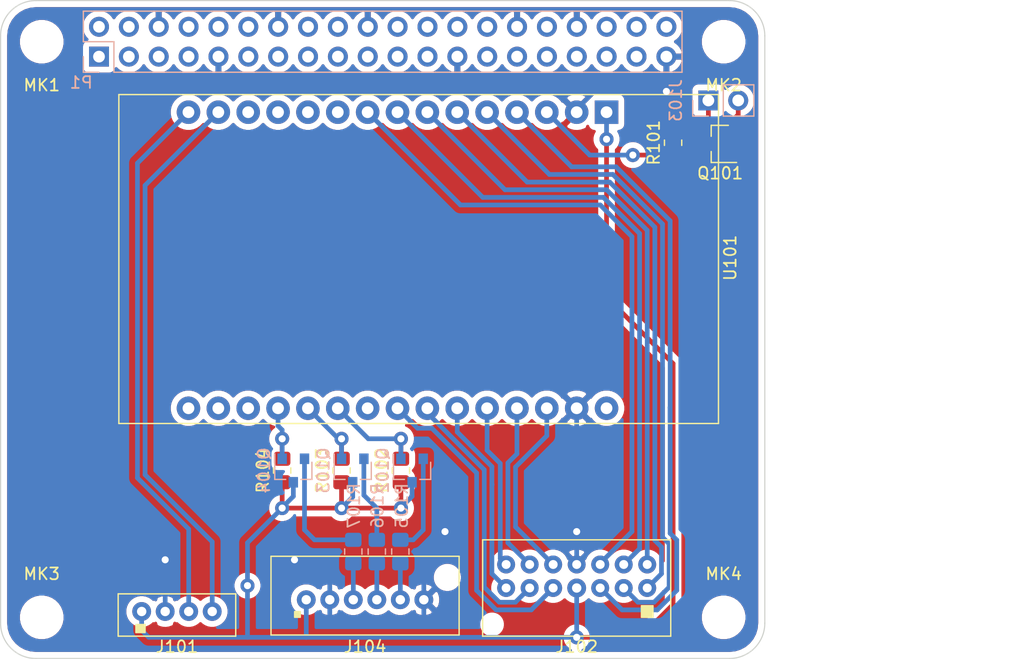
<source format=kicad_pcb>
(kicad_pcb (version 20171130) (host pcbnew "(5.1.10)-1")

  (general
    (thickness 1.6)
    (drawings 24)
    (tracks 188)
    (zones 0)
    (modules 21)
    (nets 70)
  )

  (page A3)
  (title_block
    (date "15 nov 2012")
  )

  (layers
    (0 F.Cu signal)
    (31 B.Cu signal)
    (32 B.Adhes user)
    (33 F.Adhes user)
    (34 B.Paste user)
    (35 F.Paste user)
    (36 B.SilkS user hide)
    (37 F.SilkS user hide)
    (38 B.Mask user)
    (39 F.Mask user)
    (40 Dwgs.User user)
    (41 Cmts.User user)
    (42 Eco1.User user)
    (43 Eco2.User user)
    (44 Edge.Cuts user)
    (45 Margin user)
    (46 B.CrtYd user)
    (47 F.CrtYd user)
  )

  (setup
    (last_trace_width 0.4)
    (user_trace_width 0.4)
    (user_trace_width 1.2)
    (trace_clearance 0.25)
    (zone_clearance 0.508)
    (zone_45_only no)
    (trace_min 0.1524)
    (via_size 1.2)
    (via_drill 0.6)
    (via_min_size 0.6)
    (via_min_drill 0.3)
    (uvia_size 0.5)
    (uvia_drill 0.1)
    (uvias_allowed no)
    (uvia_min_size 0.5)
    (uvia_min_drill 0.1)
    (edge_width 0.1)
    (segment_width 0.1)
    (pcb_text_width 0.1)
    (pcb_text_size 1 1)
    (mod_edge_width 0.15)
    (mod_text_size 1 1)
    (mod_text_width 0.15)
    (pad_size 1.2 1.4)
    (pad_drill 0)
    (pad_to_mask_clearance 0)
    (aux_axis_origin 200 150)
    (grid_origin 200 150)
    (visible_elements 7FFFFFFF)
    (pcbplotparams
      (layerselection 0x00030_80000001)
      (usegerberextensions true)
      (usegerberattributes false)
      (usegerberadvancedattributes false)
      (creategerberjobfile false)
      (excludeedgelayer true)
      (linewidth 0.150000)
      (plotframeref false)
      (viasonmask false)
      (mode 1)
      (useauxorigin false)
      (hpglpennumber 1)
      (hpglpenspeed 20)
      (hpglpendiameter 15.000000)
      (psnegative false)
      (psa4output false)
      (plotreference true)
      (plotvalue true)
      (plotinvisibletext false)
      (padsonsilk false)
      (subtractmaskfromsilk false)
      (outputformat 1)
      (mirror false)
      (drillshape 1)
      (scaleselection 1)
      (outputdirectory ""))
  )

  (net 0 "")
  (net 1 +3V3)
  (net 2 GND)
  (net 3 /ID_SD)
  (net 4 /ID_SC)
  (net 5 /GPIO5)
  (net 6 /GPIO6)
  (net 7 /GPIO26)
  (net 8 "/GPIO2(SDA1)")
  (net 9 "/GPIO3(SCL1)")
  (net 10 "/GPIO4(GCLK)")
  (net 11 "/GPIO14(TXD0)")
  (net 12 "/GPIO15(RXD0)")
  (net 13 "/GPIO17(GEN0)")
  (net 14 "/GPIO27(GEN2)")
  (net 15 "/GPIO22(GEN3)")
  (net 16 "/GPIO23(GEN4)")
  (net 17 "/GPIO24(GEN5)")
  (net 18 "/GPIO25(GEN6)")
  (net 19 "/GPIO18(GEN1)(PWM0)")
  (net 20 "/GPIO10(SPI0_MOSI)")
  (net 21 "/GPIO9(SPI0_MISO)")
  (net 22 "/GPIO11(SPI0_SCK)")
  (net 23 "/GPIO8(SPI0_CE_N)")
  (net 24 "/GPIO7(SPI1_CE_N)")
  (net 25 "/GPIO12(PWM0)")
  (net 26 "/GPIO13(PWM1)")
  (net 27 "/GPIO19(SPI1_MISO)")
  (net 28 /GPIO16)
  (net 29 "/GPIO20(SPI1_MOSI)")
  (net 30 "/GPIO21(SPI1_SCK)")
  (net 31 /LCD_SCL)
  (net 32 /LCD_SDA)
  (net 33 "Net-(J103-Pad2)")
  (net 34 "Net-(J103-Pad1)")
  (net 35 /but_led_re)
  (net 36 /but_led_gr)
  (net 37 /but_led_bl)
  (net 38 "Net-(Q102-Pad2)")
  (net 39 "Net-(Q103-Pad2)")
  (net 40 "Net-(Q104-Pad2)")
  (net 41 /rpi_reset)
  (net 42 /rot_4_a)
  (net 43 /rot_2_b)
  (net 44 /rot_4_sw)
  (net 45 /rot_2_sw)
  (net 46 /rot_1_b)
  (net 47 /rot_2_a)
  (net 48 /rot_3_b)
  (net 49 /rot_3_sw)
  (net 50 /rot_4_b)
  (net 51 /rot_3_a)
  (net 52 "Net-(P1-Pad17)")
  (net 53 "Net-(P1-Pad4)")
  (net 54 "Net-(P1-Pad2)")
  (net 55 "Net-(P1-Pad1)")
  (net 56 /pwm_led_re)
  (net 57 /pwm_led_bl)
  (net 58 /pwm_led_gr)
  (net 59 "Net-(U101-Pad30)")
  (net 60 "Net-(U101-Pad29)")
  (net 61 "Net-(U101-Pad28)")
  (net 62 "Net-(U101-Pad16)")
  (net 63 "Net-(U101-Pad13)")
  (net 64 "Net-(U101-Pad12)")
  (net 65 /rot_1_a)
  (net 66 /rot_1_sw)
  (net 67 "Net-(U101-Pad24)")
  (net 68 "Net-(U101-Pad10)")
  (net 69 "Net-(U101-Pad11)")

  (net_class Default "This is the default net class."
    (clearance 0.25)
    (trace_width 0.4)
    (via_dia 1.2)
    (via_drill 0.6)
    (uvia_dia 0.5)
    (uvia_drill 0.1)
    (add_net +3V3)
    (add_net "/GPIO10(SPI0_MOSI)")
    (add_net "/GPIO11(SPI0_SCK)")
    (add_net "/GPIO12(PWM0)")
    (add_net "/GPIO13(PWM1)")
    (add_net "/GPIO14(TXD0)")
    (add_net "/GPIO15(RXD0)")
    (add_net /GPIO16)
    (add_net "/GPIO17(GEN0)")
    (add_net "/GPIO18(GEN1)(PWM0)")
    (add_net "/GPIO19(SPI1_MISO)")
    (add_net "/GPIO2(SDA1)")
    (add_net "/GPIO20(SPI1_MOSI)")
    (add_net "/GPIO21(SPI1_SCK)")
    (add_net "/GPIO22(GEN3)")
    (add_net "/GPIO23(GEN4)")
    (add_net "/GPIO24(GEN5)")
    (add_net "/GPIO25(GEN6)")
    (add_net /GPIO26)
    (add_net "/GPIO27(GEN2)")
    (add_net "/GPIO3(SCL1)")
    (add_net "/GPIO4(GCLK)")
    (add_net /GPIO5)
    (add_net /GPIO6)
    (add_net "/GPIO7(SPI1_CE_N)")
    (add_net "/GPIO8(SPI0_CE_N)")
    (add_net "/GPIO9(SPI0_MISO)")
    (add_net /ID_SC)
    (add_net /ID_SD)
    (add_net /LCD_SCL)
    (add_net /LCD_SDA)
    (add_net /but_led_bl)
    (add_net /but_led_gr)
    (add_net /but_led_re)
    (add_net /pwm_led_bl)
    (add_net /pwm_led_gr)
    (add_net /pwm_led_re)
    (add_net /rot_1_a)
    (add_net /rot_1_b)
    (add_net /rot_1_sw)
    (add_net /rot_2_a)
    (add_net /rot_2_b)
    (add_net /rot_2_sw)
    (add_net /rot_3_a)
    (add_net /rot_3_b)
    (add_net /rot_3_sw)
    (add_net /rot_4_a)
    (add_net /rot_4_b)
    (add_net /rot_4_sw)
    (add_net /rpi_reset)
    (add_net GND)
    (add_net "Net-(J103-Pad1)")
    (add_net "Net-(J103-Pad2)")
    (add_net "Net-(P1-Pad1)")
    (add_net "Net-(P1-Pad17)")
    (add_net "Net-(P1-Pad2)")
    (add_net "Net-(P1-Pad4)")
    (add_net "Net-(Q102-Pad2)")
    (add_net "Net-(Q103-Pad2)")
    (add_net "Net-(Q104-Pad2)")
    (add_net "Net-(U101-Pad10)")
    (add_net "Net-(U101-Pad11)")
    (add_net "Net-(U101-Pad12)")
    (add_net "Net-(U101-Pad13)")
    (add_net "Net-(U101-Pad16)")
    (add_net "Net-(U101-Pad24)")
    (add_net "Net-(U101-Pad28)")
    (add_net "Net-(U101-Pad29)")
    (add_net "Net-(U101-Pad30)")
  )

  (net_class Power ""
    (clearance 0.25)
    (trace_width 0.5)
    (via_dia 1)
    (via_drill 0.7)
    (uvia_dia 0.5)
    (uvia_drill 0.1)
  )

  (module mqtt-station:esp-wroom-32-devkit (layer F.Cu) (tedit 612A05A3) (tstamp 612BA124)
    (at 235.06 116 90)
    (path /614160B5)
    (fp_text reference U101 (at 0.1 27 90) (layer F.SilkS)
      (effects (font (size 1 1) (thickness 0.15)))
    )
    (fp_text value ESP-WROOM-32 (at 0 -9 90) (layer F.Fab)
      (effects (font (size 1 1) (thickness 0.15)))
    )
    (fp_line (start -14 26) (end 14 26) (layer F.SilkS) (width 0.12))
    (fp_line (start -14 -25) (end -14 26) (layer F.SilkS) (width 0.12))
    (fp_line (start 14 -25) (end -14 -25) (layer F.SilkS) (width 0.12))
    (fp_line (start 14 26) (end 14 -25) (layer F.SilkS) (width 0.12))
    (pad 30 thru_hole circle (at -12.7 -19.08 270) (size 2 2) (drill 1) (layers *.Cu *.Mask)
      (net 59 "Net-(U101-Pad30)"))
    (pad 29 thru_hole circle (at -12.7 -16.54 270) (size 2 2) (drill 1) (layers *.Cu *.Mask)
      (net 60 "Net-(U101-Pad29)"))
    (pad 28 thru_hole circle (at -12.7 -14 270) (size 2 2) (drill 1) (layers *.Cu *.Mask)
      (net 61 "Net-(U101-Pad28)"))
    (pad 27 thru_hole circle (at -12.7 -11.46 270) (size 2 2) (drill 1) (layers *.Cu *.Mask)
      (net 58 /pwm_led_gr))
    (pad 26 thru_hole circle (at -12.7 -8.92 270) (size 2 2) (drill 1) (layers *.Cu *.Mask)
      (net 57 /pwm_led_bl))
    (pad 25 thru_hole circle (at -12.7 -6.38 270) (size 2 2) (drill 1) (layers *.Cu *.Mask)
      (net 56 /pwm_led_re))
    (pad 24 thru_hole circle (at -12.7 -3.84 270) (size 2 2) (drill 1) (layers *.Cu *.Mask)
      (net 67 "Net-(U101-Pad24)"))
    (pad 23 thru_hole circle (at -12.7 -1.3 270) (size 2 2) (drill 1) (layers *.Cu *.Mask)
      (net 47 /rot_2_a))
    (pad 22 thru_hole circle (at -12.7 1.24 270) (size 2 2) (drill 1) (layers *.Cu *.Mask)
      (net 45 /rot_2_sw))
    (pad 21 thru_hole circle (at -12.7 3.78 270) (size 2 2) (drill 1) (layers *.Cu *.Mask)
      (net 43 /rot_2_b))
    (pad 20 thru_hole circle (at -12.7 6.32 270) (size 2 2) (drill 1) (layers *.Cu *.Mask)
      (net 65 /rot_1_a))
    (pad 19 thru_hole circle (at -12.7 8.86 270) (size 2 2) (drill 1) (layers *.Cu *.Mask)
      (net 66 /rot_1_sw))
    (pad 18 thru_hole circle (at -12.7 11.4 270) (size 2 2) (drill 1) (layers *.Cu *.Mask)
      (net 46 /rot_1_b))
    (pad 17 thru_hole circle (at -12.7 13.94 270) (size 2 2) (drill 1) (layers *.Cu *.Mask)
      (net 2 GND))
    (pad 16 thru_hole circle (at -12.7 16.48 270) (size 2 2) (drill 1) (layers *.Cu *.Mask)
      (net 62 "Net-(U101-Pad16)"))
    (pad 15 thru_hole circle (at 12.5 -19.08 270) (size 2 2) (drill 1) (layers *.Cu *.Mask)
      (net 32 /LCD_SDA))
    (pad 14 thru_hole circle (at 12.5 -16.54 270) (size 2 2) (drill 1) (layers *.Cu *.Mask)
      (net 31 /LCD_SCL))
    (pad 13 thru_hole circle (at 12.5 -14 270) (size 2 2) (drill 1) (layers *.Cu *.Mask)
      (net 63 "Net-(U101-Pad13)"))
    (pad 12 thru_hole circle (at 12.5 -11.46 270) (size 2 2) (drill 1) (layers *.Cu *.Mask)
      (net 64 "Net-(U101-Pad12)"))
    (pad 11 thru_hole circle (at 12.5 -8.92 270) (size 2 2) (drill 1) (layers *.Cu *.Mask)
      (net 69 "Net-(U101-Pad11)"))
    (pad 10 thru_hole circle (at 12.5 -6.38 270) (size 2 2) (drill 1) (layers *.Cu *.Mask)
      (net 68 "Net-(U101-Pad10)"))
    (pad 9 thru_hole circle (at 12.5 -3.84 270) (size 2 2) (drill 1) (layers *.Cu *.Mask)
      (net 42 /rot_4_a))
    (pad 8 thru_hole circle (at 12.5 -1.3 270) (size 2 2) (drill 1) (layers *.Cu *.Mask)
      (net 44 /rot_4_sw))
    (pad 7 thru_hole circle (at 12.5 1.24 270) (size 2 2) (drill 1) (layers *.Cu *.Mask)
      (net 50 /rot_4_b))
    (pad 6 thru_hole circle (at 12.5 3.78 270) (size 2 2) (drill 1) (layers *.Cu *.Mask)
      (net 51 /rot_3_a))
    (pad 5 thru_hole circle (at 12.5 6.32 270) (size 2 2) (drill 1) (layers *.Cu *.Mask)
      (net 49 /rot_3_sw))
    (pad 4 thru_hole circle (at 12.5 8.86 270) (size 2 2) (drill 1) (layers *.Cu *.Mask)
      (net 48 /rot_3_b))
    (pad 3 thru_hole circle (at 12.5 11.4 270) (size 2 2) (drill 1) (layers *.Cu *.Mask)
      (net 41 /rpi_reset))
    (pad 2 thru_hole circle (at 12.5 13.94 270) (size 2 2) (drill 1) (layers *.Cu *.Mask)
      (net 2 GND))
    (pad 1 thru_hole rect (at 12.5 16.48 270) (size 2 2) (drill 1) (layers *.Cu *.Mask)
      (net 1 +3V3))
  )

  (module mqtt-station:i-Grid-14 (layer F.Cu) (tedit 6129F3B2) (tstamp 612A229A)
    (at 249 144 180)
    (path /612C9D8B)
    (fp_text reference J102 (at 0 -5) (layer F.SilkS)
      (effects (font (size 1 1) (thickness 0.15)))
    )
    (fp_text value Conn_02x07_Odd_Even (at 0 -8.5) (layer F.Fab)
      (effects (font (size 1 1) (thickness 0.15)))
    )
    (fp_poly (pts (xy -5.5 -1.5) (xy -6.5 -1.5) (xy -6.5 -2.5) (xy -5.5 -2.5)) (layer F.SilkS) (width 0.1))
    (fp_line (start -8 4.1) (end -8 0) (layer F.SilkS) (width 0.12))
    (fp_line (start 8 4.1) (end -8 4.1) (layer F.SilkS) (width 0.12))
    (fp_line (start 8 -4.1) (end 8 4.1) (layer F.SilkS) (width 0.12))
    (fp_line (start -8 -4.1) (end 8 -4.1) (layer F.SilkS) (width 0.12))
    (fp_line (start -8 0) (end -8 -4.1) (layer F.SilkS) (width 0.12))
    (pad "" np_thru_hole circle (at 7.2 -3.1 180) (size 1 1) (drill 1) (layers *.Cu *.Mask))
    (pad 14 thru_hole circle (at 6 2 180) (size 1.524 1.524) (drill 0.762) (layers *.Cu *.Mask)
      (net 65 /rot_1_a))
    (pad 13 thru_hole circle (at 6 0 180) (size 1.524 1.524) (drill 0.762) (layers *.Cu *.Mask)
      (net 43 /rot_2_b))
    (pad 12 thru_hole circle (at 4 2 180) (size 1.524 1.524) (drill 0.762) (layers *.Cu *.Mask)
      (net 66 /rot_1_sw))
    (pad 11 thru_hole circle (at 4 0 180) (size 1.524 1.524) (drill 0.762) (layers *.Cu *.Mask)
      (net 45 /rot_2_sw))
    (pad 10 thru_hole circle (at 2 2 180) (size 1.524 1.524) (drill 0.762) (layers *.Cu *.Mask)
      (net 46 /rot_1_b))
    (pad 9 thru_hole circle (at 2 0 180) (size 1.524 1.524) (drill 0.762) (layers *.Cu *.Mask)
      (net 47 /rot_2_a))
    (pad 8 thru_hole circle (at 0 2 180) (size 1.524 1.524) (drill 0.762) (layers *.Cu *.Mask)
      (net 2 GND))
    (pad 7 thru_hole circle (at 0 0 180) (size 1.6 1.6) (drill 0.8) (layers *.Cu *.Mask)
      (net 1 +3V3))
    (pad 6 thru_hole circle (at -2 2 180) (size 1.524 1.524) (drill 0.762) (layers *.Cu *.Mask)
      (net 42 /rot_4_a))
    (pad 5 thru_hole circle (at -2 0 180) (size 1.524 1.524) (drill 0.762) (layers *.Cu *.Mask)
      (net 48 /rot_3_b))
    (pad 4 thru_hole circle (at -4 2 180) (size 1.524 1.524) (drill 0.762) (layers *.Cu *.Mask)
      (net 44 /rot_4_sw))
    (pad 3 thru_hole circle (at -4 0 180) (size 1.524 1.524) (drill 0.762) (layers *.Cu *.Mask)
      (net 49 /rot_3_sw))
    (pad 2 thru_hole circle (at -6 2 180) (size 1.524 1.524) (drill 0.762) (layers *.Cu *.Mask)
      (net 50 /rot_4_b))
    (pad 1 thru_hole circle (at -6 0 180) (size 1.524 1.524) (drill 0.762) (layers *.Cu *.Mask)
      (net 51 /rot_3_a))
  )

  (module Resistor_SMD:R_0805_2012Metric_Pad1.20x1.40mm_HandSolder (layer B.Cu) (tedit 5F68FEEE) (tstamp 612BC276)
    (at 230 140.9 90)
    (descr "Resistor SMD 0805 (2012 Metric), square (rectangular) end terminal, IPC_7351 nominal with elongated pad for handsoldering. (Body size source: IPC-SM-782 page 72, https://www.pcb-3d.com/wordpress/wp-content/uploads/ipc-sm-782a_amendment_1_and_2.pdf), generated with kicad-footprint-generator")
    (tags "resistor handsolder")
    (path /612C256D)
    (attr smd)
    (fp_text reference R107 (at 3.9 0.05 90) (layer B.SilkS)
      (effects (font (size 1 1) (thickness 0.15)) (justify mirror))
    )
    (fp_text value 210 (at 0 -1.65 90) (layer B.Fab)
      (effects (font (size 1 1) (thickness 0.15)) (justify mirror))
    )
    (fp_line (start 1.85 -0.95) (end -1.85 -0.95) (layer B.CrtYd) (width 0.05))
    (fp_line (start 1.85 0.95) (end 1.85 -0.95) (layer B.CrtYd) (width 0.05))
    (fp_line (start -1.85 0.95) (end 1.85 0.95) (layer B.CrtYd) (width 0.05))
    (fp_line (start -1.85 -0.95) (end -1.85 0.95) (layer B.CrtYd) (width 0.05))
    (fp_line (start -0.227064 -0.735) (end 0.227064 -0.735) (layer B.SilkS) (width 0.12))
    (fp_line (start -0.227064 0.735) (end 0.227064 0.735) (layer B.SilkS) (width 0.12))
    (fp_line (start 1 -0.625) (end -1 -0.625) (layer B.Fab) (width 0.1))
    (fp_line (start 1 0.625) (end 1 -0.625) (layer B.Fab) (width 0.1))
    (fp_line (start -1 0.625) (end 1 0.625) (layer B.Fab) (width 0.1))
    (fp_line (start -1 -0.625) (end -1 0.625) (layer B.Fab) (width 0.1))
    (fp_text user %R (at 0 0 90) (layer B.Fab)
      (effects (font (size 0.5 0.5) (thickness 0.08)) (justify mirror))
    )
    (pad 1 smd roundrect (at -1 0 90) (size 1.2 1.4) (layers B.Cu B.Paste B.Mask) (roundrect_rratio 0.208333)
      (net 36 /but_led_gr))
    (pad 2 smd roundrect (at 1 0 90) (size 1.2 1.4) (layers B.Cu B.Paste B.Mask) (roundrect_rratio 0.208333)
      (net 40 "Net-(Q104-Pad2)"))
    (model ${KISYS3DMOD}/Resistor_SMD.3dshapes/R_0805_2012Metric.wrl
      (at (xyz 0 0 0))
      (scale (xyz 1 1 1))
      (rotate (xyz 0 0 0))
    )
  )

  (module Resistor_SMD:R_0805_2012Metric_Pad1.20x1.40mm_HandSolder (layer B.Cu) (tedit 5F68FEEE) (tstamp 612BB4F8)
    (at 232 140.9 90)
    (descr "Resistor SMD 0805 (2012 Metric), square (rectangular) end terminal, IPC_7351 nominal with elongated pad for handsoldering. (Body size source: IPC-SM-782 page 72, https://www.pcb-3d.com/wordpress/wp-content/uploads/ipc-sm-782a_amendment_1_and_2.pdf), generated with kicad-footprint-generator")
    (tags "resistor handsolder")
    (path /612C0D35)
    (attr smd)
    (fp_text reference R106 (at 3.9 0.05 90) (layer B.SilkS)
      (effects (font (size 1 1) (thickness 0.15)) (justify mirror))
    )
    (fp_text value 294 (at 0 -1.65 90) (layer B.Fab)
      (effects (font (size 1 1) (thickness 0.15)) (justify mirror))
    )
    (fp_line (start 1.85 -0.95) (end -1.85 -0.95) (layer B.CrtYd) (width 0.05))
    (fp_line (start 1.85 0.95) (end 1.85 -0.95) (layer B.CrtYd) (width 0.05))
    (fp_line (start -1.85 0.95) (end 1.85 0.95) (layer B.CrtYd) (width 0.05))
    (fp_line (start -1.85 -0.95) (end -1.85 0.95) (layer B.CrtYd) (width 0.05))
    (fp_line (start -0.227064 -0.735) (end 0.227064 -0.735) (layer B.SilkS) (width 0.12))
    (fp_line (start -0.227064 0.735) (end 0.227064 0.735) (layer B.SilkS) (width 0.12))
    (fp_line (start 1 -0.625) (end -1 -0.625) (layer B.Fab) (width 0.1))
    (fp_line (start 1 0.625) (end 1 -0.625) (layer B.Fab) (width 0.1))
    (fp_line (start -1 0.625) (end 1 0.625) (layer B.Fab) (width 0.1))
    (fp_line (start -1 -0.625) (end -1 0.625) (layer B.Fab) (width 0.1))
    (fp_text user %R (at 0 0 90) (layer B.Fab)
      (effects (font (size 0.5 0.5) (thickness 0.08)) (justify mirror))
    )
    (pad 1 smd roundrect (at -1 0 90) (size 1.2 1.4) (layers B.Cu B.Paste B.Mask) (roundrect_rratio 0.208333)
      (net 37 /but_led_bl))
    (pad 2 smd roundrect (at 1 0 90) (size 1.2 1.4) (layers B.Cu B.Paste B.Mask) (roundrect_rratio 0.208333)
      (net 39 "Net-(Q103-Pad2)"))
    (model ${KISYS3DMOD}/Resistor_SMD.3dshapes/R_0805_2012Metric.wrl
      (at (xyz 0 0 0))
      (scale (xyz 1 1 1))
      (rotate (xyz 0 0 0))
    )
  )

  (module Resistor_SMD:R_0805_2012Metric_Pad1.20x1.40mm_HandSolder (layer B.Cu) (tedit 5F68FEEE) (tstamp 612A1507)
    (at 234 140.9 90)
    (descr "Resistor SMD 0805 (2012 Metric), square (rectangular) end terminal, IPC_7351 nominal with elongated pad for handsoldering. (Body size source: IPC-SM-782 page 72, https://www.pcb-3d.com/wordpress/wp-content/uploads/ipc-sm-782a_amendment_1_and_2.pdf), generated with kicad-footprint-generator")
    (tags "resistor handsolder")
    (path /612BFDA5)
    (attr smd)
    (fp_text reference R105 (at 3.9 0.125 90) (layer B.SilkS)
      (effects (font (size 1 1) (thickness 0.15)) (justify mirror))
    )
    (fp_text value 210 (at 0 -1.65 90) (layer B.Fab)
      (effects (font (size 1 1) (thickness 0.15)) (justify mirror))
    )
    (fp_line (start 1.85 -0.95) (end -1.85 -0.95) (layer B.CrtYd) (width 0.05))
    (fp_line (start 1.85 0.95) (end 1.85 -0.95) (layer B.CrtYd) (width 0.05))
    (fp_line (start -1.85 0.95) (end 1.85 0.95) (layer B.CrtYd) (width 0.05))
    (fp_line (start -1.85 -0.95) (end -1.85 0.95) (layer B.CrtYd) (width 0.05))
    (fp_line (start -0.227064 -0.735) (end 0.227064 -0.735) (layer B.SilkS) (width 0.12))
    (fp_line (start -0.227064 0.735) (end 0.227064 0.735) (layer B.SilkS) (width 0.12))
    (fp_line (start 1 -0.625) (end -1 -0.625) (layer B.Fab) (width 0.1))
    (fp_line (start 1 0.625) (end 1 -0.625) (layer B.Fab) (width 0.1))
    (fp_line (start -1 0.625) (end 1 0.625) (layer B.Fab) (width 0.1))
    (fp_line (start -1 -0.625) (end -1 0.625) (layer B.Fab) (width 0.1))
    (fp_text user %R (at 0 0 90) (layer B.Fab)
      (effects (font (size 0.5 0.5) (thickness 0.08)) (justify mirror))
    )
    (pad 1 smd roundrect (at -1 0 90) (size 1.2 1.4) (layers B.Cu B.Paste B.Mask) (roundrect_rratio 0.208333)
      (net 35 /but_led_re))
    (pad 2 smd roundrect (at 1 0 90) (size 1.2 1.4) (layers B.Cu B.Paste B.Mask) (roundrect_rratio 0.208333)
      (net 38 "Net-(Q102-Pad2)"))
    (model ${KISYS3DMOD}/Resistor_SMD.3dshapes/R_0805_2012Metric.wrl
      (at (xyz 0 0 0))
      (scale (xyz 1 1 1))
      (rotate (xyz 0 0 0))
    )
  )

  (module Package_TO_SOT_SMD:SOT-23 (layer F.Cu) (tedit 5A02FF57) (tstamp 612BAC6C)
    (at 261.2 106.2 180)
    (descr "SOT-23, Standard")
    (tags SOT-23)
    (path /6133EF5D)
    (attr smd)
    (fp_text reference Q101 (at 0 -2.5) (layer F.SilkS)
      (effects (font (size 1 1) (thickness 0.15)))
    )
    (fp_text value Q_NMOS_GSD (at 0 2.5) (layer F.Fab)
      (effects (font (size 1 1) (thickness 0.15)))
    )
    (fp_line (start -0.7 -0.95) (end -0.7 1.5) (layer F.Fab) (width 0.1))
    (fp_line (start -0.15 -1.52) (end 0.7 -1.52) (layer F.Fab) (width 0.1))
    (fp_line (start -0.7 -0.95) (end -0.15 -1.52) (layer F.Fab) (width 0.1))
    (fp_line (start 0.7 -1.52) (end 0.7 1.52) (layer F.Fab) (width 0.1))
    (fp_line (start -0.7 1.52) (end 0.7 1.52) (layer F.Fab) (width 0.1))
    (fp_line (start 0.76 1.58) (end 0.76 0.65) (layer F.SilkS) (width 0.12))
    (fp_line (start 0.76 -1.58) (end 0.76 -0.65) (layer F.SilkS) (width 0.12))
    (fp_line (start -1.7 -1.75) (end 1.7 -1.75) (layer F.CrtYd) (width 0.05))
    (fp_line (start 1.7 -1.75) (end 1.7 1.75) (layer F.CrtYd) (width 0.05))
    (fp_line (start 1.7 1.75) (end -1.7 1.75) (layer F.CrtYd) (width 0.05))
    (fp_line (start -1.7 1.75) (end -1.7 -1.75) (layer F.CrtYd) (width 0.05))
    (fp_line (start 0.76 -1.58) (end -1.4 -1.58) (layer F.SilkS) (width 0.12))
    (fp_line (start 0.76 1.58) (end -0.7 1.58) (layer F.SilkS) (width 0.12))
    (fp_text user %R (at 0 0 90) (layer F.Fab)
      (effects (font (size 0.5 0.5) (thickness 0.075)))
    )
    (pad 3 smd rect (at 1 0 180) (size 0.9 0.8) (layers F.Cu F.Paste F.Mask)
      (net 34 "Net-(J103-Pad1)"))
    (pad 2 smd rect (at -1 0.95 180) (size 0.9 0.8) (layers F.Cu F.Paste F.Mask)
      (net 33 "Net-(J103-Pad2)"))
    (pad 1 smd rect (at -1 -0.95 180) (size 0.9 0.8) (layers F.Cu F.Paste F.Mask)
      (net 41 /rpi_reset))
    (model ${KISYS3DMOD}/Package_TO_SOT_SMD.3dshapes/SOT-23.wrl
      (at (xyz 0 0 0))
      (scale (xyz 1 1 1))
      (rotate (xyz 0 0 0))
    )
  )

  (module Resistor_SMD:R_0805_2012Metric_Pad1.20x1.40mm_HandSolder (layer F.Cu) (tedit 5F68FEEE) (tstamp 612BC908)
    (at 223.95 134 90)
    (descr "Resistor SMD 0805 (2012 Metric), square (rectangular) end terminal, IPC_7351 nominal with elongated pad for handsoldering. (Body size source: IPC-SM-782 page 72, https://www.pcb-3d.com/wordpress/wp-content/uploads/ipc-sm-782a_amendment_1_and_2.pdf), generated with kicad-footprint-generator")
    (tags "resistor handsolder")
    (path /612A4DF8)
    (attr smd)
    (fp_text reference R104 (at 0 -1.65 90) (layer F.SilkS)
      (effects (font (size 1 1) (thickness 0.15)))
    )
    (fp_text value 10k (at 0 1.65 90) (layer F.Fab)
      (effects (font (size 1 1) (thickness 0.15)))
    )
    (fp_line (start 1.85 0.95) (end -1.85 0.95) (layer F.CrtYd) (width 0.05))
    (fp_line (start 1.85 -0.95) (end 1.85 0.95) (layer F.CrtYd) (width 0.05))
    (fp_line (start -1.85 -0.95) (end 1.85 -0.95) (layer F.CrtYd) (width 0.05))
    (fp_line (start -1.85 0.95) (end -1.85 -0.95) (layer F.CrtYd) (width 0.05))
    (fp_line (start -0.227064 0.735) (end 0.227064 0.735) (layer F.SilkS) (width 0.12))
    (fp_line (start -0.227064 -0.735) (end 0.227064 -0.735) (layer F.SilkS) (width 0.12))
    (fp_line (start 1 0.625) (end -1 0.625) (layer F.Fab) (width 0.1))
    (fp_line (start 1 -0.625) (end 1 0.625) (layer F.Fab) (width 0.1))
    (fp_line (start -1 -0.625) (end 1 -0.625) (layer F.Fab) (width 0.1))
    (fp_line (start -1 0.625) (end -1 -0.625) (layer F.Fab) (width 0.1))
    (fp_text user %R (at 0 0 90) (layer F.Fab)
      (effects (font (size 0.5 0.5) (thickness 0.08)))
    )
    (pad 1 smd roundrect (at -1 0 90) (size 1.2 1.4) (layers F.Cu F.Paste F.Mask) (roundrect_rratio 0.208333)
      (net 1 +3V3))
    (pad 2 smd roundrect (at 1 0 90) (size 1.2 1.4) (layers F.Cu F.Paste F.Mask) (roundrect_rratio 0.208333)
      (net 58 /pwm_led_gr))
    (model ${KISYS3DMOD}/Resistor_SMD.3dshapes/R_0805_2012Metric.wrl
      (at (xyz 0 0 0))
      (scale (xyz 1 1 1))
      (rotate (xyz 0 0 0))
    )
  )

  (module Resistor_SMD:R_0805_2012Metric_Pad1.20x1.40mm_HandSolder (layer F.Cu) (tedit 5F68FEEE) (tstamp 612BC097)
    (at 229 134 90)
    (descr "Resistor SMD 0805 (2012 Metric), square (rectangular) end terminal, IPC_7351 nominal with elongated pad for handsoldering. (Body size source: IPC-SM-782 page 72, https://www.pcb-3d.com/wordpress/wp-content/uploads/ipc-sm-782a_amendment_1_and_2.pdf), generated with kicad-footprint-generator")
    (tags "resistor handsolder")
    (path /612A3019)
    (attr smd)
    (fp_text reference R103 (at 0 -1.65 90) (layer F.SilkS)
      (effects (font (size 1 1) (thickness 0.15)))
    )
    (fp_text value 10k (at 0 1.65 90) (layer F.Fab)
      (effects (font (size 1 1) (thickness 0.15)))
    )
    (fp_line (start 1.85 0.95) (end -1.85 0.95) (layer F.CrtYd) (width 0.05))
    (fp_line (start 1.85 -0.95) (end 1.85 0.95) (layer F.CrtYd) (width 0.05))
    (fp_line (start -1.85 -0.95) (end 1.85 -0.95) (layer F.CrtYd) (width 0.05))
    (fp_line (start -1.85 0.95) (end -1.85 -0.95) (layer F.CrtYd) (width 0.05))
    (fp_line (start -0.227064 0.735) (end 0.227064 0.735) (layer F.SilkS) (width 0.12))
    (fp_line (start -0.227064 -0.735) (end 0.227064 -0.735) (layer F.SilkS) (width 0.12))
    (fp_line (start 1 0.625) (end -1 0.625) (layer F.Fab) (width 0.1))
    (fp_line (start 1 -0.625) (end 1 0.625) (layer F.Fab) (width 0.1))
    (fp_line (start -1 -0.625) (end 1 -0.625) (layer F.Fab) (width 0.1))
    (fp_line (start -1 0.625) (end -1 -0.625) (layer F.Fab) (width 0.1))
    (fp_text user %R (at 0 0 90) (layer F.Fab)
      (effects (font (size 0.5 0.5) (thickness 0.08)))
    )
    (pad 1 smd roundrect (at -1 0 90) (size 1.2 1.4) (layers F.Cu F.Paste F.Mask) (roundrect_rratio 0.208333)
      (net 1 +3V3))
    (pad 2 smd roundrect (at 1 0 90) (size 1.2 1.4) (layers F.Cu F.Paste F.Mask) (roundrect_rratio 0.208333)
      (net 57 /pwm_led_bl))
    (model ${KISYS3DMOD}/Resistor_SMD.3dshapes/R_0805_2012Metric.wrl
      (at (xyz 0 0 0))
      (scale (xyz 1 1 1))
      (rotate (xyz 0 0 0))
    )
  )

  (module Resistor_SMD:R_0805_2012Metric_Pad1.20x1.40mm_HandSolder (layer F.Cu) (tedit 5F68FEEE) (tstamp 612BC789)
    (at 234.05 134 90)
    (descr "Resistor SMD 0805 (2012 Metric), square (rectangular) end terminal, IPC_7351 nominal with elongated pad for handsoldering. (Body size source: IPC-SM-782 page 72, https://www.pcb-3d.com/wordpress/wp-content/uploads/ipc-sm-782a_amendment_1_and_2.pdf), generated with kicad-footprint-generator")
    (tags "resistor handsolder")
    (path /6129F988)
    (attr smd)
    (fp_text reference R102 (at 0 -1.65 90) (layer F.SilkS)
      (effects (font (size 1 1) (thickness 0.15)))
    )
    (fp_text value 10k (at 0 1.65 90) (layer F.Fab)
      (effects (font (size 1 1) (thickness 0.15)))
    )
    (fp_line (start 1.85 0.95) (end -1.85 0.95) (layer F.CrtYd) (width 0.05))
    (fp_line (start 1.85 -0.95) (end 1.85 0.95) (layer F.CrtYd) (width 0.05))
    (fp_line (start -1.85 -0.95) (end 1.85 -0.95) (layer F.CrtYd) (width 0.05))
    (fp_line (start -1.85 0.95) (end -1.85 -0.95) (layer F.CrtYd) (width 0.05))
    (fp_line (start -0.227064 0.735) (end 0.227064 0.735) (layer F.SilkS) (width 0.12))
    (fp_line (start -0.227064 -0.735) (end 0.227064 -0.735) (layer F.SilkS) (width 0.12))
    (fp_line (start 1 0.625) (end -1 0.625) (layer F.Fab) (width 0.1))
    (fp_line (start 1 -0.625) (end 1 0.625) (layer F.Fab) (width 0.1))
    (fp_line (start -1 -0.625) (end 1 -0.625) (layer F.Fab) (width 0.1))
    (fp_line (start -1 0.625) (end -1 -0.625) (layer F.Fab) (width 0.1))
    (fp_text user %R (at 0 0 90) (layer F.Fab)
      (effects (font (size 0.5 0.5) (thickness 0.08)))
    )
    (pad 1 smd roundrect (at -1 0 90) (size 1.2 1.4) (layers F.Cu F.Paste F.Mask) (roundrect_rratio 0.208333)
      (net 1 +3V3))
    (pad 2 smd roundrect (at 1 0 90) (size 1.2 1.4) (layers F.Cu F.Paste F.Mask) (roundrect_rratio 0.208333)
      (net 56 /pwm_led_re))
    (model ${KISYS3DMOD}/Resistor_SMD.3dshapes/R_0805_2012Metric.wrl
      (at (xyz 0 0 0))
      (scale (xyz 1 1 1))
      (rotate (xyz 0 0 0))
    )
  )

  (module Resistor_SMD:R_0805_2012Metric_Pad1.20x1.40mm_HandSolder (layer F.Cu) (tedit 612B51DA) (tstamp 612A3FED)
    (at 257.2 106.1 90)
    (descr "Resistor SMD 0805 (2012 Metric), square (rectangular) end terminal, IPC_7351 nominal with elongated pad for handsoldering. (Body size source: IPC-SM-782 page 72, https://www.pcb-3d.com/wordpress/wp-content/uploads/ipc-sm-782a_amendment_1_and_2.pdf), generated with kicad-footprint-generator")
    (tags "resistor handsolder")
    (path /61366CD9)
    (attr smd)
    (fp_text reference R101 (at 0 -1.65 90) (layer F.SilkS)
      (effects (font (size 1 1) (thickness 0.15)))
    )
    (fp_text value 10k (at 0 1.65 90) (layer F.Fab)
      (effects (font (size 1 1) (thickness 0.15)))
    )
    (fp_line (start -1 0.625) (end -1 -0.625) (layer F.Fab) (width 0.1))
    (fp_line (start -1 -0.625) (end 1 -0.625) (layer F.Fab) (width 0.1))
    (fp_line (start 1 -0.625) (end 1 0.625) (layer F.Fab) (width 0.1))
    (fp_line (start 1 0.625) (end -1 0.625) (layer F.Fab) (width 0.1))
    (fp_line (start -0.227064 -0.735) (end 0.227064 -0.735) (layer F.SilkS) (width 0.12))
    (fp_line (start -0.227064 0.735) (end 0.227064 0.735) (layer F.SilkS) (width 0.12))
    (fp_line (start -1.85 0.95) (end -1.85 -0.95) (layer F.CrtYd) (width 0.05))
    (fp_line (start -1.85 -0.95) (end 1.85 -0.95) (layer F.CrtYd) (width 0.05))
    (fp_line (start 1.85 -0.95) (end 1.85 0.95) (layer F.CrtYd) (width 0.05))
    (fp_line (start 1.85 0.95) (end -1.85 0.95) (layer F.CrtYd) (width 0.05))
    (fp_text user %R (at 0 0 90) (layer F.Fab)
      (effects (font (size 0.5 0.5) (thickness 0.08)))
    )
    (pad 2 smd roundrect (at 1 0 90) (size 1.2 1.4) (layers F.Cu F.Paste F.Mask) (roundrect_rratio 0.208333)
      (net 2 GND))
    (pad 1 smd roundrect (at -1.05 0 90) (size 1.2 1.4) (layers F.Cu F.Paste F.Mask) (roundrect_rratio 0.208)
      (net 41 /rpi_reset))
    (model ${KISYS3DMOD}/Resistor_SMD.3dshapes/R_0805_2012Metric.wrl
      (at (xyz 0 0 0))
      (scale (xyz 1 1 1))
      (rotate (xyz 0 0 0))
    )
  )

  (module Package_TO_SOT_SMD:SOT-23 (layer B.Cu) (tedit 5A02FF57) (tstamp 612A40B1)
    (at 224.9 134 270)
    (descr "SOT-23, Standard")
    (tags SOT-23)
    (path /612A4DF1)
    (attr smd)
    (fp_text reference Q104 (at 0 2.5 270) (layer B.SilkS)
      (effects (font (size 1 1) (thickness 0.15)) (justify mirror))
    )
    (fp_text value Q_PMOS_GSD (at 0 -2.5 270) (layer B.Fab)
      (effects (font (size 1 1) (thickness 0.15)) (justify mirror))
    )
    (fp_line (start 0.76 -1.58) (end -0.7 -1.58) (layer B.SilkS) (width 0.12))
    (fp_line (start 0.76 1.58) (end -1.4 1.58) (layer B.SilkS) (width 0.12))
    (fp_line (start -1.7 -1.75) (end -1.7 1.75) (layer B.CrtYd) (width 0.05))
    (fp_line (start 1.7 -1.75) (end -1.7 -1.75) (layer B.CrtYd) (width 0.05))
    (fp_line (start 1.7 1.75) (end 1.7 -1.75) (layer B.CrtYd) (width 0.05))
    (fp_line (start -1.7 1.75) (end 1.7 1.75) (layer B.CrtYd) (width 0.05))
    (fp_line (start 0.76 1.58) (end 0.76 0.65) (layer B.SilkS) (width 0.12))
    (fp_line (start 0.76 -1.58) (end 0.76 -0.65) (layer B.SilkS) (width 0.12))
    (fp_line (start -0.7 -1.52) (end 0.7 -1.52) (layer B.Fab) (width 0.1))
    (fp_line (start 0.7 1.52) (end 0.7 -1.52) (layer B.Fab) (width 0.1))
    (fp_line (start -0.7 0.95) (end -0.15 1.52) (layer B.Fab) (width 0.1))
    (fp_line (start -0.15 1.52) (end 0.7 1.52) (layer B.Fab) (width 0.1))
    (fp_line (start -0.7 0.95) (end -0.7 -1.5) (layer B.Fab) (width 0.1))
    (fp_text user %R (at 0 0) (layer B.Fab)
      (effects (font (size 0.5 0.5) (thickness 0.075)) (justify mirror))
    )
    (pad 1 smd rect (at -1 0.95 270) (size 0.9 0.8) (layers B.Cu B.Paste B.Mask)
      (net 58 /pwm_led_gr))
    (pad 2 smd rect (at -1 -0.95 270) (size 0.9 0.8) (layers B.Cu B.Paste B.Mask)
      (net 40 "Net-(Q104-Pad2)"))
    (pad 3 smd rect (at 1 0 270) (size 0.9 0.8) (layers B.Cu B.Paste B.Mask)
      (net 1 +3V3))
    (model ${KISYS3DMOD}/Package_TO_SOT_SMD.3dshapes/SOT-23.wrl
      (at (xyz 0 0 0))
      (scale (xyz 1 1 1))
      (rotate (xyz 0 0 0))
    )
  )

  (module Package_TO_SOT_SMD:SOT-23 (layer B.Cu) (tedit 5A02FF57) (tstamp 612A3FB5)
    (at 229.95 134 270)
    (descr "SOT-23, Standard")
    (tags SOT-23)
    (path /612A3012)
    (attr smd)
    (fp_text reference Q103 (at 0 2.5 90) (layer B.SilkS)
      (effects (font (size 1 1) (thickness 0.15)) (justify mirror))
    )
    (fp_text value Q_PMOS_GSD (at 0 -2.5 90) (layer B.Fab)
      (effects (font (size 1 1) (thickness 0.15)) (justify mirror))
    )
    (fp_line (start 0.76 -1.58) (end -0.7 -1.58) (layer B.SilkS) (width 0.12))
    (fp_line (start 0.76 1.58) (end -1.4 1.58) (layer B.SilkS) (width 0.12))
    (fp_line (start -1.7 -1.75) (end -1.7 1.75) (layer B.CrtYd) (width 0.05))
    (fp_line (start 1.7 -1.75) (end -1.7 -1.75) (layer B.CrtYd) (width 0.05))
    (fp_line (start 1.7 1.75) (end 1.7 -1.75) (layer B.CrtYd) (width 0.05))
    (fp_line (start -1.7 1.75) (end 1.7 1.75) (layer B.CrtYd) (width 0.05))
    (fp_line (start 0.76 1.58) (end 0.76 0.65) (layer B.SilkS) (width 0.12))
    (fp_line (start 0.76 -1.58) (end 0.76 -0.65) (layer B.SilkS) (width 0.12))
    (fp_line (start -0.7 -1.52) (end 0.7 -1.52) (layer B.Fab) (width 0.1))
    (fp_line (start 0.7 1.52) (end 0.7 -1.52) (layer B.Fab) (width 0.1))
    (fp_line (start -0.7 0.95) (end -0.15 1.52) (layer B.Fab) (width 0.1))
    (fp_line (start -0.15 1.52) (end 0.7 1.52) (layer B.Fab) (width 0.1))
    (fp_line (start -0.7 0.95) (end -0.7 -1.5) (layer B.Fab) (width 0.1))
    (fp_text user %R (at 0 0 180) (layer B.Fab)
      (effects (font (size 0.5 0.5) (thickness 0.075)) (justify mirror))
    )
    (pad 1 smd rect (at -1 0.95 270) (size 0.9 0.8) (layers B.Cu B.Paste B.Mask)
      (net 57 /pwm_led_bl))
    (pad 2 smd rect (at -1 -0.95 270) (size 0.9 0.8) (layers B.Cu B.Paste B.Mask)
      (net 39 "Net-(Q103-Pad2)"))
    (pad 3 smd rect (at 1 0 270) (size 0.9 0.8) (layers B.Cu B.Paste B.Mask)
      (net 1 +3V3))
    (model ${KISYS3DMOD}/Package_TO_SOT_SMD.3dshapes/SOT-23.wrl
      (at (xyz 0 0 0))
      (scale (xyz 1 1 1))
      (rotate (xyz 0 0 0))
    )
  )

  (module Package_TO_SOT_SMD:SOT-23 (layer B.Cu) (tedit 5A02FF57) (tstamp 612BC730)
    (at 235 134 270)
    (descr "SOT-23, Standard")
    (tags SOT-23)
    (path /6129CAB5)
    (attr smd)
    (fp_text reference Q102 (at 0 2.5 90) (layer B.SilkS)
      (effects (font (size 1 1) (thickness 0.15)) (justify mirror))
    )
    (fp_text value Q_PMOS_GSD (at 0 -2.5 90) (layer B.Fab)
      (effects (font (size 1 1) (thickness 0.15)) (justify mirror))
    )
    (fp_line (start 0.76 -1.58) (end -0.7 -1.58) (layer B.SilkS) (width 0.12))
    (fp_line (start 0.76 1.58) (end -1.4 1.58) (layer B.SilkS) (width 0.12))
    (fp_line (start -1.7 -1.75) (end -1.7 1.75) (layer B.CrtYd) (width 0.05))
    (fp_line (start 1.7 -1.75) (end -1.7 -1.75) (layer B.CrtYd) (width 0.05))
    (fp_line (start 1.7 1.75) (end 1.7 -1.75) (layer B.CrtYd) (width 0.05))
    (fp_line (start -1.7 1.75) (end 1.7 1.75) (layer B.CrtYd) (width 0.05))
    (fp_line (start 0.76 1.58) (end 0.76 0.65) (layer B.SilkS) (width 0.12))
    (fp_line (start 0.76 -1.58) (end 0.76 -0.65) (layer B.SilkS) (width 0.12))
    (fp_line (start -0.7 -1.52) (end 0.7 -1.52) (layer B.Fab) (width 0.1))
    (fp_line (start 0.7 1.52) (end 0.7 -1.52) (layer B.Fab) (width 0.1))
    (fp_line (start -0.7 0.95) (end -0.15 1.52) (layer B.Fab) (width 0.1))
    (fp_line (start -0.15 1.52) (end 0.7 1.52) (layer B.Fab) (width 0.1))
    (fp_line (start -0.7 0.95) (end -0.7 -1.5) (layer B.Fab) (width 0.1))
    (fp_text user %R (at 0 0 180) (layer B.Fab)
      (effects (font (size 0.5 0.5) (thickness 0.075)) (justify mirror))
    )
    (pad 1 smd rect (at -1 0.95 270) (size 0.9 0.8) (layers B.Cu B.Paste B.Mask)
      (net 56 /pwm_led_re))
    (pad 2 smd rect (at -1 -0.95 270) (size 0.9 0.8) (layers B.Cu B.Paste B.Mask)
      (net 38 "Net-(Q102-Pad2)"))
    (pad 3 smd rect (at 1 0 270) (size 0.9 0.8) (layers B.Cu B.Paste B.Mask)
      (net 1 +3V3))
    (model ${KISYS3DMOD}/Package_TO_SOT_SMD.3dshapes/SOT-23.wrl
      (at (xyz 0 0 0))
      (scale (xyz 1 1 1))
      (rotate (xyz 0 0 0))
    )
  )

  (module mqtt-station:Micro-Clasp-6 (layer F.Cu) (tedit 612933BC) (tstamp 6129F742)
    (at 231 145)
    (path /613AC445)
    (fp_text reference J104 (at 0 4) (layer F.SilkS)
      (effects (font (size 1 1) (thickness 0.15)))
    )
    (fp_text value Conn_01x06 (at 0 -7) (layer F.Fab)
      (effects (font (size 1 1) (thickness 0.15)))
    )
    (fp_poly (pts (xy -5.5 1.5) (xy -6 1.5) (xy -6 1) (xy -5.5 1)) (layer F.SilkS) (width 0.1))
    (fp_line (start -8 3) (end -8 -3.7) (layer F.SilkS) (width 0.12))
    (fp_line (start -8 -3.7) (end 8 -3.7) (layer F.SilkS) (width 0.12))
    (fp_line (start 8 -3.7) (end 8 2.5) (layer F.SilkS) (width 0.12))
    (fp_line (start -8 3) (end 8 3) (layer F.SilkS) (width 0.12))
    (fp_line (start 8 3) (end 8 2.5) (layer F.SilkS) (width 0.12))
    (pad "" np_thru_hole circle (at 7 -1.9) (size 1.3 1.3) (drill 1.3) (layers *.Cu *.Mask))
    (pad 6 thru_hole circle (at 5 0) (size 1.6 1.6) (drill 0.8) (layers *.Cu *.Mask)
      (net 2 GND))
    (pad 5 thru_hole circle (at 3 0) (size 1.6 1.6) (drill 0.8) (layers *.Cu *.Mask)
      (net 35 /but_led_re))
    (pad 3 thru_hole circle (at -1 0) (size 1.6 1.6) (drill 0.8) (layers *.Cu *.Mask)
      (net 36 /but_led_gr))
    (pad 4 thru_hole circle (at 1 0) (size 1.6 1.6) (drill 0.8) (layers *.Cu *.Mask)
      (net 37 /but_led_bl))
    (pad 2 thru_hole circle (at -3 0) (size 1.6 1.6) (drill 0.8) (layers *.Cu *.Mask)
      (net 2 GND))
    (pad 1 thru_hole circle (at -5 0) (size 1.6 1.6) (drill 0.8) (layers *.Cu *.Mask)
      (net 1 +3V3))
  )

  (module Connector_PinSocket_2.54mm:PinSocket_1x02_P2.54mm_Vertical (layer B.Cu) (tedit 5A19A420) (tstamp 612A3F77)
    (at 260.2 102.5 270)
    (descr "Through hole straight socket strip, 1x02, 2.54mm pitch, single row (from Kicad 4.0.7), script generated")
    (tags "Through hole socket strip THT 1x02 2.54mm single row")
    (path /61292D94)
    (fp_text reference J103 (at 0 2.77 270) (layer B.SilkS)
      (effects (font (size 1 1) (thickness 0.15)) (justify mirror))
    )
    (fp_text value Conn_01x02 (at 0 -5.31 270) (layer B.Fab)
      (effects (font (size 1 1) (thickness 0.15)) (justify mirror))
    )
    (fp_line (start -1.27 1.27) (end 0.635 1.27) (layer B.Fab) (width 0.1))
    (fp_line (start 0.635 1.27) (end 1.27 0.635) (layer B.Fab) (width 0.1))
    (fp_line (start 1.27 0.635) (end 1.27 -3.81) (layer B.Fab) (width 0.1))
    (fp_line (start 1.27 -3.81) (end -1.27 -3.81) (layer B.Fab) (width 0.1))
    (fp_line (start -1.27 -3.81) (end -1.27 1.27) (layer B.Fab) (width 0.1))
    (fp_line (start -1.33 -1.27) (end 1.33 -1.27) (layer B.SilkS) (width 0.12))
    (fp_line (start -1.33 -1.27) (end -1.33 -3.87) (layer B.SilkS) (width 0.12))
    (fp_line (start -1.33 -3.87) (end 1.33 -3.87) (layer B.SilkS) (width 0.12))
    (fp_line (start 1.33 -1.27) (end 1.33 -3.87) (layer B.SilkS) (width 0.12))
    (fp_line (start 1.33 1.33) (end 1.33 0) (layer B.SilkS) (width 0.12))
    (fp_line (start 0 1.33) (end 1.33 1.33) (layer B.SilkS) (width 0.12))
    (fp_line (start -1.8 1.8) (end 1.75 1.8) (layer B.CrtYd) (width 0.05))
    (fp_line (start 1.75 1.8) (end 1.75 -4.3) (layer B.CrtYd) (width 0.05))
    (fp_line (start 1.75 -4.3) (end -1.8 -4.3) (layer B.CrtYd) (width 0.05))
    (fp_line (start -1.8 -4.3) (end -1.8 1.8) (layer B.CrtYd) (width 0.05))
    (fp_text user %R (at 0 -1.27) (layer B.Fab)
      (effects (font (size 1 1) (thickness 0.15)) (justify mirror))
    )
    (pad 2 thru_hole oval (at 0 -2.54 270) (size 1.7 1.7) (drill 1) (layers *.Cu *.Mask)
      (net 33 "Net-(J103-Pad2)"))
    (pad 1 thru_hole rect (at 0 0 270) (size 1.7 1.7) (drill 1) (layers *.Cu *.Mask)
      (net 34 "Net-(J103-Pad1)"))
    (model ${KISYS3DMOD}/Connector_PinSocket_2.54mm.3dshapes/PinSocket_1x02_P2.54mm_Vertical.wrl
      (at (xyz 0 0 0))
      (scale (xyz 1 1 1))
      (rotate (xyz 0 0 0))
    )
  )

  (module mqtt-station:micro-latch-4 (layer F.Cu) (tedit 612923F5) (tstamp 612A3DD9)
    (at 215 146)
    (path /61298413)
    (fp_text reference J101 (at 0 3) (layer F.SilkS)
      (effects (font (size 1 1) (thickness 0.15)))
    )
    (fp_text value Conn_01x04 (at 0 -9.5) (layer F.Fab)
      (effects (font (size 1 1) (thickness 0.15)))
    )
    (fp_line (start -5 0) (end -5 -1.5) (layer F.SilkS) (width 0.12))
    (fp_line (start -5 -1.5) (end 5 -1.5) (layer F.SilkS) (width 0.12))
    (fp_line (start 5 -1.5) (end 5 0) (layer F.SilkS) (width 0.12))
    (fp_line (start -5 0) (end -5 2.1) (layer F.SilkS) (width 0.12))
    (fp_line (start -5 2.1) (end 5 2.1) (layer F.SilkS) (width 0.12))
    (fp_line (start 5 2.1) (end 5 0) (layer F.SilkS) (width 0.12))
    (fp_poly (pts (xy -2.7 1.8) (xy -3.5 1.8) (xy -3.5 1.1) (xy -2.7 1.1)) (layer F.SilkS) (width 0.1))
    (pad 4 thru_hole circle (at 3 0) (size 1.6 1.6) (drill 0.8) (layers *.Cu *.Mask)
      (net 31 /LCD_SCL))
    (pad 3 thru_hole circle (at 1 0) (size 1.6 1.6) (drill 0.8) (layers *.Cu *.Mask)
      (net 32 /LCD_SDA))
    (pad 2 thru_hole circle (at -1 0) (size 1.6 1.6) (drill 0.8) (layers *.Cu *.Mask)
      (net 2 GND))
    (pad 1 thru_hole circle (at -3 0) (size 1.6 1.6) (drill 0.8) (layers *.Cu *.Mask)
      (net 1 +3V3))
  )

  (module Connector_PinSocket_2.54mm:PinSocket_2x20_P2.54mm_Vertical (layer B.Cu) (tedit 5A19A433) (tstamp 5A793E9F)
    (at 208.37 98.77 270)
    (descr "Through hole straight socket strip, 2x20, 2.54mm pitch, double cols (from Kicad 4.0.7), script generated")
    (tags "Through hole socket strip THT 2x20 2.54mm double row")
    (path /59AD464A)
    (fp_text reference P1 (at 2.208 1.512) (layer B.SilkS)
      (effects (font (size 1 1) (thickness 0.15)) (justify mirror))
    )
    (fp_text value Conn_02x20_Odd_Even (at -1.27 -51.03 270) (layer B.Fab)
      (effects (font (size 1 1) (thickness 0.15)) (justify mirror))
    )
    (fp_line (start -3.81 1.27) (end 0.27 1.27) (layer B.Fab) (width 0.1))
    (fp_line (start 0.27 1.27) (end 1.27 0.27) (layer B.Fab) (width 0.1))
    (fp_line (start 1.27 0.27) (end 1.27 -49.53) (layer B.Fab) (width 0.1))
    (fp_line (start 1.27 -49.53) (end -3.81 -49.53) (layer B.Fab) (width 0.1))
    (fp_line (start -3.81 -49.53) (end -3.81 1.27) (layer B.Fab) (width 0.1))
    (fp_line (start -3.87 1.33) (end -1.27 1.33) (layer B.SilkS) (width 0.12))
    (fp_line (start -3.87 1.33) (end -3.87 -49.59) (layer B.SilkS) (width 0.12))
    (fp_line (start -3.87 -49.59) (end 1.33 -49.59) (layer B.SilkS) (width 0.12))
    (fp_line (start 1.33 -1.27) (end 1.33 -49.59) (layer B.SilkS) (width 0.12))
    (fp_line (start -1.27 -1.27) (end 1.33 -1.27) (layer B.SilkS) (width 0.12))
    (fp_line (start -1.27 1.33) (end -1.27 -1.27) (layer B.SilkS) (width 0.12))
    (fp_line (start 1.33 1.33) (end 1.33 0) (layer B.SilkS) (width 0.12))
    (fp_line (start 0 1.33) (end 1.33 1.33) (layer B.SilkS) (width 0.12))
    (fp_line (start -4.34 1.8) (end 1.76 1.8) (layer B.CrtYd) (width 0.05))
    (fp_line (start 1.76 1.8) (end 1.76 -50) (layer B.CrtYd) (width 0.05))
    (fp_line (start 1.76 -50) (end -4.34 -50) (layer B.CrtYd) (width 0.05))
    (fp_line (start -4.34 -50) (end -4.34 1.8) (layer B.CrtYd) (width 0.05))
    (fp_text user %R (at -1.27 -24.13 180) (layer B.Fab)
      (effects (font (size 1 1) (thickness 0.15)) (justify mirror))
    )
    (pad 40 thru_hole oval (at -2.54 -48.26 270) (size 1.7 1.7) (drill 1) (layers *.Cu *.Mask)
      (net 30 "/GPIO21(SPI1_SCK)"))
    (pad 39 thru_hole oval (at 0 -48.26 270) (size 1.7 1.7) (drill 1) (layers *.Cu *.Mask)
      (net 2 GND))
    (pad 38 thru_hole oval (at -2.54 -45.72 270) (size 1.7 1.7) (drill 1) (layers *.Cu *.Mask)
      (net 29 "/GPIO20(SPI1_MOSI)"))
    (pad 37 thru_hole oval (at 0 -45.72 270) (size 1.7 1.7) (drill 1) (layers *.Cu *.Mask)
      (net 7 /GPIO26))
    (pad 36 thru_hole oval (at -2.54 -43.18 270) (size 1.7 1.7) (drill 1) (layers *.Cu *.Mask)
      (net 28 /GPIO16))
    (pad 35 thru_hole oval (at 0 -43.18 270) (size 1.7 1.7) (drill 1) (layers *.Cu *.Mask)
      (net 27 "/GPIO19(SPI1_MISO)"))
    (pad 34 thru_hole oval (at -2.54 -40.64 270) (size 1.7 1.7) (drill 1) (layers *.Cu *.Mask)
      (net 2 GND))
    (pad 33 thru_hole oval (at 0 -40.64 270) (size 1.7 1.7) (drill 1) (layers *.Cu *.Mask)
      (net 26 "/GPIO13(PWM1)"))
    (pad 32 thru_hole oval (at -2.54 -38.1 270) (size 1.7 1.7) (drill 1) (layers *.Cu *.Mask)
      (net 25 "/GPIO12(PWM0)"))
    (pad 31 thru_hole oval (at 0 -38.1 270) (size 1.7 1.7) (drill 1) (layers *.Cu *.Mask)
      (net 6 /GPIO6))
    (pad 30 thru_hole oval (at -2.54 -35.56 270) (size 1.7 1.7) (drill 1) (layers *.Cu *.Mask)
      (net 2 GND))
    (pad 29 thru_hole oval (at 0 -35.56 270) (size 1.7 1.7) (drill 1) (layers *.Cu *.Mask)
      (net 5 /GPIO5))
    (pad 28 thru_hole oval (at -2.54 -33.02 270) (size 1.7 1.7) (drill 1) (layers *.Cu *.Mask)
      (net 4 /ID_SC))
    (pad 27 thru_hole oval (at 0 -33.02 270) (size 1.7 1.7) (drill 1) (layers *.Cu *.Mask)
      (net 3 /ID_SD))
    (pad 26 thru_hole oval (at -2.54 -30.48 270) (size 1.7 1.7) (drill 1) (layers *.Cu *.Mask)
      (net 24 "/GPIO7(SPI1_CE_N)"))
    (pad 25 thru_hole oval (at 0 -30.48 270) (size 1.7 1.7) (drill 1) (layers *.Cu *.Mask)
      (net 2 GND))
    (pad 24 thru_hole oval (at -2.54 -27.94 270) (size 1.7 1.7) (drill 1) (layers *.Cu *.Mask)
      (net 23 "/GPIO8(SPI0_CE_N)"))
    (pad 23 thru_hole oval (at 0 -27.94 270) (size 1.7 1.7) (drill 1) (layers *.Cu *.Mask)
      (net 22 "/GPIO11(SPI0_SCK)"))
    (pad 22 thru_hole oval (at -2.54 -25.4 270) (size 1.7 1.7) (drill 1) (layers *.Cu *.Mask)
      (net 18 "/GPIO25(GEN6)"))
    (pad 21 thru_hole oval (at 0 -25.4 270) (size 1.7 1.7) (drill 1) (layers *.Cu *.Mask)
      (net 21 "/GPIO9(SPI0_MISO)"))
    (pad 20 thru_hole oval (at -2.54 -22.86 270) (size 1.7 1.7) (drill 1) (layers *.Cu *.Mask)
      (net 2 GND))
    (pad 19 thru_hole oval (at 0 -22.86 270) (size 1.7 1.7) (drill 1) (layers *.Cu *.Mask)
      (net 20 "/GPIO10(SPI0_MOSI)"))
    (pad 18 thru_hole oval (at -2.54 -20.32 270) (size 1.7 1.7) (drill 1) (layers *.Cu *.Mask)
      (net 17 "/GPIO24(GEN5)"))
    (pad 17 thru_hole oval (at 0 -20.32 270) (size 1.7 1.7) (drill 1) (layers *.Cu *.Mask)
      (net 52 "Net-(P1-Pad17)"))
    (pad 16 thru_hole oval (at -2.54 -17.78 270) (size 1.7 1.7) (drill 1) (layers *.Cu *.Mask)
      (net 16 "/GPIO23(GEN4)"))
    (pad 15 thru_hole oval (at 0 -17.78 270) (size 1.7 1.7) (drill 1) (layers *.Cu *.Mask)
      (net 15 "/GPIO22(GEN3)"))
    (pad 14 thru_hole oval (at -2.54 -15.24 270) (size 1.7 1.7) (drill 1) (layers *.Cu *.Mask)
      (net 2 GND))
    (pad 13 thru_hole oval (at 0 -15.24 270) (size 1.7 1.7) (drill 1) (layers *.Cu *.Mask)
      (net 14 "/GPIO27(GEN2)"))
    (pad 12 thru_hole oval (at -2.54 -12.7 270) (size 1.7 1.7) (drill 1) (layers *.Cu *.Mask)
      (net 19 "/GPIO18(GEN1)(PWM0)"))
    (pad 11 thru_hole oval (at 0 -12.7 270) (size 1.7 1.7) (drill 1) (layers *.Cu *.Mask)
      (net 13 "/GPIO17(GEN0)"))
    (pad 10 thru_hole oval (at -2.54 -10.16 270) (size 1.7 1.7) (drill 1) (layers *.Cu *.Mask)
      (net 12 "/GPIO15(RXD0)"))
    (pad 9 thru_hole oval (at 0 -10.16 270) (size 1.7 1.7) (drill 1) (layers *.Cu *.Mask)
      (net 2 GND))
    (pad 8 thru_hole oval (at -2.54 -7.62 270) (size 1.7 1.7) (drill 1) (layers *.Cu *.Mask)
      (net 11 "/GPIO14(TXD0)"))
    (pad 7 thru_hole oval (at 0 -7.62 270) (size 1.7 1.7) (drill 1) (layers *.Cu *.Mask)
      (net 10 "/GPIO4(GCLK)"))
    (pad 6 thru_hole oval (at -2.54 -5.08 270) (size 1.7 1.7) (drill 1) (layers *.Cu *.Mask)
      (net 2 GND))
    (pad 5 thru_hole oval (at 0 -5.08 270) (size 1.7 1.7) (drill 1) (layers *.Cu *.Mask)
      (net 9 "/GPIO3(SCL1)"))
    (pad 4 thru_hole oval (at -2.54 -2.54 270) (size 1.7 1.7) (drill 1) (layers *.Cu *.Mask)
      (net 53 "Net-(P1-Pad4)"))
    (pad 3 thru_hole oval (at 0 -2.54 270) (size 1.7 1.7) (drill 1) (layers *.Cu *.Mask)
      (net 8 "/GPIO2(SDA1)"))
    (pad 2 thru_hole oval (at -2.54 0 270) (size 1.7 1.7) (drill 1) (layers *.Cu *.Mask)
      (net 54 "Net-(P1-Pad2)"))
    (pad 1 thru_hole rect (at 0 0 270) (size 1.7 1.7) (drill 1) (layers *.Cu *.Mask)
      (net 55 "Net-(P1-Pad1)"))
    (model ${KISYS3DMOD}/Connector_PinSocket_2.54mm.3dshapes/PinSocket_2x20_P2.54mm_Vertical.wrl
      (at (xyz 0 0 0))
      (scale (xyz 1 1 1))
      (rotate (xyz 0 0 0))
    )
  )

  (module MountingHole:MountingHole_2.7mm_M2.5 (layer F.Cu) (tedit 56D1B4CB) (tstamp 5A793E98)
    (at 261.5 146.5)
    (descr "Mounting Hole 2.7mm, no annular, M2.5")
    (tags "mounting hole 2.7mm no annular m2.5")
    (path /5834FC4F)
    (attr virtual)
    (fp_text reference MK4 (at 0 -3.7) (layer F.SilkS)
      (effects (font (size 1 1) (thickness 0.15)))
    )
    (fp_text value M2.5 (at 0 3.7) (layer F.Fab)
      (effects (font (size 1 1) (thickness 0.15)))
    )
    (fp_circle (center 0 0) (end 2.7 0) (layer Cmts.User) (width 0.15))
    (fp_circle (center 0 0) (end 2.95 0) (layer F.CrtYd) (width 0.05))
    (fp_text user %R (at 0.3 0) (layer F.Fab)
      (effects (font (size 1 1) (thickness 0.15)))
    )
    (pad 1 np_thru_hole circle (at 0 0) (size 2.7 2.7) (drill 2.7) (layers *.Cu *.Mask))
  )

  (module MountingHole:MountingHole_2.7mm_M2.5 (layer F.Cu) (tedit 56D1B4CB) (tstamp 5A793E91)
    (at 203.5 146.5)
    (descr "Mounting Hole 2.7mm, no annular, M2.5")
    (tags "mounting hole 2.7mm no annular m2.5")
    (path /5834FBEF)
    (attr virtual)
    (fp_text reference MK3 (at 0 -3.7) (layer F.SilkS)
      (effects (font (size 1 1) (thickness 0.15)))
    )
    (fp_text value M2.5 (at 0 3.7) (layer F.Fab)
      (effects (font (size 1 1) (thickness 0.15)))
    )
    (fp_circle (center 0 0) (end 2.7 0) (layer Cmts.User) (width 0.15))
    (fp_circle (center 0 0) (end 2.95 0) (layer F.CrtYd) (width 0.05))
    (fp_text user %R (at 0.3 0) (layer F.Fab)
      (effects (font (size 1 1) (thickness 0.15)))
    )
    (pad 1 np_thru_hole circle (at 0 0) (size 2.7 2.7) (drill 2.7) (layers *.Cu *.Mask))
  )

  (module MountingHole:MountingHole_2.7mm_M2.5 (layer F.Cu) (tedit 56D1B4CB) (tstamp 5A793E8A)
    (at 261.5 97.5 180)
    (descr "Mounting Hole 2.7mm, no annular, M2.5")
    (tags "mounting hole 2.7mm no annular m2.5")
    (path /5834FC19)
    (attr virtual)
    (fp_text reference MK2 (at 0 -3.7 180) (layer F.SilkS)
      (effects (font (size 1 1) (thickness 0.15)))
    )
    (fp_text value M2.5 (at 0 3.7 180) (layer F.Fab)
      (effects (font (size 1 1) (thickness 0.15)))
    )
    (fp_circle (center 0 0) (end 2.7 0) (layer Cmts.User) (width 0.15))
    (fp_circle (center 0 0) (end 2.95 0) (layer F.CrtYd) (width 0.05))
    (fp_text user %R (at 0.3 0 180) (layer F.Fab)
      (effects (font (size 1 1) (thickness 0.15)))
    )
    (pad 1 np_thru_hole circle (at 0 0 180) (size 2.7 2.7) (drill 2.7) (layers *.Cu *.Mask))
  )

  (module MountingHole:MountingHole_2.7mm_M2.5 (layer F.Cu) (tedit 56D1B4CB) (tstamp 5A793E83)
    (at 203.5 97.5 180)
    (descr "Mounting Hole 2.7mm, no annular, M2.5")
    (tags "mounting hole 2.7mm no annular m2.5")
    (path /5834FB2E)
    (attr virtual)
    (fp_text reference MK1 (at 0 -3.7 180) (layer F.SilkS)
      (effects (font (size 1 1) (thickness 0.15)))
    )
    (fp_text value M2.5 (at 0 3.7 180) (layer F.Fab)
      (effects (font (size 1 1) (thickness 0.15)))
    )
    (fp_circle (center 0 0) (end 2.7 0) (layer Cmts.User) (width 0.15))
    (fp_circle (center 0 0) (end 2.95 0) (layer F.CrtYd) (width 0.05))
    (fp_text user %R (at 0.3 0 180) (layer F.Fab)
      (effects (font (size 1 1) (thickness 0.15)))
    )
    (pad 1 np_thru_hole circle (at 0 0 180) (size 2.7 2.7) (drill 2.7) (layers *.Cu *.Mask))
  )

  (gr_line (start 200 97) (end 200 113) (layer Edge.Cuts) (width 0.1))
  (gr_text RJ45 (at 276.2 139.84) (layer Dwgs.User) (tstamp 580CBBEB)
    (effects (font (size 2 2) (thickness 0.15)))
  )
  (gr_text USB (at 277.724 121.552) (layer Dwgs.User) (tstamp 580CBBE9)
    (effects (font (size 2 2) (thickness 0.15)))
  )
  (gr_text USB (at 278.232 102.248) (layer Dwgs.User)
    (effects (font (size 2 2) (thickness 0.15)))
  )
  (gr_arc (start 262 97) (end 262 94) (angle 90) (layer Edge.Cuts) (width 0.1))
  (gr_arc (start 262 147) (end 265 147) (angle 90) (layer Edge.Cuts) (width 0.1))
  (gr_arc (start 203 147) (end 203 150) (angle 90) (layer Edge.Cuts) (width 0.1))
  (gr_arc (start 203 97) (end 200 97) (angle 90) (layer Edge.Cuts) (width 0.1))
  (gr_line (start 269.9 114.45) (end 287 114.45) (layer Dwgs.User) (width 0.1))
  (gr_line (start 262 94) (end 203 94) (layer Edge.Cuts) (width 0.1))
  (gr_line (start 269.9 127.55) (end 269.9 114.45) (layer Dwgs.User) (width 0.1))
  (gr_line (start 287 127.55) (end 269.9 127.55) (layer Dwgs.User) (width 0.1))
  (gr_line (start 287 114.45) (end 287 127.55) (layer Dwgs.User) (width 0.1))
  (gr_line (start 266 147.675) (end 266 131.825) (layer Dwgs.User) (width 0.1))
  (gr_line (start 287 147.675) (end 266 147.675) (layer Dwgs.User) (width 0.1))
  (gr_line (start 287 131.825) (end 287 147.675) (layer Dwgs.User) (width 0.1))
  (gr_line (start 266 131.825) (end 287 131.825) (layer Dwgs.User) (width 0.1))
  (gr_line (start 265 147) (end 265 97) (layer Edge.Cuts) (width 0.1))
  (gr_line (start 203 150) (end 262 150) (layer Edge.Cuts) (width 0.1))
  (gr_line (start 200 113) (end 200 147) (layer Edge.Cuts) (width 0.1) (tstamp 612BB58F))
  (gr_line (start 269.9 109.455925) (end 269.9 96.355925) (layer Dwgs.User) (width 0.1))
  (gr_line (start 287 109.455925) (end 269.9 109.455925) (layer Dwgs.User) (width 0.1))
  (gr_line (start 287 96.355925) (end 287 109.455925) (layer Dwgs.User) (width 0.1))
  (gr_line (start 269.9 96.355925) (end 287 96.355925) (layer Dwgs.User) (width 0.1))

  (segment (start 249 144) (end 249 146.8) (width 0.4) (layer B.Cu) (net 1) (status 10))
  (segment (start 226 145) (end 226 148.2) (width 0.4) (layer B.Cu) (net 1) (status 10))
  (segment (start 247.6 148.2) (end 226 148.2) (width 0.4) (layer B.Cu) (net 1))
  (via (at 221 143.8) (size 1.2) (drill 0.6) (layers F.Cu B.Cu) (net 1))
  (segment (start 221 148.2) (end 221 143.8) (width 0.4) (layer B.Cu) (net 1))
  (segment (start 212 147.6) (end 212 146) (width 0.4) (layer B.Cu) (net 1) (status 20))
  (segment (start 212.6 148.2) (end 212 147.6) (width 0.4) (layer B.Cu) (net 1))
  (segment (start 226 148.2) (end 212.6 148.2) (width 0.4) (layer B.Cu) (net 1))
  (segment (start 251.54 103.5) (end 251.54 105.8) (width 0.4) (layer B.Cu) (net 1))
  (via (at 251.54 105.8) (size 1.2) (drill 0.6) (layers F.Cu B.Cu) (net 1))
  (segment (start 251.54 105.8) (end 251.54 119.24) (width 0.4) (layer F.Cu) (net 1))
  (segment (start 251.54 119.24) (end 257.2 124.9) (width 0.4) (layer F.Cu) (net 1))
  (segment (start 257.2 124.9) (end 257.2 145.4) (width 0.4) (layer F.Cu) (net 1))
  (segment (start 257.2 145.4) (end 254.4 148.2) (width 0.4) (layer F.Cu) (net 1))
  (segment (start 254.4 148.2) (end 250.4 148.2) (width 0.4) (layer F.Cu) (net 1))
  (segment (start 223.95 135) (end 223.95 137.2) (width 0.4) (layer F.Cu) (net 1))
  (via (at 223.95 137.2) (size 1.2) (drill 0.6) (layers F.Cu B.Cu) (net 1))
  (segment (start 223.95 137.2) (end 229 137.2) (width 0.4) (layer F.Cu) (net 1))
  (via (at 229 137.2) (size 1.2) (drill 0.6) (layers F.Cu B.Cu) (net 1))
  (segment (start 234.05 135) (end 234.05 137.2) (width 0.4) (layer F.Cu) (net 1))
  (via (at 234.05 137.2) (size 1.2) (drill 0.6) (layers F.Cu B.Cu) (net 1))
  (segment (start 229 137.2) (end 234.05 137.2) (width 0.4) (layer F.Cu) (net 1))
  (segment (start 229 137.2) (end 229 135) (width 0.4) (layer F.Cu) (net 1))
  (segment (start 224.9 136.2) (end 224.9 135) (width 0.4) (layer B.Cu) (net 1))
  (segment (start 223.95 137.15) (end 224.9 136.2) (width 0.4) (layer B.Cu) (net 1))
  (segment (start 223.95 137.2) (end 223.95 137.15) (width 0.4) (layer B.Cu) (net 1))
  (segment (start 229.95 136.25) (end 229.95 135) (width 0.4) (layer B.Cu) (net 1))
  (segment (start 229 137.2) (end 229.95 136.25) (width 0.4) (layer B.Cu) (net 1))
  (segment (start 235 136.2) (end 235 135) (width 0.4) (layer B.Cu) (net 1))
  (segment (start 234.05 137.15) (end 235 136.2) (width 0.4) (layer B.Cu) (net 1))
  (segment (start 234.05 137.2) (end 234.05 137.15) (width 0.4) (layer B.Cu) (net 1))
  (segment (start 221 140.15) (end 223.95 137.2) (width 0.4) (layer B.Cu) (net 1))
  (segment (start 221 143.8) (end 221 140.15) (width 0.4) (layer B.Cu) (net 1))
  (segment (start 249 146.8) (end 249 148.2) (width 0.4) (layer B.Cu) (net 1))
  (via (at 249 148.2) (size 1.2) (drill 0.6) (layers F.Cu B.Cu) (net 1))
  (segment (start 250.4 148.2) (end 249 148.2) (width 0.4) (layer F.Cu) (net 1))
  (segment (start 247.6 148.2) (end 249 148.2) (width 0.4) (layer B.Cu) (net 1))
  (segment (start 257.2 105.1) (end 257.2 102.3) (width 0.4) (layer F.Cu) (net 2) (status 10))
  (segment (start 256.7 98.84) (end 256.63 98.77) (width 0.4) (layer B.Cu) (net 2) (status 30))
  (segment (start 256.63 101.73) (end 256.63 101.73) (width 0.4) (layer F.Cu) (net 2) (status 20))
  (segment (start 257.2 102.3) (end 256.63 101.73) (width 0.4) (layer F.Cu) (net 2))
  (segment (start 236 146.4) (end 236 145) (width 0.4) (layer B.Cu) (net 2) (status 20))
  (segment (start 235.4 147) (end 236 146.4) (width 0.4) (layer B.Cu) (net 2))
  (segment (start 228.6 147) (end 235.4 147) (width 0.4) (layer B.Cu) (net 2))
  (segment (start 228 146.4) (end 228.6 147) (width 0.4) (layer B.Cu) (net 2))
  (segment (start 228 145) (end 228 146.4) (width 0.4) (layer B.Cu) (net 2) (status 10))
  (segment (start 256.63 101.73) (end 256.63 98.77) (width 0.4) (layer F.Cu) (net 2) (tstamp 612BBF68) (status 20))
  (via (at 256.63 101.73) (size 1.2) (drill 0.6) (layers F.Cu B.Cu) (net 2))
  (segment (start 249 103.229998) (end 249 103.5) (width 0.4) (layer B.Cu) (net 2))
  (segment (start 250.499998 101.73) (end 249 103.229998) (width 0.4) (layer B.Cu) (net 2))
  (segment (start 256.63 101.73) (end 250.499998 101.73) (width 0.4) (layer B.Cu) (net 2))
  (via (at 237.8 139.2) (size 1.2) (drill 0.6) (layers F.Cu B.Cu) (net 2))
  (segment (start 236 141) (end 237.8 139.2) (width 0.4) (layer B.Cu) (net 2))
  (segment (start 236 145) (end 236 141) (width 0.4) (layer B.Cu) (net 2))
  (via (at 249 139.2) (size 1.2) (drill 0.6) (layers F.Cu B.Cu) (net 2))
  (segment (start 237.8 139.2) (end 249 139.2) (width 0.4) (layer F.Cu) (net 2))
  (segment (start 249 139.2) (end 249 128.7) (width 0.4) (layer B.Cu) (net 2))
  (segment (start 249 142) (end 249 139.2) (width 0.4) (layer B.Cu) (net 2))
  (segment (start 228 145) (end 228 143.6) (width 0.4) (layer B.Cu) (net 2))
  (via (at 225 141.6) (size 1.2) (drill 0.6) (layers F.Cu B.Cu) (net 2))
  (segment (start 226 141.6) (end 225 141.6) (width 0.4) (layer B.Cu) (net 2))
  (segment (start 228 143.6) (end 226 141.6) (width 0.4) (layer B.Cu) (net 2))
  (via (at 214 141.6) (size 1.2) (drill 0.6) (layers F.Cu B.Cu) (net 2))
  (segment (start 214 146) (end 214 141.6) (width 0.4) (layer B.Cu) (net 2))
  (segment (start 214 141.6) (end 225 141.6) (width 0.4) (layer F.Cu) (net 2))
  (segment (start 250.499998 101.73) (end 256.63 101.73) (width 0.4) (layer F.Cu) (net 2))
  (segment (start 249 103.229998) (end 250.499998 101.73) (width 0.4) (layer F.Cu) (net 2))
  (segment (start 218.51 103.5) (end 218.52 103.5) (width 0.4) (layer B.Cu) (net 31))
  (segment (start 212.29 109.73) (end 218.52 103.5) (width 0.4) (layer B.Cu) (net 31))
  (segment (start 212.29 134.36) (end 212.29 109.73) (width 0.4) (layer B.Cu) (net 31))
  (segment (start 218 140.07) (end 212.29 134.36) (width 0.4) (layer B.Cu) (net 31))
  (segment (start 218 146) (end 218 140.07) (width 0.4) (layer B.Cu) (net 31))
  (segment (start 211.639989 134.629243) (end 211.639989 107.840011) (width 0.4) (layer B.Cu) (net 32))
  (segment (start 216 146) (end 216 138.989254) (width 0.4) (layer B.Cu) (net 32))
  (segment (start 211.639989 107.840011) (end 215.98 103.5) (width 0.4) (layer B.Cu) (net 32))
  (segment (start 216 138.989254) (end 211.639989 134.629243) (width 0.4) (layer B.Cu) (net 32))
  (segment (start 262.74 103.71) (end 262.74 102.5) (width 0.4) (layer F.Cu) (net 33) (status 20))
  (segment (start 262.2 104.25) (end 262.74 103.71) (width 0.4) (layer F.Cu) (net 33))
  (segment (start 262.2 105.25) (end 262.2 104.25) (width 0.4) (layer F.Cu) (net 33) (status 10))
  (segment (start 260.2 106.2) (end 260.2 102.5) (width 0.4) (layer F.Cu) (net 34) (status 30))
  (segment (start 234 145) (end 234 141.9) (width 0.4) (layer B.Cu) (net 35) (status 30))
  (segment (start 230 141.9) (end 230 145) (width 0.4) (layer B.Cu) (net 36) (status 30))
  (segment (start 232 145) (end 232 141.9) (width 0.4) (layer B.Cu) (net 37) (status 30))
  (segment (start 235.95 139.05) (end 235.95 133) (width 0.4) (layer B.Cu) (net 38))
  (segment (start 235.1 139.9) (end 235.95 139.05) (width 0.4) (layer B.Cu) (net 38))
  (segment (start 234 139.9) (end 235.1 139.9) (width 0.4) (layer B.Cu) (net 38))
  (segment (start 232 139.9) (end 232 137.2) (width 0.4) (layer B.Cu) (net 39))
  (segment (start 230.9 136.1) (end 230.9 133) (width 0.4) (layer B.Cu) (net 39))
  (segment (start 232 137.2) (end 230.9 136.1) (width 0.4) (layer B.Cu) (net 39))
  (segment (start 225.85 139.05) (end 225.85 133) (width 0.4) (layer B.Cu) (net 40))
  (segment (start 226.7 139.9) (end 225.85 139.05) (width 0.4) (layer B.Cu) (net 40))
  (segment (start 230 139.9) (end 226.7 139.9) (width 0.4) (layer B.Cu) (net 40))
  (segment (start 262.2 107.15) (end 257.2 107.15) (width 0.4) (layer F.Cu) (net 41) (status 30))
  (segment (start 257.2 107.15) (end 253.775 107.15) (width 0.4) (layer F.Cu) (net 41) (status 10))
  (via (at 253.775 107.15) (size 1.2) (drill 0.6) (layers F.Cu B.Cu) (net 41))
  (segment (start 250.11 107.15) (end 246.46 103.5) (width 0.4) (layer B.Cu) (net 41) (status 20))
  (segment (start 253.775 107.15) (end 250.11 107.15) (width 0.4) (layer B.Cu) (net 41))
  (segment (start 239.12 111.4) (end 231.22 103.5) (width 0.4) (layer B.Cu) (net 42))
  (segment (start 251.00374 111.4) (end 239.12 111.4) (width 0.4) (layer B.Cu) (net 42))
  (segment (start 253.69998 114.09624) (end 251.00374 111.4) (width 0.4) (layer B.Cu) (net 42))
  (segment (start 253.69998 139.20002) (end 253.69998 114.09624) (width 0.4) (layer B.Cu) (net 42))
  (segment (start 251 141.9) (end 253.69998 139.20002) (width 0.4) (layer B.Cu) (net 42))
  (segment (start 251 142) (end 251 141.9) (width 0.4) (layer B.Cu) (net 42))
  (segment (start 241.787999 135.212001) (end 241.8 135.2) (width 0.4) (layer B.Cu) (net 43))
  (segment (start 241.787999 142.787999) (end 241.787999 135.212001) (width 0.4) (layer B.Cu) (net 43))
  (segment (start 243 144) (end 241.787999 142.787999) (width 0.4) (layer B.Cu) (net 43) (status 10))
  (segment (start 241.787999 133.668747) (end 238.84 130.720748) (width 0.4) (layer B.Cu) (net 43))
  (segment (start 241.787999 135.212001) (end 241.787999 133.668747) (width 0.4) (layer B.Cu) (net 43))
  (segment (start 238.84 130.720748) (end 238.84 128.7) (width 0.4) (layer B.Cu) (net 43) (status 20))
  (segment (start 241.009989 110.749989) (end 233.76 103.5) (width 0.4) (layer B.Cu) (net 44))
  (segment (start 254.34999 140.65001) (end 254.34999 113.826996) (width 0.4) (layer B.Cu) (net 44))
  (segment (start 254.34999 113.826996) (end 251.272983 110.749989) (width 0.4) (layer B.Cu) (net 44))
  (segment (start 251.272983 110.749989) (end 241.009989 110.749989) (width 0.4) (layer B.Cu) (net 44))
  (segment (start 253 142) (end 254.34999 140.65001) (width 0.4) (layer B.Cu) (net 44))
  (segment (start 236.3 129.1) (end 236.3 128.7) (width 0.4) (layer B.Cu) (net 45) (status 30))
  (segment (start 241.137989 133.937989) (end 236.3 129.1) (width 0.4) (layer B.Cu) (net 45) (status 20))
  (segment (start 241.137989 143.931751) (end 241.137989 133.937989) (width 0.4) (layer B.Cu) (net 45))
  (segment (start 242.418239 145.212001) (end 241.137989 143.931751) (width 0.4) (layer B.Cu) (net 45))
  (segment (start 243.787999 145.212001) (end 242.418239 145.212001) (width 0.4) (layer B.Cu) (net 45))
  (segment (start 245 144) (end 243.787999 145.212001) (width 0.4) (layer B.Cu) (net 45) (status 10))
  (segment (start 246.46 131.04) (end 246.46 128.7) (width 0.4) (layer B.Cu) (net 46))
  (segment (start 243.8 133.7) (end 246.46 131.04) (width 0.4) (layer B.Cu) (net 46))
  (segment (start 243.8 138.8) (end 243.8 133.7) (width 0.4) (layer B.Cu) (net 46))
  (segment (start 247 142) (end 243.8 138.8) (width 0.4) (layer B.Cu) (net 46))
  (segment (start 233.76 128.76) (end 233.76 128.7) (width 0.4) (layer B.Cu) (net 47) (status 30))
  (segment (start 235.46 130.4) (end 233.76 128.7) (width 0.4) (layer B.Cu) (net 47) (status 20))
  (segment (start 236.680748 130.4) (end 235.46 130.4) (width 0.4) (layer B.Cu) (net 47))
  (segment (start 240.487979 134.207231) (end 236.680748 130.4) (width 0.4) (layer B.Cu) (net 47))
  (segment (start 240.487979 144.200993) (end 240.487979 134.207231) (width 0.4) (layer B.Cu) (net 47))
  (segment (start 242.148997 145.862011) (end 240.487979 144.200993) (width 0.4) (layer B.Cu) (net 47))
  (segment (start 245.137989 145.862011) (end 242.148997 145.862011) (width 0.4) (layer B.Cu) (net 47))
  (segment (start 247 144) (end 245.137989 145.862011) (width 0.4) (layer B.Cu) (net 47) (status 10))
  (segment (start 252.862011 145.862011) (end 255.851003 145.862011) (width 0.4) (layer B.Cu) (net 48))
  (segment (start 251 144) (end 252.862011 145.862011) (width 0.4) (layer B.Cu) (net 48))
  (segment (start 255.851003 145.862011) (end 255.851005 145.862009) (width 0.4) (layer B.Cu) (net 48))
  (segment (start 255.851005 145.862009) (end 257.512021 144.200993) (width 0.4) (layer B.Cu) (net 48))
  (segment (start 257.512021 139.912021) (end 256.95003 139.35003) (width 0.4) (layer B.Cu) (net 48))
  (segment (start 257.512021 144.200993) (end 257.512021 139.912021) (width 0.4) (layer B.Cu) (net 48))
  (segment (start 256.95003 139.35003) (end 256.95003 128.630758) (width 0.4) (layer B.Cu) (net 48))
  (segment (start 256.95003 128.630758) (end 256.95003 129.9) (width 0.4) (layer B.Cu) (net 48))
  (segment (start 256.95003 112.75002) (end 252.349955 108.149945) (width 0.4) (layer B.Cu) (net 48))
  (segment (start 252.349955 108.149945) (end 248.569945 108.149945) (width 0.4) (layer B.Cu) (net 48))
  (segment (start 256.95003 128.630758) (end 256.95003 112.75002) (width 0.4) (layer B.Cu) (net 48))
  (segment (start 248.569945 108.149945) (end 243.92 103.5) (width 0.4) (layer B.Cu) (net 48))
  (segment (start 254.212001 145.212001) (end 255.581761 145.212001) (width 0.4) (layer B.Cu) (net 49))
  (segment (start 246.679956 108.799956) (end 241.38 103.5) (width 0.4) (layer B.Cu) (net 49))
  (segment (start 252.080712 108.799956) (end 246.679956 108.799956) (width 0.4) (layer B.Cu) (net 49))
  (segment (start 256.30002 113.019264) (end 252.080712 108.799956) (width 0.4) (layer B.Cu) (net 49))
  (segment (start 253 144) (end 254.212001 145.212001) (width 0.4) (layer B.Cu) (net 49))
  (segment (start 256.862011 140.242757) (end 256.300021 139.680767) (width 0.4) (layer B.Cu) (net 49))
  (segment (start 256.862011 143.931751) (end 256.862011 140.242757) (width 0.4) (layer B.Cu) (net 49))
  (segment (start 256.300021 139.680767) (end 256.30002 113.019264) (width 0.4) (layer B.Cu) (net 49))
  (segment (start 255.581761 145.212001) (end 256.862011 143.931751) (width 0.4) (layer B.Cu) (net 49))
  (segment (start 255 142) (end 255 113.557752) (width 0.4) (layer B.Cu) (net 50))
  (segment (start 251.542226 110.099978) (end 242.899978 110.099978) (width 0.4) (layer B.Cu) (net 50))
  (segment (start 255 113.557752) (end 251.542226 110.099978) (width 0.4) (layer B.Cu) (net 50))
  (segment (start 242.899978 110.099978) (end 236.3 103.5) (width 0.4) (layer B.Cu) (net 50))
  (segment (start 255.65001 113.288508) (end 251.811469 109.449967) (width 0.4) (layer B.Cu) (net 51))
  (segment (start 244.789967 109.449967) (end 238.84 103.5) (width 0.4) (layer B.Cu) (net 51))
  (segment (start 255 144) (end 256.212001 142.787999) (width 0.4) (layer B.Cu) (net 51))
  (segment (start 256.212001 140.512001) (end 255.650011 139.950011) (width 0.4) (layer B.Cu) (net 51))
  (segment (start 255.650011 139.950011) (end 255.65001 113.288508) (width 0.4) (layer B.Cu) (net 51))
  (segment (start 251.811469 109.449967) (end 244.789967 109.449967) (width 0.4) (layer B.Cu) (net 51))
  (segment (start 256.212001 142.787999) (end 256.212001 140.512001) (width 0.4) (layer B.Cu) (net 51))
  (segment (start 234.05 133) (end 234.05 131.3) (width 0.4) (layer B.Cu) (net 56))
  (via (at 234.05 131.3) (size 1.2) (drill 0.6) (layers F.Cu B.Cu) (net 56))
  (segment (start 231.28 131.3) (end 234.05 131.3) (width 0.4) (layer B.Cu) (net 56))
  (segment (start 228.68 128.7) (end 231.28 131.3) (width 0.4) (layer B.Cu) (net 56))
  (segment (start 234.05 133) (end 234.05 131.3) (width 0.4) (layer F.Cu) (net 56))
  (via (at 229 131.3) (size 1.2) (drill 0.6) (layers F.Cu B.Cu) (net 57))
  (segment (start 229 133) (end 229 131.3) (width 0.4) (layer B.Cu) (net 57))
  (segment (start 229 133) (end 229 131.3) (width 0.4) (layer F.Cu) (net 57))
  (segment (start 228.74 131.3) (end 226.14 128.7) (width 0.4) (layer B.Cu) (net 57))
  (segment (start 229 131.3) (end 228.74 131.3) (width 0.4) (layer B.Cu) (net 57))
  (segment (start 223.95 133) (end 223.95 131.3) (width 0.4) (layer B.Cu) (net 58))
  (via (at 223.95 131.3) (size 1.2) (drill 0.6) (layers F.Cu B.Cu) (net 58))
  (segment (start 223.6 130.2) (end 223.6 128.7) (width 0.4) (layer B.Cu) (net 58))
  (segment (start 223.95 130.55) (end 223.6 130.2) (width 0.4) (layer B.Cu) (net 58))
  (segment (start 223.95 131.3) (end 223.95 130.55) (width 0.4) (layer B.Cu) (net 58))
  (segment (start 223.95 133) (end 223.95 131.3) (width 0.4) (layer F.Cu) (net 58))
  (segment (start 241.38 132.28) (end 241.38 128.7) (width 0.4) (layer B.Cu) (net 65))
  (segment (start 242.499979 133.399979) (end 241.38 132.28) (width 0.4) (layer B.Cu) (net 65))
  (segment (start 242.499979 141.499979) (end 242.499979 133.399979) (width 0.4) (layer B.Cu) (net 65))
  (segment (start 243 142) (end 242.499979 141.499979) (width 0.4) (layer B.Cu) (net 65))
  (segment (start 243.92 132.58) (end 243.92 128.7) (width 0.4) (layer B.Cu) (net 66))
  (segment (start 243.149989 133.350011) (end 243.92 132.58) (width 0.4) (layer B.Cu) (net 66))
  (segment (start 243.149989 140.149989) (end 243.149989 133.350011) (width 0.4) (layer B.Cu) (net 66))
  (segment (start 245 142) (end 243.149989 140.149989) (width 0.4) (layer B.Cu) (net 66))

  (zone (net 2) (net_name GND) (layer F.Cu) (tstamp 0) (hatch edge 0.508)
    (connect_pads (clearance 0.508))
    (min_thickness 0.254)
    (fill yes (arc_segments 32) (thermal_gap 0.508) (thermal_bridge_width 0.508))
    (polygon
      (pts
        (xy 265 150) (xy 200 150) (xy 200 94) (xy 265 94)
      )
    )
    (filled_polygon
      (pts
        (xy 262.449016 94.732312) (xy 262.88093 94.862714) (xy 263.279285 95.074524) (xy 263.628914 95.359675) (xy 263.916497 95.707303)
        (xy 264.131086 96.104177) (xy 264.264498 96.535161) (xy 264.315001 97.015663) (xy 264.315 146.966495) (xy 264.267688 147.449016)
        (xy 264.137287 147.880927) (xy 263.92548 148.27928) (xy 263.640325 148.628914) (xy 263.292697 148.916497) (xy 262.895825 149.131085)
        (xy 262.464834 149.2645) (xy 261.984346 149.315) (xy 249.535363 149.315) (xy 249.584992 149.294443) (xy 249.787267 149.159287)
        (xy 249.911554 149.035) (xy 254.358982 149.035) (xy 254.4 149.03904) (xy 254.441018 149.035) (xy 254.441019 149.035)
        (xy 254.563689 149.022918) (xy 254.721087 148.975172) (xy 254.866146 148.897636) (xy 254.993291 148.793291) (xy 255.019446 148.761421)
        (xy 257.476372 146.304495) (xy 259.515 146.304495) (xy 259.515 146.695505) (xy 259.591282 147.079003) (xy 259.740915 147.44025)
        (xy 259.958149 147.765364) (xy 260.234636 148.041851) (xy 260.55975 148.259085) (xy 260.920997 148.408718) (xy 261.304495 148.485)
        (xy 261.695505 148.485) (xy 262.079003 148.408718) (xy 262.44025 148.259085) (xy 262.765364 148.041851) (xy 263.041851 147.765364)
        (xy 263.259085 147.44025) (xy 263.408718 147.079003) (xy 263.485 146.695505) (xy 263.485 146.304495) (xy 263.408718 145.920997)
        (xy 263.259085 145.55975) (xy 263.041851 145.234636) (xy 262.765364 144.958149) (xy 262.44025 144.740915) (xy 262.079003 144.591282)
        (xy 261.695505 144.515) (xy 261.304495 144.515) (xy 260.920997 144.591282) (xy 260.55975 144.740915) (xy 260.234636 144.958149)
        (xy 259.958149 145.234636) (xy 259.740915 145.55975) (xy 259.591282 145.920997) (xy 259.515 146.304495) (xy 257.476372 146.304495)
        (xy 257.761427 146.019441) (xy 257.793291 145.993291) (xy 257.897636 145.866146) (xy 257.975172 145.721087) (xy 258.022918 145.563689)
        (xy 258.035 145.441019) (xy 258.03904 145.4) (xy 258.035 145.358982) (xy 258.035 124.941018) (xy 258.03904 124.9)
        (xy 258.022918 124.736312) (xy 257.975172 124.578913) (xy 257.897636 124.433854) (xy 257.819439 124.33857) (xy 257.819437 124.338568)
        (xy 257.793291 124.306709) (xy 257.761433 124.280564) (xy 252.375 118.894133) (xy 252.375 107.028363) (xy 252.54 107.028363)
        (xy 252.54 107.271637) (xy 252.58746 107.510236) (xy 252.680557 107.734992) (xy 252.815713 107.937267) (xy 252.987733 108.109287)
        (xy 253.190008 108.244443) (xy 253.414764 108.33754) (xy 253.653363 108.385) (xy 253.896637 108.385) (xy 254.135236 108.33754)
        (xy 254.359992 108.244443) (xy 254.562267 108.109287) (xy 254.686554 107.985) (xy 256.00695 107.985) (xy 256.011528 107.993564)
        (xy 256.121921 108.128079) (xy 256.256436 108.238472) (xy 256.409903 108.320502) (xy 256.576424 108.371016) (xy 256.7496 108.388072)
        (xy 257.6504 108.388072) (xy 257.823576 108.371016) (xy 257.990097 108.320502) (xy 258.143564 108.238472) (xy 258.278079 108.128079)
        (xy 258.388472 107.993564) (xy 258.39305 107.985) (xy 261.285532 107.985) (xy 261.298815 108.001185) (xy 261.395506 108.080537)
        (xy 261.50582 108.139502) (xy 261.625518 108.175812) (xy 261.75 108.188072) (xy 262.65 108.188072) (xy 262.774482 108.175812)
        (xy 262.89418 108.139502) (xy 263.004494 108.080537) (xy 263.101185 108.001185) (xy 263.180537 107.904494) (xy 263.239502 107.79418)
        (xy 263.275812 107.674482) (xy 263.288072 107.55) (xy 263.288072 106.75) (xy 263.275812 106.625518) (xy 263.239502 106.50582)
        (xy 263.180537 106.395506) (xy 263.101185 106.298815) (xy 263.004494 106.219463) (xy 262.968082 106.2) (xy 263.004494 106.180537)
        (xy 263.101185 106.101185) (xy 263.180537 106.004494) (xy 263.239502 105.89418) (xy 263.275812 105.774482) (xy 263.288072 105.65)
        (xy 263.288072 104.85) (xy 263.275812 104.725518) (xy 263.239502 104.60582) (xy 263.180537 104.495506) (xy 263.160174 104.470693)
        (xy 263.301422 104.329445) (xy 263.333291 104.303291) (xy 263.437636 104.176146) (xy 263.515172 104.031087) (xy 263.562918 103.873689)
        (xy 263.575 103.751019) (xy 263.575 103.751009) (xy 263.577419 103.726449) (xy 263.686632 103.653475) (xy 263.893475 103.446632)
        (xy 264.05599 103.203411) (xy 264.167932 102.933158) (xy 264.225 102.64626) (xy 264.225 102.35374) (xy 264.167932 102.066842)
        (xy 264.05599 101.796589) (xy 263.893475 101.553368) (xy 263.686632 101.346525) (xy 263.443411 101.18401) (xy 263.173158 101.072068)
        (xy 262.88626 101.015) (xy 262.59374 101.015) (xy 262.306842 101.072068) (xy 262.036589 101.18401) (xy 261.793368 101.346525)
        (xy 261.661513 101.47838) (xy 261.639502 101.40582) (xy 261.580537 101.295506) (xy 261.501185 101.198815) (xy 261.404494 101.119463)
        (xy 261.29418 101.060498) (xy 261.174482 101.024188) (xy 261.05 101.011928) (xy 259.35 101.011928) (xy 259.225518 101.024188)
        (xy 259.10582 101.060498) (xy 258.995506 101.119463) (xy 258.898815 101.198815) (xy 258.819463 101.295506) (xy 258.760498 101.40582)
        (xy 258.724188 101.525518) (xy 258.711928 101.65) (xy 258.711928 103.35) (xy 258.724188 103.474482) (xy 258.760498 103.59418)
        (xy 258.819463 103.704494) (xy 258.898815 103.801185) (xy 258.995506 103.880537) (xy 259.10582 103.939502) (xy 259.225518 103.975812)
        (xy 259.35 103.988072) (xy 259.365001 103.988072) (xy 259.365 105.294498) (xy 259.298815 105.348815) (xy 259.219463 105.445506)
        (xy 259.160498 105.55582) (xy 259.124188 105.675518) (xy 259.111928 105.8) (xy 259.111928 106.315) (xy 258.39305 106.315)
        (xy 258.388472 106.306436) (xy 258.297332 106.195381) (xy 258.351185 106.151185) (xy 258.430537 106.054494) (xy 258.489502 105.94418)
        (xy 258.525812 105.824482) (xy 258.538072 105.7) (xy 258.535 105.38575) (xy 258.37625 105.227) (xy 257.327 105.227)
        (xy 257.327 105.247) (xy 257.073 105.247) (xy 257.073 105.227) (xy 256.02375 105.227) (xy 255.865 105.38575)
        (xy 255.861928 105.7) (xy 255.874188 105.824482) (xy 255.910498 105.94418) (xy 255.969463 106.054494) (xy 256.048815 106.151185)
        (xy 256.102668 106.195381) (xy 256.011528 106.306436) (xy 256.00695 106.315) (xy 254.686554 106.315) (xy 254.562267 106.190713)
        (xy 254.359992 106.055557) (xy 254.135236 105.96246) (xy 253.896637 105.915) (xy 253.653363 105.915) (xy 253.414764 105.96246)
        (xy 253.190008 106.055557) (xy 252.987733 106.190713) (xy 252.815713 106.362733) (xy 252.680557 106.565008) (xy 252.58746 106.789764)
        (xy 252.54 107.028363) (xy 252.375 107.028363) (xy 252.375 106.711554) (xy 252.499287 106.587267) (xy 252.634443 106.384992)
        (xy 252.72754 106.160236) (xy 252.775 105.921637) (xy 252.775 105.678363) (xy 252.72754 105.439764) (xy 252.634443 105.215008)
        (xy 252.580379 105.134095) (xy 252.664482 105.125812) (xy 252.78418 105.089502) (xy 252.894494 105.030537) (xy 252.991185 104.951185)
        (xy 253.070537 104.854494) (xy 253.129502 104.74418) (xy 253.165812 104.624482) (xy 253.178072 104.5) (xy 255.861928 104.5)
        (xy 255.865 104.81425) (xy 256.02375 104.973) (xy 257.073 104.973) (xy 257.073 104.02375) (xy 257.327 104.02375)
        (xy 257.327 104.973) (xy 258.37625 104.973) (xy 258.535 104.81425) (xy 258.538072 104.5) (xy 258.525812 104.375518)
        (xy 258.489502 104.25582) (xy 258.430537 104.145506) (xy 258.351185 104.048815) (xy 258.254494 103.969463) (xy 258.14418 103.910498)
        (xy 258.024482 103.874188) (xy 257.9 103.861928) (xy 257.48575 103.865) (xy 257.327 104.02375) (xy 257.073 104.02375)
        (xy 256.91425 103.865) (xy 256.5 103.861928) (xy 256.375518 103.874188) (xy 256.25582 103.910498) (xy 256.145506 103.969463)
        (xy 256.048815 104.048815) (xy 255.969463 104.145506) (xy 255.910498 104.25582) (xy 255.874188 104.375518) (xy 255.861928 104.5)
        (xy 253.178072 104.5) (xy 253.178072 102.5) (xy 253.165812 102.375518) (xy 253.129502 102.25582) (xy 253.070537 102.145506)
        (xy 252.991185 102.048815) (xy 252.894494 101.969463) (xy 252.78418 101.910498) (xy 252.664482 101.874188) (xy 252.54 101.861928)
        (xy 250.54 101.861928) (xy 250.415518 101.874188) (xy 250.29582 101.910498) (xy 250.185506 101.969463) (xy 250.088815 102.048815)
        (xy 250.009463 102.145506) (xy 249.950498 102.25582) (xy 249.934963 102.307033) (xy 249.860044 102.100186) (xy 249.570429 101.959296)
        (xy 249.258892 101.877616) (xy 248.937405 101.858282) (xy 248.618325 101.902039) (xy 248.313912 102.007205) (xy 248.139956 102.100186)
        (xy 248.044192 102.364587) (xy 249 103.320395) (xy 249.014143 103.306253) (xy 249.193748 103.485858) (xy 249.179605 103.5)
        (xy 249.193748 103.514143) (xy 249.014143 103.693748) (xy 249 103.679605) (xy 248.044192 104.635413) (xy 248.139956 104.899814)
        (xy 248.429571 105.040704) (xy 248.741108 105.122384) (xy 249.062595 105.141718) (xy 249.381675 105.097961) (xy 249.686088 104.992795)
        (xy 249.860044 104.899814) (xy 249.934963 104.692967) (xy 249.950498 104.74418) (xy 250.009463 104.854494) (xy 250.088815 104.951185)
        (xy 250.185506 105.030537) (xy 250.29582 105.089502) (xy 250.415518 105.125812) (xy 250.499621 105.134095) (xy 250.445557 105.215008)
        (xy 250.35246 105.439764) (xy 250.305 105.678363) (xy 250.305 105.921637) (xy 250.35246 106.160236) (xy 250.445557 106.384992)
        (xy 250.580713 106.587267) (xy 250.705 106.711554) (xy 250.705001 119.198971) (xy 250.70096 119.24) (xy 250.717082 119.403688)
        (xy 250.764828 119.561086) (xy 250.764829 119.561087) (xy 250.842365 119.706146) (xy 250.94671 119.833291) (xy 250.978574 119.859441)
        (xy 256.365 125.245869) (xy 256.365001 141.701537) (xy 256.343314 141.59251) (xy 256.238005 141.338273) (xy 256.08512 141.109465)
        (xy 255.890535 140.91488) (xy 255.661727 140.761995) (xy 255.40749 140.656686) (xy 255.137592 140.603) (xy 254.862408 140.603)
        (xy 254.59251 140.656686) (xy 254.338273 140.761995) (xy 254.109465 140.91488) (xy 254 141.024345) (xy 253.890535 140.91488)
        (xy 253.661727 140.761995) (xy 253.40749 140.656686) (xy 253.137592 140.603) (xy 252.862408 140.603) (xy 252.59251 140.656686)
        (xy 252.338273 140.761995) (xy 252.109465 140.91488) (xy 252 141.024345) (xy 251.890535 140.91488) (xy 251.661727 140.761995)
        (xy 251.40749 140.656686) (xy 251.137592 140.603) (xy 250.862408 140.603) (xy 250.59251 140.656686) (xy 250.338273 140.761995)
        (xy 250.109465 140.91488) (xy 249.91488 141.109465) (xy 249.761995 141.338273) (xy 249.705895 141.47371) (xy 249.179605 142)
        (xy 249.193748 142.014143) (xy 249.014143 142.193748) (xy 249 142.179605) (xy 248.985858 142.193748) (xy 248.806253 142.014143)
        (xy 248.820395 142) (xy 248.294105 141.47371) (xy 248.238005 141.338273) (xy 248.08512 141.109465) (xy 248.01009 141.034435)
        (xy 248.21404 141.034435) (xy 249 141.820395) (xy 249.78596 141.034435) (xy 249.71898 140.794344) (xy 249.469952 140.677244)
        (xy 249.202865 140.610977) (xy 248.927983 140.59809) (xy 248.655867 140.639078) (xy 248.396977 140.732364) (xy 248.28102 140.794344)
        (xy 248.21404 141.034435) (xy 248.01009 141.034435) (xy 247.890535 140.91488) (xy 247.661727 140.761995) (xy 247.40749 140.656686)
        (xy 247.137592 140.603) (xy 246.862408 140.603) (xy 246.59251 140.656686) (xy 246.338273 140.761995) (xy 246.109465 140.91488)
        (xy 246 141.024345) (xy 245.890535 140.91488) (xy 245.661727 140.761995) (xy 245.40749 140.656686) (xy 245.137592 140.603)
        (xy 244.862408 140.603) (xy 244.59251 140.656686) (xy 244.338273 140.761995) (xy 244.109465 140.91488) (xy 244 141.024345)
        (xy 243.890535 140.91488) (xy 243.661727 140.761995) (xy 243.40749 140.656686) (xy 243.137592 140.603) (xy 242.862408 140.603)
        (xy 242.59251 140.656686) (xy 242.338273 140.761995) (xy 242.109465 140.91488) (xy 241.91488 141.109465) (xy 241.761995 141.338273)
        (xy 241.656686 141.59251) (xy 241.603 141.862408) (xy 241.603 142.137592) (xy 241.656686 142.40749) (xy 241.761995 142.661727)
        (xy 241.91488 142.890535) (xy 242.024345 143) (xy 241.91488 143.109465) (xy 241.761995 143.338273) (xy 241.656686 143.59251)
        (xy 241.603 143.862408) (xy 241.603 144.137592) (xy 241.656686 144.40749) (xy 241.761995 144.661727) (xy 241.91488 144.890535)
        (xy 242.109465 145.08512) (xy 242.338273 145.238005) (xy 242.59251 145.343314) (xy 242.862408 145.397) (xy 243.137592 145.397)
        (xy 243.40749 145.343314) (xy 243.661727 145.238005) (xy 243.890535 145.08512) (xy 244 144.975655) (xy 244.109465 145.08512)
        (xy 244.338273 145.238005) (xy 244.59251 145.343314) (xy 244.862408 145.397) (xy 245.137592 145.397) (xy 245.40749 145.343314)
        (xy 245.661727 145.238005) (xy 245.890535 145.08512) (xy 246 144.975655) (xy 246.109465 145.08512) (xy 246.338273 145.238005)
        (xy 246.59251 145.343314) (xy 246.862408 145.397) (xy 247.137592 145.397) (xy 247.40749 145.343314) (xy 247.661727 145.238005)
        (xy 247.890535 145.08512) (xy 247.97313 145.002526) (xy 248.085241 145.114637) (xy 248.320273 145.27168) (xy 248.581426 145.379853)
        (xy 248.858665 145.435) (xy 249.141335 145.435) (xy 249.418574 145.379853) (xy 249.679727 145.27168) (xy 249.914759 145.114637)
        (xy 250.026871 145.002526) (xy 250.109465 145.08512) (xy 250.338273 145.238005) (xy 250.59251 145.343314) (xy 250.862408 145.397)
        (xy 251.137592 145.397) (xy 251.40749 145.343314) (xy 251.661727 145.238005) (xy 251.890535 145.08512) (xy 252 144.975655)
        (xy 252.109465 145.08512) (xy 252.338273 145.238005) (xy 252.59251 145.343314) (xy 252.862408 145.397) (xy 253.137592 145.397)
        (xy 253.40749 145.343314) (xy 253.661727 145.238005) (xy 253.890535 145.08512) (xy 254 144.975655) (xy 254.109465 145.08512)
        (xy 254.338273 145.238005) (xy 254.59251 145.343314) (xy 254.862408 145.397) (xy 255.137592 145.397) (xy 255.40749 145.343314)
        (xy 255.661727 145.238005) (xy 255.890535 145.08512) (xy 256.08512 144.890535) (xy 256.238005 144.661727) (xy 256.343314 144.40749)
        (xy 256.365001 144.298462) (xy 256.365001 145.054131) (xy 254.054133 147.365) (xy 249.911554 147.365) (xy 249.787267 147.240713)
        (xy 249.584992 147.105557) (xy 249.360236 147.01246) (xy 249.121637 146.965) (xy 248.878363 146.965) (xy 248.639764 147.01246)
        (xy 248.415008 147.105557) (xy 248.212733 147.240713) (xy 248.040713 147.412733) (xy 247.905557 147.615008) (xy 247.81246 147.839764)
        (xy 247.765 148.078363) (xy 247.765 148.321637) (xy 247.81246 148.560236) (xy 247.905557 148.784992) (xy 248.040713 148.987267)
        (xy 248.212733 149.159287) (xy 248.415008 149.294443) (xy 248.464637 149.315) (xy 203.033504 149.315) (xy 202.550984 149.267688)
        (xy 202.119073 149.137287) (xy 201.72072 148.92548) (xy 201.371086 148.640325) (xy 201.083503 148.292697) (xy 200.868915 147.895825)
        (xy 200.7355 147.464834) (xy 200.685 146.984346) (xy 200.685 146.304495) (xy 201.515 146.304495) (xy 201.515 146.695505)
        (xy 201.591282 147.079003) (xy 201.740915 147.44025) (xy 201.958149 147.765364) (xy 202.234636 148.041851) (xy 202.55975 148.259085)
        (xy 202.920997 148.408718) (xy 203.304495 148.485) (xy 203.695505 148.485) (xy 204.079003 148.408718) (xy 204.44025 148.259085)
        (xy 204.765364 148.041851) (xy 205.041851 147.765364) (xy 205.259085 147.44025) (xy 205.408718 147.079003) (xy 205.485 146.695505)
        (xy 205.485 146.304495) (xy 205.408718 145.920997) (xy 205.3829 145.858665) (xy 210.565 145.858665) (xy 210.565 146.141335)
        (xy 210.620147 146.418574) (xy 210.72832 146.679727) (xy 210.885363 146.914759) (xy 211.085241 147.114637) (xy 211.320273 147.27168)
        (xy 211.581426 147.379853) (xy 211.858665 147.435) (xy 212.141335 147.435) (xy 212.418574 147.379853) (xy 212.679727 147.27168)
        (xy 212.914759 147.114637) (xy 212.995525 147.033872) (xy 213.07063 147.108977) (xy 213.186903 146.992704) (xy 213.258486 147.236671)
        (xy 213.513996 147.357571) (xy 213.788184 147.4263) (xy 214.070512 147.440217) (xy 214.35013 147.398787) (xy 214.616292 147.303603)
        (xy 214.741514 147.236671) (xy 214.813097 146.992704) (xy 214.92937 147.108977) (xy 215.004476 147.033872) (xy 215.085241 147.114637)
        (xy 215.320273 147.27168) (xy 215.581426 147.379853) (xy 215.858665 147.435) (xy 216.141335 147.435) (xy 216.418574 147.379853)
        (xy 216.679727 147.27168) (xy 216.914759 147.114637) (xy 217 147.029396) (xy 217.085241 147.114637) (xy 217.320273 147.27168)
        (xy 217.581426 147.379853) (xy 217.858665 147.435) (xy 218.141335 147.435) (xy 218.418574 147.379853) (xy 218.679727 147.27168)
        (xy 218.914759 147.114637) (xy 219.041184 146.988212) (xy 240.665 146.988212) (xy 240.665 147.211788) (xy 240.708617 147.431067)
        (xy 240.794176 147.637624) (xy 240.918388 147.82352) (xy 241.07648 147.981612) (xy 241.262376 148.105824) (xy 241.468933 148.191383)
        (xy 241.688212 148.235) (xy 241.911788 148.235) (xy 242.131067 148.191383) (xy 242.337624 148.105824) (xy 242.52352 147.981612)
        (xy 242.681612 147.82352) (xy 242.805824 147.637624) (xy 242.891383 147.431067) (xy 242.935 147.211788) (xy 242.935 146.988212)
        (xy 242.891383 146.768933) (xy 242.805824 146.562376) (xy 242.681612 146.37648) (xy 242.52352 146.218388) (xy 242.337624 146.094176)
        (xy 242.131067 146.008617) (xy 241.911788 145.965) (xy 241.688212 145.965) (xy 241.468933 146.008617) (xy 241.262376 146.094176)
        (xy 241.07648 146.218388) (xy 240.918388 146.37648) (xy 240.794176 146.562376) (xy 240.708617 146.768933) (xy 240.665 146.988212)
        (xy 219.041184 146.988212) (xy 219.114637 146.914759) (xy 219.27168 146.679727) (xy 219.379853 146.418574) (xy 219.435 146.141335)
        (xy 219.435 145.858665) (xy 219.379853 145.581426) (xy 219.27168 145.320273) (xy 219.114637 145.085241) (xy 218.914759 144.885363)
        (xy 218.679727 144.72832) (xy 218.418574 144.620147) (xy 218.141335 144.565) (xy 217.858665 144.565) (xy 217.581426 144.620147)
        (xy 217.320273 144.72832) (xy 217.085241 144.885363) (xy 217 144.970604) (xy 216.914759 144.885363) (xy 216.679727 144.72832)
        (xy 216.418574 144.620147) (xy 216.141335 144.565) (xy 215.858665 144.565) (xy 215.581426 144.620147) (xy 215.320273 144.72832)
        (xy 215.085241 144.885363) (xy 215.004476 144.966129) (xy 214.92937 144.891023) (xy 214.813097 145.007296) (xy 214.741514 144.763329)
        (xy 214.486004 144.642429) (xy 214.211816 144.5737) (xy 213.929488 144.559783) (xy 213.64987 144.601213) (xy 213.383708 144.696397)
        (xy 213.258486 144.763329) (xy 213.186903 145.007296) (xy 213.07063 144.891023) (xy 212.995525 144.966129) (xy 212.914759 144.885363)
        (xy 212.679727 144.72832) (xy 212.418574 144.620147) (xy 212.141335 144.565) (xy 211.858665 144.565) (xy 211.581426 144.620147)
        (xy 211.320273 144.72832) (xy 211.085241 144.885363) (xy 210.885363 145.085241) (xy 210.72832 145.320273) (xy 210.620147 145.581426)
        (xy 210.565 145.858665) (xy 205.3829 145.858665) (xy 205.259085 145.55975) (xy 205.041851 145.234636) (xy 204.765364 144.958149)
        (xy 204.44025 144.740915) (xy 204.079003 144.591282) (xy 203.695505 144.515) (xy 203.304495 144.515) (xy 202.920997 144.591282)
        (xy 202.55975 144.740915) (xy 202.234636 144.958149) (xy 201.958149 145.234636) (xy 201.740915 145.55975) (xy 201.591282 145.920997)
        (xy 201.515 146.304495) (xy 200.685 146.304495) (xy 200.685 143.678363) (xy 219.765 143.678363) (xy 219.765 143.921637)
        (xy 219.81246 144.160236) (xy 219.905557 144.384992) (xy 220.040713 144.587267) (xy 220.212733 144.759287) (xy 220.415008 144.894443)
        (xy 220.639764 144.98754) (xy 220.878363 145.035) (xy 221.121637 145.035) (xy 221.360236 144.98754) (xy 221.584992 144.894443)
        (xy 221.638537 144.858665) (xy 224.565 144.858665) (xy 224.565 145.141335) (xy 224.620147 145.418574) (xy 224.72832 145.679727)
        (xy 224.885363 145.914759) (xy 225.085241 146.114637) (xy 225.320273 146.27168) (xy 225.581426 146.379853) (xy 225.858665 146.435)
        (xy 226.141335 146.435) (xy 226.418574 146.379853) (xy 226.679727 146.27168) (xy 226.914759 146.114637) (xy 226.995525 146.033872)
        (xy 227.07063 146.108977) (xy 227.186903 145.992704) (xy 227.258486 146.236671) (xy 227.513996 146.357571) (xy 227.788184 146.4263)
        (xy 228.070512 146.440217) (xy 228.35013 146.398787) (xy 228.616292 146.303603) (xy 228.741514 146.236671) (xy 228.813097 145.992704)
        (xy 228.92937 146.108977) (xy 229.004476 146.033872) (xy 229.085241 146.114637) (xy 229.320273 146.27168) (xy 229.581426 146.379853)
        (xy 229.858665 146.435) (xy 230.141335 146.435) (xy 230.418574 146.379853) (xy 230.679727 146.27168) (xy 230.914759 146.114637)
        (xy 231 146.029396) (xy 231.085241 146.114637) (xy 231.320273 146.27168) (xy 231.581426 146.379853) (xy 231.858665 146.435)
        (xy 232.141335 146.435) (xy 232.418574 146.379853) (xy 232.679727 146.27168) (xy 232.914759 146.114637) (xy 233 146.029396)
        (xy 233.085241 146.114637) (xy 233.320273 146.27168) (xy 233.581426 146.379853) (xy 233.858665 146.435) (xy 234.141335 146.435)
        (xy 234.418574 146.379853) (xy 234.679727 146.27168) (xy 234.914759 146.114637) (xy 234.995525 146.033872) (xy 235.07063 146.108977)
        (xy 235.186903 145.992704) (xy 235.258486 146.236671) (xy 235.513996 146.357571) (xy 235.788184 146.4263) (xy 236.070512 146.440217)
        (xy 236.35013 146.398787) (xy 236.616292 146.303603) (xy 236.741514 146.236671) (xy 236.813097 145.992702) (xy 236 145.179605)
        (xy 235.985858 145.193748) (xy 235.806253 145.014143) (xy 235.820395 145) (xy 236.179605 145) (xy 236.992702 145.813097)
        (xy 237.236671 145.741514) (xy 237.357571 145.486004) (xy 237.4263 145.211816) (xy 237.440217 144.929488) (xy 237.398787 144.64987)
        (xy 237.303603 144.383708) (xy 237.236671 144.258486) (xy 236.992702 144.186903) (xy 236.179605 145) (xy 235.820395 145)
        (xy 235.806253 144.985858) (xy 235.985858 144.806253) (xy 236 144.820395) (xy 236.813097 144.007298) (xy 236.741514 143.763329)
        (xy 236.486004 143.642429) (xy 236.211816 143.5737) (xy 235.929488 143.559783) (xy 235.64987 143.601213) (xy 235.383708 143.696397)
        (xy 235.258486 143.763329) (xy 235.186903 144.007296) (xy 235.07063 143.891023) (xy 234.995525 143.966129) (xy 234.914759 143.885363)
        (xy 234.679727 143.72832) (xy 234.418574 143.620147) (xy 234.141335 143.565) (xy 233.858665 143.565) (xy 233.581426 143.620147)
        (xy 233.320273 143.72832) (xy 233.085241 143.885363) (xy 233 143.970604) (xy 232.914759 143.885363) (xy 232.679727 143.72832)
        (xy 232.418574 143.620147) (xy 232.141335 143.565) (xy 231.858665 143.565) (xy 231.581426 143.620147) (xy 231.320273 143.72832)
        (xy 231.085241 143.885363) (xy 231 143.970604) (xy 230.914759 143.885363) (xy 230.679727 143.72832) (xy 230.418574 143.620147)
        (xy 230.141335 143.565) (xy 229.858665 143.565) (xy 229.581426 143.620147) (xy 229.320273 143.72832) (xy 229.085241 143.885363)
        (xy 229.004476 143.966129) (xy 228.92937 143.891023) (xy 228.813097 144.007296) (xy 228.741514 143.763329) (xy 228.486004 143.642429)
        (xy 228.211816 143.5737) (xy 227.929488 143.559783) (xy 227.64987 143.601213) (xy 227.383708 143.696397) (xy 227.258486 143.763329)
        (xy 227.186903 144.007296) (xy 227.07063 143.891023) (xy 226.995525 143.966129) (xy 226.914759 143.885363) (xy 226.679727 143.72832)
        (xy 226.418574 143.620147) (xy 226.141335 143.565) (xy 225.858665 143.565) (xy 225.581426 143.620147) (xy 225.320273 143.72832)
        (xy 225.085241 143.885363) (xy 224.885363 144.085241) (xy 224.72832 144.320273) (xy 224.620147 144.581426) (xy 224.565 144.858665)
        (xy 221.638537 144.858665) (xy 221.787267 144.759287) (xy 221.959287 144.587267) (xy 222.094443 144.384992) (xy 222.18754 144.160236)
        (xy 222.235 143.921637) (xy 222.235 143.678363) (xy 222.18754 143.439764) (xy 222.094443 143.215008) (xy 221.959287 143.012733)
        (xy 221.919993 142.973439) (xy 236.715 142.973439) (xy 236.715 143.226561) (xy 236.764381 143.474821) (xy 236.861247 143.708676)
        (xy 237.001875 143.91914) (xy 237.18086 144.098125) (xy 237.391324 144.238753) (xy 237.625179 144.335619) (xy 237.873439 144.385)
        (xy 238.126561 144.385) (xy 238.374821 144.335619) (xy 238.608676 144.238753) (xy 238.81914 144.098125) (xy 238.998125 143.91914)
        (xy 239.138753 143.708676) (xy 239.235619 143.474821) (xy 239.285 143.226561) (xy 239.285 142.973439) (xy 239.235619 142.725179)
        (xy 239.138753 142.491324) (xy 238.998125 142.28086) (xy 238.81914 142.101875) (xy 238.608676 141.961247) (xy 238.374821 141.864381)
        (xy 238.126561 141.815) (xy 237.873439 141.815) (xy 237.625179 141.864381) (xy 237.391324 141.961247) (xy 237.18086 142.101875)
        (xy 237.001875 142.28086) (xy 236.861247 142.491324) (xy 236.764381 142.725179) (xy 236.715 142.973439) (xy 221.919993 142.973439)
        (xy 221.787267 142.840713) (xy 221.584992 142.705557) (xy 221.360236 142.61246) (xy 221.121637 142.565) (xy 220.878363 142.565)
        (xy 220.639764 142.61246) (xy 220.415008 142.705557) (xy 220.212733 142.840713) (xy 220.040713 143.012733) (xy 219.905557 143.215008)
        (xy 219.81246 143.439764) (xy 219.765 143.678363) (xy 200.685 143.678363) (xy 200.685 128.538967) (xy 214.345 128.538967)
        (xy 214.345 128.861033) (xy 214.407832 129.176912) (xy 214.531082 129.474463) (xy 214.710013 129.742252) (xy 214.937748 129.969987)
        (xy 215.205537 130.148918) (xy 215.503088 130.272168) (xy 215.818967 130.335) (xy 216.141033 130.335) (xy 216.456912 130.272168)
        (xy 216.754463 130.148918) (xy 217.022252 129.969987) (xy 217.249987 129.742252) (xy 217.25 129.742233) (xy 217.250013 129.742252)
        (xy 217.477748 129.969987) (xy 217.745537 130.148918) (xy 218.043088 130.272168) (xy 218.358967 130.335) (xy 218.681033 130.335)
        (xy 218.996912 130.272168) (xy 219.294463 130.148918) (xy 219.562252 129.969987) (xy 219.789987 129.742252) (xy 219.79 129.742233)
        (xy 219.790013 129.742252) (xy 220.017748 129.969987) (xy 220.285537 130.148918) (xy 220.583088 130.272168) (xy 220.898967 130.335)
        (xy 221.221033 130.335) (xy 221.536912 130.272168) (xy 221.834463 130.148918) (xy 222.102252 129.969987) (xy 222.329987 129.742252)
        (xy 222.33 129.742233) (xy 222.330013 129.742252) (xy 222.557748 129.969987) (xy 222.825537 130.148918) (xy 223.123088 130.272168)
        (xy 223.23269 130.293969) (xy 223.162733 130.340713) (xy 222.990713 130.512733) (xy 222.855557 130.715008) (xy 222.76246 130.939764)
        (xy 222.715 131.178363) (xy 222.715 131.421637) (xy 222.76246 131.660236) (xy 222.855557 131.884992) (xy 222.920535 131.982238)
        (xy 222.872038 132.022038) (xy 222.761595 132.156613) (xy 222.679528 132.310149) (xy 222.628992 132.476745) (xy 222.611928 132.649999)
        (xy 222.611928 133.350001) (xy 222.628992 133.523255) (xy 222.679528 133.689851) (xy 222.761595 133.843387) (xy 222.872038 133.977962)
        (xy 222.898891 134) (xy 222.872038 134.022038) (xy 222.761595 134.156613) (xy 222.679528 134.310149) (xy 222.628992 134.476745)
        (xy 222.611928 134.649999) (xy 222.611928 135.350001) (xy 222.628992 135.523255) (xy 222.679528 135.689851) (xy 222.761595 135.843387)
        (xy 222.872038 135.977962) (xy 223.006613 136.088405) (xy 223.115001 136.14634) (xy 223.115001 136.288445) (xy 222.990713 136.412733)
        (xy 222.855557 136.615008) (xy 222.76246 136.839764) (xy 222.715 137.078363) (xy 222.715 137.321637) (xy 222.76246 137.560236)
        (xy 222.855557 137.784992) (xy 222.990713 137.987267) (xy 223.162733 138.159287) (xy 223.365008 138.294443) (xy 223.589764 138.38754)
        (xy 223.828363 138.435) (xy 224.071637 138.435) (xy 224.310236 138.38754) (xy 224.534992 138.294443) (xy 224.737267 138.159287)
        (xy 224.861554 138.035) (xy 228.088446 138.035) (xy 228.212733 138.159287) (xy 228.415008 138.294443) (xy 228.639764 138.38754)
        (xy 228.878363 138.435) (xy 229.121637 138.435) (xy 229.360236 138.38754) (xy 229.584992 138.294443) (xy 229.787267 138.159287)
        (xy 229.911554 138.035) (xy 233.138446 138.035) (xy 233.262733 138.159287) (xy 233.465008 138.294443) (xy 233.689764 138.38754)
        (xy 233.928363 138.435) (xy 234.171637 138.435) (xy 234.410236 138.38754) (xy 234.634992 138.294443) (xy 234.837267 138.159287)
        (xy 235.009287 137.987267) (xy 235.144443 137.784992) (xy 235.23754 137.560236) (xy 235.285 137.321637) (xy 235.285 137.078363)
        (xy 235.23754 136.839764) (xy 235.144443 136.615008) (xy 235.009287 136.412733) (xy 234.885 136.288446) (xy 234.885 136.146339)
        (xy 234.993387 136.088405) (xy 235.127962 135.977962) (xy 235.238405 135.843387) (xy 235.320472 135.689851) (xy 235.371008 135.523255)
        (xy 235.388072 135.350001) (xy 235.388072 134.649999) (xy 235.371008 134.476745) (xy 235.320472 134.310149) (xy 235.238405 134.156613)
        (xy 235.127962 134.022038) (xy 235.101109 134) (xy 235.127962 133.977962) (xy 235.238405 133.843387) (xy 235.320472 133.689851)
        (xy 235.371008 133.523255) (xy 235.388072 133.350001) (xy 235.388072 132.649999) (xy 235.371008 132.476745) (xy 235.320472 132.310149)
        (xy 235.238405 132.156613) (xy 235.127962 132.022038) (xy 235.079465 131.982238) (xy 235.144443 131.884992) (xy 235.23754 131.660236)
        (xy 235.285 131.421637) (xy 235.285 131.178363) (xy 235.23754 130.939764) (xy 235.144443 130.715008) (xy 235.009287 130.512733)
        (xy 234.837267 130.340713) (xy 234.634992 130.205557) (xy 234.516358 130.156417) (xy 234.534463 130.148918) (xy 234.802252 129.969987)
        (xy 235.029987 129.742252) (xy 235.03 129.742233) (xy 235.030013 129.742252) (xy 235.257748 129.969987) (xy 235.525537 130.148918)
        (xy 235.823088 130.272168) (xy 236.138967 130.335) (xy 236.461033 130.335) (xy 236.776912 130.272168) (xy 237.074463 130.148918)
        (xy 237.342252 129.969987) (xy 237.569987 129.742252) (xy 237.57 129.742233) (xy 237.570013 129.742252) (xy 237.797748 129.969987)
        (xy 238.065537 130.148918) (xy 238.363088 130.272168) (xy 238.678967 130.335) (xy 239.001033 130.335) (xy 239.316912 130.272168)
        (xy 239.614463 130.148918) (xy 239.882252 129.969987) (xy 240.109987 129.742252) (xy 240.11 129.742233) (xy 240.110013 129.742252)
        (xy 240.337748 129.969987) (xy 240.605537 130.148918) (xy 240.903088 130.272168) (xy 241.218967 130.335) (xy 241.541033 130.335)
        (xy 241.856912 130.272168) (xy 242.154463 130.148918) (xy 242.422252 129.969987) (xy 242.649987 129.742252) (xy 242.65 129.742233)
        (xy 242.650013 129.742252) (xy 242.877748 129.969987) (xy 243.145537 130.148918) (xy 243.443088 130.272168) (xy 243.758967 130.335)
        (xy 244.081033 130.335) (xy 244.396912 130.272168) (xy 244.694463 130.148918) (xy 244.962252 129.969987) (xy 245.189987 129.742252)
        (xy 245.19 129.742233) (xy 245.190013 129.742252) (xy 245.417748 129.969987) (xy 245.685537 130.148918) (xy 245.983088 130.272168)
        (xy 246.298967 130.335) (xy 246.621033 130.335) (xy 246.936912 130.272168) (xy 247.234463 130.148918) (xy 247.502252 129.969987)
        (xy 247.636826 129.835413) (xy 248.044192 129.835413) (xy 248.139956 130.099814) (xy 248.429571 130.240704) (xy 248.741108 130.322384)
        (xy 249.062595 130.341718) (xy 249.381675 130.297961) (xy 249.686088 130.192795) (xy 249.860044 130.099814) (xy 249.955808 129.835413)
        (xy 249 128.879605) (xy 248.044192 129.835413) (xy 247.636826 129.835413) (xy 247.729987 129.742252) (xy 247.80272 129.6334)
        (xy 247.864587 129.655808) (xy 248.820395 128.7) (xy 249.179605 128.7) (xy 250.135413 129.655808) (xy 250.19728 129.6334)
        (xy 250.270013 129.742252) (xy 250.497748 129.969987) (xy 250.765537 130.148918) (xy 251.063088 130.272168) (xy 251.378967 130.335)
        (xy 251.701033 130.335) (xy 252.016912 130.272168) (xy 252.314463 130.148918) (xy 252.582252 129.969987) (xy 252.809987 129.742252)
        (xy 252.988918 129.474463) (xy 253.112168 129.176912) (xy 253.175 128.861033) (xy 253.175 128.538967) (xy 253.112168 128.223088)
        (xy 252.988918 127.925537) (xy 252.809987 127.657748) (xy 252.582252 127.430013) (xy 252.314463 127.251082) (xy 252.016912 127.127832)
        (xy 251.701033 127.065) (xy 251.378967 127.065) (xy 251.063088 127.127832) (xy 250.765537 127.251082) (xy 250.497748 127.430013)
        (xy 250.270013 127.657748) (xy 250.19728 127.7666) (xy 250.135413 127.744192) (xy 249.179605 128.7) (xy 248.820395 128.7)
        (xy 247.864587 127.744192) (xy 247.80272 127.7666) (xy 247.729987 127.657748) (xy 247.636826 127.564587) (xy 248.044192 127.564587)
        (xy 249 128.520395) (xy 249.955808 127.564587) (xy 249.860044 127.300186) (xy 249.570429 127.159296) (xy 249.258892 127.077616)
        (xy 248.937405 127.058282) (xy 248.618325 127.102039) (xy 248.313912 127.207205) (xy 248.139956 127.300186) (xy 248.044192 127.564587)
        (xy 247.636826 127.564587) (xy 247.502252 127.430013) (xy 247.234463 127.251082) (xy 246.936912 127.127832) (xy 246.621033 127.065)
        (xy 246.298967 127.065) (xy 245.983088 127.127832) (xy 245.685537 127.251082) (xy 245.417748 127.430013) (xy 245.190013 127.657748)
        (xy 245.19 127.657767) (xy 245.189987 127.657748) (xy 244.962252 127.430013) (xy 244.694463 127.251082) (xy 244.396912 127.127832)
        (xy 244.081033 127.065) (xy 243.758967 127.065) (xy 243.443088 127.127832) (xy 243.145537 127.251082) (xy 242.877748 127.430013)
        (xy 242.650013 127.657748) (xy 242.65 127.657767) (xy 242.649987 127.657748) (xy 242.422252 127.430013) (xy 242.154463 127.251082)
        (xy 241.856912 127.127832) (xy 241.541033 127.065) (xy 241.218967 127.065) (xy 240.903088 127.127832) (xy 240.605537 127.251082)
        (xy 240.337748 127.430013) (xy 240.110013 127.657748) (xy 240.11 127.657767) (xy 240.109987 127.657748) (xy 239.882252 127.430013)
        (xy 239.614463 127.251082) (xy 239.316912 127.127832) (xy 239.001033 127.065) (xy 238.678967 127.065) (xy 238.363088 127.127832)
        (xy 238.065537 127.251082) (xy 237.797748 127.430013) (xy 237.570013 127.657748) (xy 237.57 127.657767) (xy 237.569987 127.657748)
        (xy 237.342252 127.430013) (xy 237.074463 127.251082) (xy 236.776912 127.127832) (xy 236.461033 127.065) (xy 236.138967 127.065)
        (xy 235.823088 127.127832) (xy 235.525537 127.251082) (xy 235.257748 127.430013) (xy 235.030013 127.657748) (xy 235.03 127.657767)
        (xy 235.029987 127.657748) (xy 234.802252 127.430013) (xy 234.534463 127.251082) (xy 234.236912 127.127832) (xy 233.921033 127.065)
        (xy 233.598967 127.065) (xy 233.283088 127.127832) (xy 232.985537 127.251082) (xy 232.717748 127.430013) (xy 232.490013 127.657748)
        (xy 232.49 127.657767) (xy 232.489987 127.657748) (xy 232.262252 127.430013) (xy 231.994463 127.251082) (xy 231.696912 127.127832)
        (xy 231.381033 127.065) (xy 231.058967 127.065) (xy 230.743088 127.127832) (xy 230.445537 127.251082) (xy 230.177748 127.430013)
        (xy 229.950013 127.657748) (xy 229.95 127.657767) (xy 229.949987 127.657748) (xy 229.722252 127.430013) (xy 229.454463 127.251082)
        (xy 229.156912 127.127832) (xy 228.841033 127.065) (xy 228.518967 127.065) (xy 228.203088 127.127832) (xy 227.905537 127.251082)
        (xy 227.637748 127.430013) (xy 227.410013 127.657748) (xy 227.41 127.657767) (xy 227.409987 127.657748) (xy 227.182252 127.430013)
        (xy 226.914463 127.251082) (xy 226.616912 127.127832) (xy 226.301033 127.065) (xy 225.978967 127.065) (xy 225.663088 127.127832)
        (xy 225.365537 127.251082) (xy 225.097748 127.430013) (xy 224.870013 127.657748) (xy 224.87 127.657767) (xy 224.869987 127.657748)
        (xy 224.642252 127.430013) (xy 224.374463 127.251082) (xy 224.076912 127.127832) (xy 223.761033 127.065) (xy 223.438967 127.065)
        (xy 223.123088 127.127832) (xy 222.825537 127.251082) (xy 222.557748 127.430013) (xy 222.330013 127.657748) (xy 222.33 127.657767)
        (xy 222.329987 127.657748) (xy 222.102252 127.430013) (xy 221.834463 127.251082) (xy 221.536912 127.127832) (xy 221.221033 127.065)
        (xy 220.898967 127.065) (xy 220.583088 127.127832) (xy 220.285537 127.251082) (xy 220.017748 127.430013) (xy 219.790013 127.657748)
        (xy 219.79 127.657767) (xy 219.789987 127.657748) (xy 219.562252 127.430013) (xy 219.294463 127.251082) (xy 218.996912 127.127832)
        (xy 218.681033 127.065) (xy 218.358967 127.065) (xy 218.043088 127.127832) (xy 217.745537 127.251082) (xy 217.477748 127.430013)
        (xy 217.250013 127.657748) (xy 217.25 127.657767) (xy 217.249987 127.657748) (xy 217.022252 127.430013) (xy 216.754463 127.251082)
        (xy 216.456912 127.127832) (xy 216.141033 127.065) (xy 215.818967 127.065) (xy 215.503088 127.127832) (xy 215.205537 127.251082)
        (xy 214.937748 127.430013) (xy 214.710013 127.657748) (xy 214.531082 127.925537) (xy 214.407832 128.223088) (xy 214.345 128.538967)
        (xy 200.685 128.538967) (xy 200.685 103.338967) (xy 214.345 103.338967) (xy 214.345 103.661033) (xy 214.407832 103.976912)
        (xy 214.531082 104.274463) (xy 214.710013 104.542252) (xy 214.937748 104.769987) (xy 215.205537 104.948918) (xy 215.503088 105.072168)
        (xy 215.818967 105.135) (xy 216.141033 105.135) (xy 216.456912 105.072168) (xy 216.754463 104.948918) (xy 217.022252 104.769987)
        (xy 217.249987 104.542252) (xy 217.25 104.542233) (xy 217.250013 104.542252) (xy 217.477748 104.769987) (xy 217.745537 104.948918)
        (xy 218.043088 105.072168) (xy 218.358967 105.135) (xy 218.681033 105.135) (xy 218.996912 105.072168) (xy 219.294463 104.948918)
        (xy 219.562252 104.769987) (xy 219.789987 104.542252) (xy 219.79 104.542233) (xy 219.790013 104.542252) (xy 220.017748 104.769987)
        (xy 220.285537 104.948918) (xy 220.583088 105.072168) (xy 220.898967 105.135) (xy 221.221033 105.135) (xy 221.536912 105.072168)
        (xy 221.834463 104.948918) (xy 222.102252 104.769987) (xy 222.329987 104.542252) (xy 222.33 104.542233) (xy 222.330013 104.542252)
        (xy 222.557748 104.769987) (xy 222.825537 104.948918) (xy 223.123088 105.072168) (xy 223.438967 105.135) (xy 223.761033 105.135)
        (xy 224.076912 105.072168) (xy 224.374463 104.948918) (xy 224.642252 104.769987) (xy 224.869987 104.542252) (xy 224.87 104.542233)
        (xy 224.870013 104.542252) (xy 225.097748 104.769987) (xy 225.365537 104.948918) (xy 225.663088 105.072168) (xy 225.978967 105.135)
        (xy 226.301033 105.135) (xy 226.616912 105.072168) (xy 226.914463 104.948918) (xy 227.182252 104.769987) (xy 227.409987 104.542252)
        (xy 227.41 104.542233) (xy 227.410013 104.542252) (xy 227.637748 104.769987) (xy 227.905537 104.948918) (xy 228.203088 105.072168)
        (xy 228.518967 105.135) (xy 228.841033 105.135) (xy 229.156912 105.072168) (xy 229.454463 104.948918) (xy 229.722252 104.769987)
        (xy 229.949987 104.542252) (xy 229.95 104.542233) (xy 229.950013 104.542252) (xy 230.177748 104.769987) (xy 230.445537 104.948918)
        (xy 230.743088 105.072168) (xy 231.058967 105.135) (xy 231.381033 105.135) (xy 231.696912 105.072168) (xy 231.994463 104.948918)
        (xy 232.262252 104.769987) (xy 232.489987 104.542252) (xy 232.49 104.542233) (xy 232.490013 104.542252) (xy 232.717748 104.769987)
        (xy 232.985537 104.948918) (xy 233.283088 105.072168) (xy 233.598967 105.135) (xy 233.921033 105.135) (xy 234.236912 105.072168)
        (xy 234.534463 104.948918) (xy 234.802252 104.769987) (xy 235.029987 104.542252) (xy 235.03 104.542233) (xy 235.030013 104.542252)
        (xy 235.257748 104.769987) (xy 235.525537 104.948918) (xy 235.823088 105.072168) (xy 236.138967 105.135) (xy 236.461033 105.135)
        (xy 236.776912 105.072168) (xy 237.074463 104.948918) (xy 237.342252 104.769987) (xy 237.569987 104.542252) (xy 237.57 104.542233)
        (xy 237.570013 104.542252) (xy 237.797748 104.769987) (xy 238.065537 104.948918) (xy 238.363088 105.072168) (xy 238.678967 105.135)
        (xy 239.001033 105.135) (xy 239.316912 105.072168) (xy 239.614463 104.948918) (xy 239.882252 104.769987) (xy 240.109987 104.542252)
        (xy 240.11 104.542233) (xy 240.110013 104.542252) (xy 240.337748 104.769987) (xy 240.605537 104.948918) (xy 240.903088 105.072168)
        (xy 241.218967 105.135) (xy 241.541033 105.135) (xy 241.856912 105.072168) (xy 242.154463 104.948918) (xy 242.422252 104.769987)
        (xy 242.649987 104.542252) (xy 242.65 104.542233) (xy 242.650013 104.542252) (xy 242.877748 104.769987) (xy 243.145537 104.948918)
        (xy 243.443088 105.072168) (xy 243.758967 105.135) (xy 244.081033 105.135) (xy 244.396912 105.072168) (xy 244.694463 104.948918)
        (xy 244.962252 104.769987) (xy 245.189987 104.542252) (xy 245.19 104.542233) (xy 245.190013 104.542252) (xy 245.417748 104.769987)
        (xy 245.685537 104.948918) (xy 245.983088 105.072168) (xy 246.298967 105.135) (xy 246.621033 105.135) (xy 246.936912 105.072168)
        (xy 247.234463 104.948918) (xy 247.502252 104.769987) (xy 247.729987 104.542252) (xy 247.80272 104.4334) (xy 247.864587 104.455808)
        (xy 248.820395 103.5) (xy 247.864587 102.544192) (xy 247.80272 102.5666) (xy 247.729987 102.457748) (xy 247.502252 102.230013)
        (xy 247.234463 102.051082) (xy 246.936912 101.927832) (xy 246.621033 101.865) (xy 246.298967 101.865) (xy 245.983088 101.927832)
        (xy 245.685537 102.051082) (xy 245.417748 102.230013) (xy 245.190013 102.457748) (xy 245.19 102.457767) (xy 245.189987 102.457748)
        (xy 244.962252 102.230013) (xy 244.694463 102.051082) (xy 244.396912 101.927832) (xy 244.081033 101.865) (xy 243.758967 101.865)
        (xy 243.443088 101.927832) (xy 243.145537 102.051082) (xy 242.877748 102.230013) (xy 242.650013 102.457748) (xy 242.65 102.457767)
        (xy 242.649987 102.457748) (xy 242.422252 102.230013) (xy 242.154463 102.051082) (xy 241.856912 101.927832) (xy 241.541033 101.865)
        (xy 241.218967 101.865) (xy 240.903088 101.927832) (xy 240.605537 102.051082) (xy 240.337748 102.230013) (xy 240.110013 102.457748)
        (xy 240.11 102.457767) (xy 240.109987 102.457748) (xy 239.882252 102.230013) (xy 239.614463 102.051082) (xy 239.316912 101.927832)
        (xy 239.001033 101.865) (xy 238.678967 101.865) (xy 238.363088 101.927832) (xy 238.065537 102.051082) (xy 237.797748 102.230013)
        (xy 237.570013 102.457748) (xy 237.57 102.457767) (xy 237.569987 102.457748) (xy 237.342252 102.230013) (xy 237.074463 102.051082)
        (xy 236.776912 101.927832) (xy 236.461033 101.865) (xy 236.138967 101.865) (xy 235.823088 101.927832) (xy 235.525537 102.051082)
        (xy 235.257748 102.230013) (xy 235.030013 102.457748) (xy 235.03 102.457767) (xy 235.029987 102.457748) (xy 234.802252 102.230013)
        (xy 234.534463 102.051082) (xy 234.236912 101.927832) (xy 233.921033 101.865) (xy 233.598967 101.865) (xy 233.283088 101.927832)
        (xy 232.985537 102.051082) (xy 232.717748 102.230013) (xy 232.490013 102.457748) (xy 232.49 102.457767) (xy 232.489987 102.457748)
        (xy 232.262252 102.230013) (xy 231.994463 102.051082) (xy 231.696912 101.927832) (xy 231.381033 101.865) (xy 231.058967 101.865)
        (xy 230.743088 101.927832) (xy 230.445537 102.051082) (xy 230.177748 102.230013) (xy 229.950013 102.457748) (xy 229.95 102.457767)
        (xy 229.949987 102.457748) (xy 229.722252 102.230013) (xy 229.454463 102.051082) (xy 229.156912 101.927832) (xy 228.841033 101.865)
        (xy 228.518967 101.865) (xy 228.203088 101.927832) (xy 227.905537 102.051082) (xy 227.637748 102.230013) (xy 227.410013 102.457748)
        (xy 227.41 102.457767) (xy 227.409987 102.457748) (xy 227.182252 102.230013) (xy 226.914463 102.051082) (xy 226.616912 101.927832)
        (xy 226.301033 101.865) (xy 225.978967 101.865) (xy 225.663088 101.927832) (xy 225.365537 102.051082) (xy 225.097748 102.230013)
        (xy 224.870013 102.457748) (xy 224.87 102.457767) (xy 224.869987 102.457748) (xy 224.642252 102.230013) (xy 224.374463 102.051082)
        (xy 224.076912 101.927832) (xy 223.761033 101.865) (xy 223.438967 101.865) (xy 223.123088 101.927832) (xy 222.825537 102.051082)
        (xy 222.557748 102.230013) (xy 222.330013 102.457748) (xy 222.33 102.457767) (xy 222.329987 102.457748) (xy 222.102252 102.230013)
        (xy 221.834463 102.051082) (xy 221.536912 101.927832) (xy 221.221033 101.865) (xy 220.898967 101.865) (xy 220.583088 101.927832)
        (xy 220.285537 102.051082) (xy 220.017748 102.230013) (xy 219.790013 102.457748) (xy 219.79 102.457767) (xy 219.789987 102.457748)
        (xy 219.562252 102.230013) (xy 219.294463 102.051082) (xy 218.996912 101.927832) (xy 218.681033 101.865) (xy 218.358967 101.865)
        (xy 218.043088 101.927832) (xy 217.745537 102.051082) (xy 217.477748 102.230013) (xy 217.250013 102.457748) (xy 217.25 102.457767)
        (xy 217.249987 102.457748) (xy 217.022252 102.230013) (xy 216.754463 102.051082) (xy 216.456912 101.927832) (xy 216.141033 101.865)
        (xy 215.818967 101.865) (xy 215.503088 101.927832) (xy 215.205537 102.051082) (xy 214.937748 102.230013) (xy 214.710013 102.457748)
        (xy 214.531082 102.725537) (xy 214.407832 103.023088) (xy 214.345 103.338967) (xy 200.685 103.338967) (xy 200.685 97.304495)
        (xy 201.515 97.304495) (xy 201.515 97.695505) (xy 201.591282 98.079003) (xy 201.740915 98.44025) (xy 201.958149 98.765364)
        (xy 202.234636 99.041851) (xy 202.55975 99.259085) (xy 202.920997 99.408718) (xy 203.304495 99.485) (xy 203.695505 99.485)
        (xy 204.079003 99.408718) (xy 204.44025 99.259085) (xy 204.765364 99.041851) (xy 205.041851 98.765364) (xy 205.259085 98.44025)
        (xy 205.408718 98.079003) (xy 205.440345 97.92) (xy 206.881928 97.92) (xy 206.881928 99.62) (xy 206.894188 99.744482)
        (xy 206.930498 99.86418) (xy 206.989463 99.974494) (xy 207.068815 100.071185) (xy 207.165506 100.150537) (xy 207.27582 100.209502)
        (xy 207.395518 100.245812) (xy 207.52 100.258072) (xy 209.22 100.258072) (xy 209.344482 100.245812) (xy 209.46418 100.209502)
        (xy 209.574494 100.150537) (xy 209.671185 100.071185) (xy 209.750537 99.974494) (xy 209.809502 99.86418) (xy 209.831513 99.79162)
        (xy 209.963368 99.923475) (xy 210.206589 100.08599) (xy 210.476842 100.197932) (xy 210.76374 100.255) (xy 211.05626 100.255)
        (xy 211.343158 100.197932) (xy 211.613411 100.08599) (xy 211.856632 99.923475) (xy 212.063475 99.716632) (xy 212.18 99.54224)
        (xy 212.296525 99.716632) (xy 212.503368 99.923475) (xy 212.746589 100.08599) (xy 213.016842 100.197932) (xy 213.30374 100.255)
        (xy 213.59626 100.255) (xy 213.883158 100.197932) (xy 214.153411 100.08599) (xy 214.396632 99.923475) (xy 214.603475 99.716632)
        (xy 214.72 99.54224) (xy 214.836525 99.716632) (xy 215.043368 99.923475) (xy 215.286589 100.08599) (xy 215.556842 100.197932)
        (xy 215.84374 100.255) (xy 216.13626 100.255) (xy 216.423158 100.197932) (xy 216.693411 100.08599) (xy 216.936632 99.923475)
        (xy 217.143475 99.716632) (xy 217.265195 99.534466) (xy 217.334822 99.651355) (xy 217.529731 99.867588) (xy 217.76308 100.041641)
        (xy 218.025901 100.166825) (xy 218.17311 100.211476) (xy 218.403 100.090155) (xy 218.403 98.897) (xy 218.383 98.897)
        (xy 218.383 98.643) (xy 218.403 98.643) (xy 218.403 98.623) (xy 218.657 98.623) (xy 218.657 98.643)
        (xy 218.677 98.643) (xy 218.677 98.897) (xy 218.657 98.897) (xy 218.657 100.090155) (xy 218.88689 100.211476)
        (xy 219.034099 100.166825) (xy 219.29692 100.041641) (xy 219.530269 99.867588) (xy 219.725178 99.651355) (xy 219.794805 99.534466)
        (xy 219.916525 99.716632) (xy 220.123368 99.923475) (xy 220.366589 100.08599) (xy 220.636842 100.197932) (xy 220.92374 100.255)
        (xy 221.21626 100.255) (xy 221.503158 100.197932) (xy 221.773411 100.08599) (xy 222.016632 99.923475) (xy 222.223475 99.716632)
        (xy 222.34 99.54224) (xy 222.456525 99.716632) (xy 222.663368 99.923475) (xy 222.906589 100.08599) (xy 223.176842 100.197932)
        (xy 223.46374 100.255) (xy 223.75626 100.255) (xy 224.043158 100.197932) (xy 224.313411 100.08599) (xy 224.556632 99.923475)
        (xy 224.763475 99.716632) (xy 224.88 99.54224) (xy 224.996525 99.716632) (xy 225.203368 99.923475) (xy 225.446589 100.08599)
        (xy 225.716842 100.197932) (xy 226.00374 100.255) (xy 226.29626 100.255) (xy 226.583158 100.197932) (xy 226.853411 100.08599)
        (xy 227.096632 99.923475) (xy 227.303475 99.716632) (xy 227.42 99.54224) (xy 227.536525 99.716632) (xy 227.743368 99.923475)
        (xy 227.986589 100.08599) (xy 228.256842 100.197932) (xy 228.54374 100.255) (xy 228.83626 100.255) (xy 229.123158 100.197932)
        (xy 229.393411 100.08599) (xy 229.636632 99.923475) (xy 229.843475 99.716632) (xy 229.96 99.54224) (xy 230.076525 99.716632)
        (xy 230.283368 99.923475) (xy 230.526589 100.08599) (xy 230.796842 100.197932) (xy 231.08374 100.255) (xy 231.37626 100.255)
        (xy 231.663158 100.197932) (xy 231.933411 100.08599) (xy 232.176632 99.923475) (xy 232.383475 99.716632) (xy 232.5 99.54224)
        (xy 232.616525 99.716632) (xy 232.823368 99.923475) (xy 233.066589 100.08599) (xy 233.336842 100.197932) (xy 233.62374 100.255)
        (xy 233.91626 100.255) (xy 234.203158 100.197932) (xy 234.473411 100.08599) (xy 234.716632 99.923475) (xy 234.923475 99.716632)
        (xy 235.04 99.54224) (xy 235.156525 99.716632) (xy 235.363368 99.923475) (xy 235.606589 100.08599) (xy 235.876842 100.197932)
        (xy 236.16374 100.255) (xy 236.45626 100.255) (xy 236.743158 100.197932) (xy 237.013411 100.08599) (xy 237.256632 99.923475)
        (xy 237.463475 99.716632) (xy 237.585195 99.534466) (xy 237.654822 99.651355) (xy 237.849731 99.867588) (xy 238.08308 100.041641)
        (xy 238.345901 100.166825) (xy 238.49311 100.211476) (xy 238.723 100.090155) (xy 238.723 98.897) (xy 238.703 98.897)
        (xy 238.703 98.643) (xy 238.723 98.643) (xy 238.723 98.623) (xy 238.977 98.623) (xy 238.977 98.643)
        (xy 238.997 98.643) (xy 238.997 98.897) (xy 238.977 98.897) (xy 238.977 100.090155) (xy 239.20689 100.211476)
        (xy 239.354099 100.166825) (xy 239.61692 100.041641) (xy 239.850269 99.867588) (xy 240.045178 99.651355) (xy 240.114805 99.534466)
        (xy 240.236525 99.716632) (xy 240.443368 99.923475) (xy 240.686589 100.08599) (xy 240.956842 100.197932) (xy 241.24374 100.255)
        (xy 241.53626 100.255) (xy 241.823158 100.197932) (xy 242.093411 100.08599) (xy 242.336632 99.923475) (xy 242.543475 99.716632)
        (xy 242.66 99.54224) (xy 242.776525 99.716632) (xy 242.983368 99.923475) (xy 243.226589 100.08599) (xy 243.496842 100.197932)
        (xy 243.78374 100.255) (xy 244.07626 100.255) (xy 244.363158 100.197932) (xy 244.633411 100.08599) (xy 244.876632 99.923475)
        (xy 245.083475 99.716632) (xy 245.2 99.54224) (xy 245.316525 99.716632) (xy 245.523368 99.923475) (xy 245.766589 100.08599)
        (xy 246.036842 100.197932) (xy 246.32374 100.255) (xy 246.61626 100.255) (xy 246.903158 100.197932) (xy 247.173411 100.08599)
        (xy 247.416632 99.923475) (xy 247.623475 99.716632) (xy 247.74 99.54224) (xy 247.856525 99.716632) (xy 248.063368 99.923475)
        (xy 248.306589 100.08599) (xy 248.576842 100.197932) (xy 248.86374 100.255) (xy 249.15626 100.255) (xy 249.443158 100.197932)
        (xy 249.713411 100.08599) (xy 249.956632 99.923475) (xy 250.163475 99.716632) (xy 250.28 99.54224) (xy 250.396525 99.716632)
        (xy 250.603368 99.923475) (xy 250.846589 100.08599) (xy 251.116842 100.197932) (xy 251.40374 100.255) (xy 251.69626 100.255)
        (xy 251.983158 100.197932) (xy 252.253411 100.08599) (xy 252.496632 99.923475) (xy 252.703475 99.716632) (xy 252.82 99.54224)
        (xy 252.936525 99.716632) (xy 253.143368 99.923475) (xy 253.386589 100.08599) (xy 253.656842 100.197932) (xy 253.94374 100.255)
        (xy 254.23626 100.255) (xy 254.523158 100.197932) (xy 254.793411 100.08599) (xy 255.036632 99.923475) (xy 255.243475 99.716632)
        (xy 255.365195 99.534466) (xy 255.434822 99.651355) (xy 255.629731 99.867588) (xy 255.86308 100.041641) (xy 256.125901 100.166825)
        (xy 256.27311 100.211476) (xy 256.503 100.090155) (xy 256.503 98.897) (xy 256.757 98.897) (xy 256.757 100.090155)
        (xy 256.98689 100.211476) (xy 257.134099 100.166825) (xy 257.39692 100.041641) (xy 257.630269 99.867588) (xy 257.825178 99.651355)
        (xy 257.974157 99.401252) (xy 258.071481 99.126891) (xy 257.950814 98.897) (xy 256.757 98.897) (xy 256.503 98.897)
        (xy 256.483 98.897) (xy 256.483 98.643) (xy 256.503 98.643) (xy 256.503 98.623) (xy 256.757 98.623)
        (xy 256.757 98.643) (xy 257.950814 98.643) (xy 258.071481 98.413109) (xy 257.974157 98.138748) (xy 257.825178 97.888645)
        (xy 257.630269 97.672412) (xy 257.400594 97.5011) (xy 257.576632 97.383475) (xy 257.655612 97.304495) (xy 259.515 97.304495)
        (xy 259.515 97.695505) (xy 259.591282 98.079003) (xy 259.740915 98.44025) (xy 259.958149 98.765364) (xy 260.234636 99.041851)
        (xy 260.55975 99.259085) (xy 260.920997 99.408718) (xy 261.304495 99.485) (xy 261.695505 99.485) (xy 262.079003 99.408718)
        (xy 262.44025 99.259085) (xy 262.765364 99.041851) (xy 263.041851 98.765364) (xy 263.259085 98.44025) (xy 263.408718 98.079003)
        (xy 263.485 97.695505) (xy 263.485 97.304495) (xy 263.408718 96.920997) (xy 263.259085 96.55975) (xy 263.041851 96.234636)
        (xy 262.765364 95.958149) (xy 262.44025 95.740915) (xy 262.079003 95.591282) (xy 261.695505 95.515) (xy 261.304495 95.515)
        (xy 260.920997 95.591282) (xy 260.55975 95.740915) (xy 260.234636 95.958149) (xy 259.958149 96.234636) (xy 259.740915 96.55975)
        (xy 259.591282 96.920997) (xy 259.515 97.304495) (xy 257.655612 97.304495) (xy 257.783475 97.176632) (xy 257.94599 96.933411)
        (xy 258.057932 96.663158) (xy 258.115 96.37626) (xy 258.115 96.08374) (xy 258.057932 95.796842) (xy 257.94599 95.526589)
        (xy 257.783475 95.283368) (xy 257.576632 95.076525) (xy 257.333411 94.91401) (xy 257.063158 94.802068) (xy 256.77626 94.745)
        (xy 256.48374 94.745) (xy 256.196842 94.802068) (xy 255.926589 94.91401) (xy 255.683368 95.076525) (xy 255.476525 95.283368)
        (xy 255.36 95.45776) (xy 255.243475 95.283368) (xy 255.036632 95.076525) (xy 254.793411 94.91401) (xy 254.523158 94.802068)
        (xy 254.23626 94.745) (xy 253.94374 94.745) (xy 253.656842 94.802068) (xy 253.386589 94.91401) (xy 253.143368 95.076525)
        (xy 252.936525 95.283368) (xy 252.82 95.45776) (xy 252.703475 95.283368) (xy 252.496632 95.076525) (xy 252.253411 94.91401)
        (xy 251.983158 94.802068) (xy 251.69626 94.745) (xy 251.40374 94.745) (xy 251.116842 94.802068) (xy 250.846589 94.91401)
        (xy 250.603368 95.076525) (xy 250.396525 95.283368) (xy 250.274805 95.465534) (xy 250.205178 95.348645) (xy 250.010269 95.132412)
        (xy 249.77692 94.958359) (xy 249.514099 94.833175) (xy 249.36689 94.788524) (xy 249.137 94.909845) (xy 249.137 96.103)
        (xy 249.157 96.103) (xy 249.157 96.357) (xy 249.137 96.357) (xy 249.137 96.377) (xy 248.883 96.377)
        (xy 248.883 96.357) (xy 248.863 96.357) (xy 248.863 96.103) (xy 248.883 96.103) (xy 248.883 94.909845)
        (xy 248.65311 94.788524) (xy 248.505901 94.833175) (xy 248.24308 94.958359) (xy 248.009731 95.132412) (xy 247.814822 95.348645)
        (xy 247.745195 95.465534) (xy 247.623475 95.283368) (xy 247.416632 95.076525) (xy 247.173411 94.91401) (xy 246.903158 94.802068)
        (xy 246.61626 94.745) (xy 246.32374 94.745) (xy 246.036842 94.802068) (xy 245.766589 94.91401) (xy 245.523368 95.076525)
        (xy 245.316525 95.283368) (xy 245.194805 95.465534) (xy 245.125178 95.348645) (xy 244.930269 95.132412) (xy 244.69692 94.958359)
        (xy 244.434099 94.833175) (xy 244.28689 94.788524) (xy 244.057 94.909845) (xy 244.057 96.103) (xy 244.077 96.103)
        (xy 244.077 96.357) (xy 244.057 96.357) (xy 244.057 96.377) (xy 243.803 96.377) (xy 243.803 96.357)
        (xy 243.783 96.357) (xy 243.783 96.103) (xy 243.803 96.103) (xy 243.803 94.909845) (xy 243.57311 94.788524)
        (xy 243.425901 94.833175) (xy 243.16308 94.958359) (xy 242.929731 95.132412) (xy 242.734822 95.348645) (xy 242.665195 95.465534)
        (xy 242.543475 95.283368) (xy 242.336632 95.076525) (xy 242.093411 94.91401) (xy 241.823158 94.802068) (xy 241.53626 94.745)
        (xy 241.24374 94.745) (xy 240.956842 94.802068) (xy 240.686589 94.91401) (xy 240.443368 95.076525) (xy 240.236525 95.283368)
        (xy 240.12 95.45776) (xy 240.003475 95.283368) (xy 239.796632 95.076525) (xy 239.553411 94.91401) (xy 239.283158 94.802068)
        (xy 238.99626 94.745) (xy 238.70374 94.745) (xy 238.416842 94.802068) (xy 238.146589 94.91401) (xy 237.903368 95.076525)
        (xy 237.696525 95.283368) (xy 237.58 95.45776) (xy 237.463475 95.283368) (xy 237.256632 95.076525) (xy 237.013411 94.91401)
        (xy 236.743158 94.802068) (xy 236.45626 94.745) (xy 236.16374 94.745) (xy 235.876842 94.802068) (xy 235.606589 94.91401)
        (xy 235.363368 95.076525) (xy 235.156525 95.283368) (xy 235.04 95.45776) (xy 234.923475 95.283368) (xy 234.716632 95.076525)
        (xy 234.473411 94.91401) (xy 234.203158 94.802068) (xy 233.91626 94.745) (xy 233.62374 94.745) (xy 233.336842 94.802068)
        (xy 233.066589 94.91401) (xy 232.823368 95.076525) (xy 232.616525 95.283368) (xy 232.494805 95.465534) (xy 232.425178 95.348645)
        (xy 232.230269 95.132412) (xy 231.99692 94.958359) (xy 231.734099 94.833175) (xy 231.58689 94.788524) (xy 231.357 94.909845)
        (xy 231.357 96.103) (xy 231.377 96.103) (xy 231.377 96.357) (xy 231.357 96.357) (xy 231.357 96.377)
        (xy 231.103 96.377) (xy 231.103 96.357) (xy 231.083 96.357) (xy 231.083 96.103) (xy 231.103 96.103)
        (xy 231.103 94.909845) (xy 230.87311 94.788524) (xy 230.725901 94.833175) (xy 230.46308 94.958359) (xy 230.229731 95.132412)
        (xy 230.034822 95.348645) (xy 229.965195 95.465534) (xy 229.843475 95.283368) (xy 229.636632 95.076525) (xy 229.393411 94.91401)
        (xy 229.123158 94.802068) (xy 228.83626 94.745) (xy 228.54374 94.745) (xy 228.256842 94.802068) (xy 227.986589 94.91401)
        (xy 227.743368 95.076525) (xy 227.536525 95.283368) (xy 227.42 95.45776) (xy 227.303475 95.283368) (xy 227.096632 95.076525)
        (xy 226.853411 94.91401) (xy 226.583158 94.802068) (xy 226.29626 94.745) (xy 226.00374 94.745) (xy 225.716842 94.802068)
        (xy 225.446589 94.91401) (xy 225.203368 95.076525) (xy 224.996525 95.283368) (xy 224.874805 95.465534) (xy 224.805178 95.348645)
        (xy 224.610269 95.132412) (xy 224.37692 94.958359) (xy 224.114099 94.833175) (xy 223.96689 94.788524) (xy 223.737 94.909845)
        (xy 223.737 96.103) (xy 223.757 96.103) (xy 223.757 96.357) (xy 223.737 96.357) (xy 223.737 96.377)
        (xy 223.483 96.377) (xy 223.483 96.357) (xy 223.463 96.357) (xy 223.463 96.103) (xy 223.483 96.103)
        (xy 223.483 94.909845) (xy 223.25311 94.788524) (xy 223.105901 94.833175) (xy 222.84308 94.958359) (xy 222.609731 95.132412)
        (xy 222.414822 95.348645) (xy 222.345195 95.465534) (xy 222.223475 95.283368) (xy 222.016632 95.076525) (xy 221.773411 94.91401)
        (xy 221.503158 94.802068) (xy 221.21626 94.745) (xy 220.92374 94.745) (xy 220.636842 94.802068) (xy 220.366589 94.91401)
        (xy 220.123368 95.076525) (xy 219.916525 95.283368) (xy 219.8 95.45776) (xy 219.683475 95.283368) (xy 219.476632 95.076525)
        (xy 219.233411 94.91401) (xy 218.963158 94.802068) (xy 218.67626 94.745) (xy 218.38374 94.745) (xy 218.096842 94.802068)
        (xy 217.826589 94.91401) (xy 217.583368 95.076525) (xy 217.376525 95.283368) (xy 217.26 95.45776) (xy 217.143475 95.283368)
        (xy 216.936632 95.076525) (xy 216.693411 94.91401) (xy 216.423158 94.802068) (xy 216.13626 94.745) (xy 215.84374 94.745)
        (xy 215.556842 94.802068) (xy 215.286589 94.91401) (xy 215.043368 95.076525) (xy 214.836525 95.283368) (xy 214.714805 95.465534)
        (xy 214.645178 95.348645) (xy 214.450269 95.132412) (xy 214.21692 94.958359) (xy 213.954099 94.833175) (xy 213.80689 94.788524)
        (xy 213.577 94.909845) (xy 213.577 96.103) (xy 213.597 96.103) (xy 213.597 96.357) (xy 213.577 96.357)
        (xy 213.577 96.377) (xy 213.323 96.377) (xy 213.323 96.357) (xy 213.303 96.357) (xy 213.303 96.103)
        (xy 213.323 96.103) (xy 213.323 94.909845) (xy 213.09311 94.788524) (xy 212.945901 94.833175) (xy 212.68308 94.958359)
        (xy 212.449731 95.132412) (xy 212.254822 95.348645) (xy 212.185195 95.465534) (xy 212.063475 95.283368) (xy 211.856632 95.076525)
        (xy 211.613411 94.91401) (xy 211.343158 94.802068) (xy 211.05626 94.745) (xy 210.76374 94.745) (xy 210.476842 94.802068)
        (xy 210.206589 94.91401) (xy 209.963368 95.076525) (xy 209.756525 95.283368) (xy 209.64 95.45776) (xy 209.523475 95.283368)
        (xy 209.316632 95.076525) (xy 209.073411 94.91401) (xy 208.803158 94.802068) (xy 208.51626 94.745) (xy 208.22374 94.745)
        (xy 207.936842 94.802068) (xy 207.666589 94.91401) (xy 207.423368 95.076525) (xy 207.216525 95.283368) (xy 207.05401 95.526589)
        (xy 206.942068 95.796842) (xy 206.885 96.08374) (xy 206.885 96.37626) (xy 206.942068 96.663158) (xy 207.05401 96.933411)
        (xy 207.216525 97.176632) (xy 207.34838 97.308487) (xy 207.27582 97.330498) (xy 207.165506 97.389463) (xy 207.068815 97.468815)
        (xy 206.989463 97.565506) (xy 206.930498 97.67582) (xy 206.894188 97.795518) (xy 206.881928 97.92) (xy 205.440345 97.92)
        (xy 205.485 97.695505) (xy 205.485 97.304495) (xy 205.408718 96.920997) (xy 205.259085 96.55975) (xy 205.041851 96.234636)
        (xy 204.765364 95.958149) (xy 204.44025 95.740915) (xy 204.079003 95.591282) (xy 203.695505 95.515) (xy 203.304495 95.515)
        (xy 202.920997 95.591282) (xy 202.55975 95.740915) (xy 202.234636 95.958149) (xy 201.958149 96.234636) (xy 201.740915 96.55975)
        (xy 201.591282 96.920997) (xy 201.515 97.304495) (xy 200.685 97.304495) (xy 200.685 97.033505) (xy 200.732312 96.550984)
        (xy 200.862714 96.11907) (xy 201.074524 95.720715) (xy 201.359675 95.371086) (xy 201.707303 95.083503) (xy 202.104177 94.868914)
        (xy 202.535161 94.735502) (xy 203.015654 94.685) (xy 261.966495 94.685)
      )
    )
    (filled_polygon
      (pts
        (xy 214.193748 145.985858) (xy 214.179605 146) (xy 214.193748 146.014143) (xy 214.014143 146.193748) (xy 214 146.179605)
        (xy 213.985858 146.193748) (xy 213.806253 146.014143) (xy 213.820395 146) (xy 213.806253 145.985858) (xy 213.985858 145.806253)
        (xy 214 145.820395) (xy 214.014143 145.806253)
      )
    )
    (filled_polygon
      (pts
        (xy 228.193748 144.985858) (xy 228.179605 145) (xy 228.193748 145.014143) (xy 228.014143 145.193748) (xy 228 145.179605)
        (xy 227.985858 145.193748) (xy 227.806253 145.014143) (xy 227.820395 145) (xy 227.806253 144.985858) (xy 227.985858 144.806253)
        (xy 228 144.820395) (xy 228.014143 144.806253)
      )
    )
  )
  (zone (net 2) (net_name GND) (layer B.Cu) (tstamp 0) (hatch edge 0.508)
    (connect_pads (clearance 0.508))
    (min_thickness 0.254)
    (fill yes (arc_segments 32) (thermal_gap 0.508) (thermal_bridge_width 0.508))
    (polygon
      (pts
        (xy 265 150) (xy 200 150) (xy 200 94) (xy 265 94)
      )
    )
    (filled_polygon
      (pts
        (xy 262.449016 94.732312) (xy 262.88093 94.862714) (xy 263.279285 95.074524) (xy 263.628914 95.359675) (xy 263.916497 95.707303)
        (xy 264.131086 96.104177) (xy 264.264498 96.535161) (xy 264.315001 97.015663) (xy 264.315 146.966495) (xy 264.267688 147.449016)
        (xy 264.137287 147.880927) (xy 263.92548 148.27928) (xy 263.640325 148.628914) (xy 263.292697 148.916497) (xy 262.895825 149.131085)
        (xy 262.464834 149.2645) (xy 261.984346 149.315) (xy 249.535363 149.315) (xy 249.584992 149.294443) (xy 249.787267 149.159287)
        (xy 249.959287 148.987267) (xy 250.094443 148.784992) (xy 250.18754 148.560236) (xy 250.235 148.321637) (xy 250.235 148.078363)
        (xy 250.18754 147.839764) (xy 250.094443 147.615008) (xy 249.959287 147.412733) (xy 249.835 147.288446) (xy 249.835 145.16793)
        (xy 249.914759 145.114637) (xy 250.026871 145.002526) (xy 250.109465 145.08512) (xy 250.338273 145.238005) (xy 250.59251 145.343314)
        (xy 250.862408 145.397) (xy 251.137592 145.397) (xy 251.203102 145.383969) (xy 252.24257 146.423438) (xy 252.26872 146.455302)
        (xy 252.395865 146.559647) (xy 252.540924 146.637183) (xy 252.698322 146.684929) (xy 252.820992 146.697011) (xy 252.820994 146.697011)
        (xy 252.86201 146.701051) (xy 252.903026 146.697011) (xy 255.809985 146.697011) (xy 255.851003 146.701051) (xy 255.892021 146.697011)
        (xy 255.892022 146.697011) (xy 256.014692 146.684929) (xy 256.17209 146.637183) (xy 256.317149 146.559647) (xy 256.444294 146.455302)
        (xy 256.470449 146.423432) (xy 256.589386 146.304495) (xy 259.515 146.304495) (xy 259.515 146.695505) (xy 259.591282 147.079003)
        (xy 259.740915 147.44025) (xy 259.958149 147.765364) (xy 260.234636 148.041851) (xy 260.55975 148.259085) (xy 260.920997 148.408718)
        (xy 261.304495 148.485) (xy 261.695505 148.485) (xy 262.079003 148.408718) (xy 262.44025 148.259085) (xy 262.765364 148.041851)
        (xy 263.041851 147.765364) (xy 263.259085 147.44025) (xy 263.408718 147.079003) (xy 263.485 146.695505) (xy 263.485 146.304495)
        (xy 263.408718 145.920997) (xy 263.259085 145.55975) (xy 263.041851 145.234636) (xy 262.765364 144.958149) (xy 262.44025 144.740915)
        (xy 262.079003 144.591282) (xy 261.695505 144.515) (xy 261.304495 144.515) (xy 260.920997 144.591282) (xy 260.55975 144.740915)
        (xy 260.234636 144.958149) (xy 259.958149 145.234636) (xy 259.740915 145.55975) (xy 259.591282 145.920997) (xy 259.515 146.304495)
        (xy 256.589386 146.304495) (xy 258.073449 144.820433) (xy 258.105312 144.794284) (xy 258.209657 144.667139) (xy 258.287193 144.52208)
        (xy 258.334939 144.364682) (xy 258.347021 144.242012) (xy 258.347021 144.242002) (xy 258.35106 144.200994) (xy 258.347021 144.159986)
        (xy 258.347021 139.953028) (xy 258.35106 139.91202) (xy 258.347021 139.871012) (xy 258.347021 139.871002) (xy 258.334939 139.748332)
        (xy 258.287193 139.590934) (xy 258.209657 139.445875) (xy 258.105312 139.31873) (xy 258.073447 139.292579) (xy 257.78503 139.004163)
        (xy 257.78503 112.791027) (xy 257.789069 112.750019) (xy 257.78503 112.709011) (xy 257.78503 112.709001) (xy 257.772948 112.586331)
        (xy 257.725202 112.428933) (xy 257.647666 112.283874) (xy 257.543321 112.156729) (xy 257.511457 112.130579) (xy 253.765877 108.385)
        (xy 253.896637 108.385) (xy 254.135236 108.33754) (xy 254.359992 108.244443) (xy 254.562267 108.109287) (xy 254.734287 107.937267)
        (xy 254.869443 107.734992) (xy 254.96254 107.510236) (xy 255.01 107.271637) (xy 255.01 107.028363) (xy 254.96254 106.789764)
        (xy 254.869443 106.565008) (xy 254.734287 106.362733) (xy 254.562267 106.190713) (xy 254.359992 106.055557) (xy 254.135236 105.96246)
        (xy 253.896637 105.915) (xy 253.653363 105.915) (xy 253.414764 105.96246) (xy 253.190008 106.055557) (xy 252.987733 106.190713)
        (xy 252.863446 106.315) (xy 252.663435 106.315) (xy 252.72754 106.160236) (xy 252.775 105.921637) (xy 252.775 105.678363)
        (xy 252.72754 105.439764) (xy 252.634443 105.215008) (xy 252.580379 105.134095) (xy 252.664482 105.125812) (xy 252.78418 105.089502)
        (xy 252.894494 105.030537) (xy 252.991185 104.951185) (xy 253.070537 104.854494) (xy 253.129502 104.74418) (xy 253.165812 104.624482)
        (xy 253.178072 104.5) (xy 253.178072 102.5) (xy 253.165812 102.375518) (xy 253.129502 102.25582) (xy 253.070537 102.145506)
        (xy 252.991185 102.048815) (xy 252.894494 101.969463) (xy 252.78418 101.910498) (xy 252.664482 101.874188) (xy 252.54 101.861928)
        (xy 250.54 101.861928) (xy 250.415518 101.874188) (xy 250.29582 101.910498) (xy 250.185506 101.969463) (xy 250.088815 102.048815)
        (xy 250.009463 102.145506) (xy 249.950498 102.25582) (xy 249.934963 102.307033) (xy 249.860044 102.100186) (xy 249.570429 101.959296)
        (xy 249.258892 101.877616) (xy 248.937405 101.858282) (xy 248.618325 101.902039) (xy 248.313912 102.007205) (xy 248.139956 102.100186)
        (xy 248.044192 102.364587) (xy 249 103.320395) (xy 249.014143 103.306253) (xy 249.193748 103.485858) (xy 249.179605 103.5)
        (xy 249.193748 103.514143) (xy 249.014143 103.693748) (xy 249 103.679605) (xy 248.985858 103.693748) (xy 248.806253 103.514143)
        (xy 248.820395 103.5) (xy 247.864587 102.544192) (xy 247.80272 102.5666) (xy 247.729987 102.457748) (xy 247.502252 102.230013)
        (xy 247.234463 102.051082) (xy 246.936912 101.927832) (xy 246.621033 101.865) (xy 246.298967 101.865) (xy 245.983088 101.927832)
        (xy 245.685537 102.051082) (xy 245.417748 102.230013) (xy 245.190013 102.457748) (xy 245.19 102.457767) (xy 245.189987 102.457748)
        (xy 244.962252 102.230013) (xy 244.694463 102.051082) (xy 244.396912 101.927832) (xy 244.081033 101.865) (xy 243.758967 101.865)
        (xy 243.443088 101.927832) (xy 243.145537 102.051082) (xy 242.877748 102.230013) (xy 242.650013 102.457748) (xy 242.65 102.457767)
        (xy 242.649987 102.457748) (xy 242.422252 102.230013) (xy 242.154463 102.051082) (xy 241.856912 101.927832) (xy 241.541033 101.865)
        (xy 241.218967 101.865) (xy 240.903088 101.927832) (xy 240.605537 102.051082) (xy 240.337748 102.230013) (xy 240.110013 102.457748)
        (xy 240.11 102.457767) (xy 240.109987 102.457748) (xy 239.882252 102.230013) (xy 239.614463 102.051082) (xy 239.316912 101.927832)
        (xy 239.001033 101.865) (xy 238.678967 101.865) (xy 238.363088 101.927832) (xy 238.065537 102.051082) (xy 237.797748 102.230013)
        (xy 237.570013 102.457748) (xy 237.57 102.457767) (xy 237.569987 102.457748) (xy 237.342252 102.230013) (xy 237.074463 102.051082)
        (xy 236.776912 101.927832) (xy 236.461033 101.865) (xy 236.138967 101.865) (xy 235.823088 101.927832) (xy 235.525537 102.051082)
        (xy 235.257748 102.230013) (xy 235.030013 102.457748) (xy 235.03 102.457767) (xy 235.029987 102.457748) (xy 234.802252 102.230013)
        (xy 234.534463 102.051082) (xy 234.236912 101.927832) (xy 233.921033 101.865) (xy 233.598967 101.865) (xy 233.283088 101.927832)
        (xy 232.985537 102.051082) (xy 232.717748 102.230013) (xy 232.490013 102.457748) (xy 232.49 102.457767) (xy 232.489987 102.457748)
        (xy 232.262252 102.230013) (xy 231.994463 102.051082) (xy 231.696912 101.927832) (xy 231.381033 101.865) (xy 231.058967 101.865)
        (xy 230.743088 101.927832) (xy 230.445537 102.051082) (xy 230.177748 102.230013) (xy 229.950013 102.457748) (xy 229.95 102.457767)
        (xy 229.949987 102.457748) (xy 229.722252 102.230013) (xy 229.454463 102.051082) (xy 229.156912 101.927832) (xy 228.841033 101.865)
        (xy 228.518967 101.865) (xy 228.203088 101.927832) (xy 227.905537 102.051082) (xy 227.637748 102.230013) (xy 227.410013 102.457748)
        (xy 227.41 102.457767) (xy 227.409987 102.457748) (xy 227.182252 102.230013) (xy 226.914463 102.051082) (xy 226.616912 101.927832)
        (xy 226.301033 101.865) (xy 225.978967 101.865) (xy 225.663088 101.927832) (xy 225.365537 102.051082) (xy 225.097748 102.230013)
        (xy 224.870013 102.457748) (xy 224.87 102.457767) (xy 224.869987 102.457748) (xy 224.642252 102.230013) (xy 224.374463 102.051082)
        (xy 224.076912 101.927832) (xy 223.761033 101.865) (xy 223.438967 101.865) (xy 223.123088 101.927832) (xy 222.825537 102.051082)
        (xy 222.557748 102.230013) (xy 222.330013 102.457748) (xy 222.33 102.457767) (xy 222.329987 102.457748) (xy 222.102252 102.230013)
        (xy 221.834463 102.051082) (xy 221.536912 101.927832) (xy 221.221033 101.865) (xy 220.898967 101.865) (xy 220.583088 101.927832)
        (xy 220.285537 102.051082) (xy 220.017748 102.230013) (xy 219.790013 102.457748) (xy 219.79 102.457767) (xy 219.789987 102.457748)
        (xy 219.562252 102.230013) (xy 219.294463 102.051082) (xy 218.996912 101.927832) (xy 218.681033 101.865) (xy 218.358967 101.865)
        (xy 218.043088 101.927832) (xy 217.745537 102.051082) (xy 217.477748 102.230013) (xy 217.250013 102.457748) (xy 217.25 102.457767)
        (xy 217.249987 102.457748) (xy 217.022252 102.230013) (xy 216.754463 102.051082) (xy 216.456912 101.927832) (xy 216.141033 101.865)
        (xy 215.818967 101.865) (xy 215.503088 101.927832) (xy 215.205537 102.051082) (xy 214.937748 102.230013) (xy 214.710013 102.457748)
        (xy 214.531082 102.725537) (xy 214.407832 103.023088) (xy 214.345 103.338967) (xy 214.345 103.661033) (xy 214.393628 103.905504)
        (xy 211.078563 107.22057) (xy 211.046699 107.24672) (xy 211.020551 107.278582) (xy 210.942353 107.373866) (xy 210.864817 107.518925)
        (xy 210.817071 107.676323) (xy 210.800949 107.840011) (xy 210.80499 107.88104) (xy 210.804989 134.588225) (xy 210.800949 134.629243)
        (xy 210.804989 134.670261) (xy 210.817071 134.792931) (xy 210.864817 134.950329) (xy 210.942353 135.095388) (xy 211.046698 135.222534)
        (xy 211.078568 135.248689) (xy 215.165001 139.335124) (xy 215.165 144.83207) (xy 215.085241 144.885363) (xy 215.004476 144.966129)
        (xy 214.92937 144.891023) (xy 214.813097 145.007296) (xy 214.741514 144.763329) (xy 214.486004 144.642429) (xy 214.211816 144.5737)
        (xy 213.929488 144.559783) (xy 213.64987 144.601213) (xy 213.383708 144.696397) (xy 213.258486 144.763329) (xy 213.186903 145.007296)
        (xy 213.07063 144.891023) (xy 212.995525 144.966129) (xy 212.914759 144.885363) (xy 212.679727 144.72832) (xy 212.418574 144.620147)
        (xy 212.141335 144.565) (xy 211.858665 144.565) (xy 211.581426 144.620147) (xy 211.320273 144.72832) (xy 211.085241 144.885363)
        (xy 210.885363 145.085241) (xy 210.72832 145.320273) (xy 210.620147 145.581426) (xy 210.565 145.858665) (xy 210.565 146.141335)
        (xy 210.620147 146.418574) (xy 210.72832 146.679727) (xy 210.885363 146.914759) (xy 211.085241 147.114637) (xy 211.165 147.16793)
        (xy 211.165 147.558981) (xy 211.16096 147.6) (xy 211.165 147.641018) (xy 211.177082 147.763688) (xy 211.224828 147.921086)
        (xy 211.302364 148.066145) (xy 211.406709 148.193291) (xy 211.438578 148.219445) (xy 211.980558 148.761426) (xy 212.006709 148.793291)
        (xy 212.133854 148.897636) (xy 212.278913 148.975172) (xy 212.436311 149.022918) (xy 212.599999 149.03904) (xy 212.641018 149.035)
        (xy 220.958981 149.035) (xy 221 149.03904) (xy 221.041018 149.035) (xy 225.958982 149.035) (xy 226 149.03904)
        (xy 226.041019 149.035) (xy 248.088446 149.035) (xy 248.212733 149.159287) (xy 248.415008 149.294443) (xy 248.464637 149.315)
        (xy 203.033504 149.315) (xy 202.550984 149.267688) (xy 202.119073 149.137287) (xy 201.72072 148.92548) (xy 201.371086 148.640325)
        (xy 201.083503 148.292697) (xy 200.868915 147.895825) (xy 200.7355 147.464834) (xy 200.685 146.984346) (xy 200.685 146.304495)
        (xy 201.515 146.304495) (xy 201.515 146.695505) (xy 201.591282 147.079003) (xy 201.740915 147.44025) (xy 201.958149 147.765364)
        (xy 202.234636 148.041851) (xy 202.55975 148.259085) (xy 202.920997 148.408718) (xy 203.304495 148.485) (xy 203.695505 148.485)
        (xy 204.079003 148.408718) (xy 204.44025 148.259085) (xy 204.765364 148.041851) (xy 205.041851 147.765364) (xy 205.259085 147.44025)
        (xy 205.408718 147.079003) (xy 205.485 146.695505) (xy 205.485 146.304495) (xy 205.408718 145.920997) (xy 205.259085 145.55975)
        (xy 205.041851 145.234636) (xy 204.765364 144.958149) (xy 204.44025 144.740915) (xy 204.079003 144.591282) (xy 203.695505 144.515)
        (xy 203.304495 144.515) (xy 202.920997 144.591282) (xy 202.55975 144.740915) (xy 202.234636 144.958149) (xy 201.958149 145.234636)
        (xy 201.740915 145.55975) (xy 201.591282 145.920997) (xy 201.515 146.304495) (xy 200.685 146.304495) (xy 200.685 101.65)
        (xy 258.711928 101.65) (xy 258.711928 103.35) (xy 258.724188 103.474482) (xy 258.760498 103.59418) (xy 258.819463 103.704494)
        (xy 258.898815 103.801185) (xy 258.995506 103.880537) (xy 259.10582 103.939502) (xy 259.225518 103.975812) (xy 259.35 103.988072)
        (xy 261.05 103.988072) (xy 261.174482 103.975812) (xy 261.29418 103.939502) (xy 261.404494 103.880537) (xy 261.501185 103.801185)
        (xy 261.580537 103.704494) (xy 261.639502 103.59418) (xy 261.661513 103.52162) (xy 261.793368 103.653475) (xy 262.036589 103.81599)
        (xy 262.306842 103.927932) (xy 262.59374 103.985) (xy 262.88626 103.985) (xy 263.173158 103.927932) (xy 263.443411 103.81599)
        (xy 263.686632 103.653475) (xy 263.893475 103.446632) (xy 264.05599 103.203411) (xy 264.167932 102.933158) (xy 264.225 102.64626)
        (xy 264.225 102.35374) (xy 264.167932 102.066842) (xy 264.05599 101.796589) (xy 263.893475 101.553368) (xy 263.686632 101.346525)
        (xy 263.443411 101.18401) (xy 263.173158 101.072068) (xy 262.88626 101.015) (xy 262.59374 101.015) (xy 262.306842 101.072068)
        (xy 262.036589 101.18401) (xy 261.793368 101.346525) (xy 261.661513 101.47838) (xy 261.639502 101.40582) (xy 261.580537 101.295506)
        (xy 261.501185 101.198815) (xy 261.404494 101.119463) (xy 261.29418 101.060498) (xy 261.174482 101.024188) (xy 261.05 101.011928)
        (xy 259.35 101.011928) (xy 259.225518 101.024188) (xy 259.10582 101.060498) (xy 258.995506 101.119463) (xy 258.898815 101.198815)
        (xy 258.819463 101.295506) (xy 258.760498 101.40582) (xy 258.724188 101.525518) (xy 258.711928 101.65) (xy 200.685 101.65)
        (xy 200.685 97.304495) (xy 201.515 97.304495) (xy 201.515 97.695505) (xy 201.591282 98.079003) (xy 201.740915 98.44025)
        (xy 201.958149 98.765364) (xy 202.234636 99.041851) (xy 202.55975 99.259085) (xy 202.920997 99.408718) (xy 203.304495 99.485)
        (xy 203.695505 99.485) (xy 204.079003 99.408718) (xy 204.44025 99.259085) (xy 204.765364 99.041851) (xy 205.041851 98.765364)
        (xy 205.259085 98.44025) (xy 205.408718 98.079003) (xy 205.440345 97.92) (xy 206.881928 97.92) (xy 206.881928 99.62)
        (xy 206.894188 99.744482) (xy 206.930498 99.86418) (xy 206.989463 99.974494) (xy 207.068815 100.071185) (xy 207.165506 100.150537)
        (xy 207.27582 100.209502) (xy 207.395518 100.245812) (xy 207.52 100.258072) (xy 209.22 100.258072) (xy 209.344482 100.245812)
        (xy 209.46418 100.209502) (xy 209.574494 100.150537) (xy 209.671185 100.071185) (xy 209.750537 99.974494) (xy 209.809502 99.86418)
        (xy 209.831513 99.79162) (xy 209.963368 99.923475) (xy 210.206589 100.08599) (xy 210.476842 100.197932) (xy 210.76374 100.255)
        (xy 211.05626 100.255) (xy 211.343158 100.197932) (xy 211.613411 100.08599) (xy 211.856632 99.923475) (xy 212.063475 99.716632)
        (xy 212.18 99.54224) (xy 212.296525 99.716632) (xy 212.503368 99.923475) (xy 212.746589 100.08599) (xy 213.016842 100.197932)
        (xy 213.30374 100.255) (xy 213.59626 100.255) (xy 213.883158 100.197932) (xy 214.153411 100.08599) (xy 214.396632 99.923475)
        (xy 214.603475 99.716632) (xy 214.72 99.54224) (xy 214.836525 99.716632) (xy 215.043368 99.923475) (xy 215.286589 100.08599)
        (xy 215.556842 100.197932) (xy 215.84374 100.255) (xy 216.13626 100.255) (xy 216.423158 100.197932) (xy 216.693411 100.08599)
        (xy 216.936632 99.923475) (xy 217.143475 99.716632) (xy 217.265195 99.534466) (xy 217.334822 99.651355) (xy 217.529731 99.867588)
        (xy 217.76308 100.041641) (xy 218.025901 100.166825) (xy 218.17311 100.211476) (xy 218.403 100.090155) (xy 218.403 98.897)
        (xy 218.383 98.897) (xy 218.383 98.643) (xy 218.403 98.643) (xy 218.403 98.623) (xy 218.657 98.623)
        (xy 218.657 98.643) (xy 218.677 98.643) (xy 218.677 98.897) (xy 218.657 98.897) (xy 218.657 100.090155)
        (xy 218.88689 100.211476) (xy 219.034099 100.166825) (xy 219.29692 100.041641) (xy 219.530269 99.867588) (xy 219.725178 99.651355)
        (xy 219.794805 99.534466) (xy 219.916525 99.716632) (xy 220.123368 99.923475) (xy 220.366589 100.08599) (xy 220.636842 100.197932)
        (xy 220.92374 100.255) (xy 221.21626 100.255) (xy 221.503158 100.197932) (xy 221.773411 100.08599) (xy 222.016632 99.923475)
        (xy 222.223475 99.716632) (xy 222.34 99.54224) (xy 222.456525 99.716632) (xy 222.663368 99.923475) (xy 222.906589 100.08599)
        (xy 223.176842 100.197932) (xy 223.46374 100.255) (xy 223.75626 100.255) (xy 224.043158 100.197932) (xy 224.313411 100.08599)
        (xy 224.556632 99.923475) (xy 224.763475 99.716632) (xy 224.88 99.54224) (xy 224.996525 99.716632) (xy 225.203368 99.923475)
        (xy 225.446589 100.08599) (xy 225.716842 100.197932) (xy 226.00374 100.255) (xy 226.29626 100.255) (xy 226.583158 100.197932)
        (xy 226.853411 100.08599) (xy 227.096632 99.923475) (xy 227.303475 99.716632) (xy 227.42 99.54224) (xy 227.536525 99.716632)
        (xy 227.743368 99.923475) (xy 227.986589 100.08599) (xy 228.256842 100.197932) (xy 228.54374 100.255) (xy 228.83626 100.255)
        (xy 229.123158 100.197932) (xy 229.393411 100.08599) (xy 229.636632 99.923475) (xy 229.843475 99.716632) (xy 229.96 99.54224)
        (xy 230.076525 99.716632) (xy 230.283368 99.923475) (xy 230.526589 100.08599) (xy 230.796842 100.197932) (xy 231.08374 100.255)
        (xy 231.37626 100.255) (xy 231.663158 100.197932) (xy 231.933411 100.08599) (xy 232.176632 99.923475) (xy 232.383475 99.716632)
        (xy 232.5 99.54224) (xy 232.616525 99.716632) (xy 232.823368 99.923475) (xy 233.066589 100.08599) (xy 233.336842 100.197932)
        (xy 233.62374 100.255) (xy 233.91626 100.255) (xy 234.203158 100.197932) (xy 234.473411 100.08599) (xy 234.716632 99.923475)
        (xy 234.923475 99.716632) (xy 235.04 99.54224) (xy 235.156525 99.716632) (xy 235.363368 99.923475) (xy 235.606589 100.08599)
        (xy 235.876842 100.197932) (xy 236.16374 100.255) (xy 236.45626 100.255) (xy 236.743158 100.197932) (xy 237.013411 100.08599)
        (xy 237.256632 99.923475) (xy 237.463475 99.716632) (xy 237.585195 99.534466) (xy 237.654822 99.651355) (xy 237.849731 99.867588)
        (xy 238.08308 100.041641) (xy 238.345901 100.166825) (xy 238.49311 100.211476) (xy 238.723 100.090155) (xy 238.723 98.897)
        (xy 238.703 98.897) (xy 238.703 98.643) (xy 238.723 98.643) (xy 238.723 98.623) (xy 238.977 98.623)
        (xy 238.977 98.643) (xy 238.997 98.643) (xy 238.997 98.897) (xy 238.977 98.897) (xy 238.977 100.090155)
        (xy 239.20689 100.211476) (xy 239.354099 100.166825) (xy 239.61692 100.041641) (xy 239.850269 99.867588) (xy 240.045178 99.651355)
        (xy 240.114805 99.534466) (xy 240.236525 99.716632) (xy 240.443368 99.923475) (xy 240.686589 100.08599) (xy 240.956842 100.197932)
        (xy 241.24374 100.255) (xy 241.53626 100.255) (xy 241.823158 100.197932) (xy 242.093411 100.08599) (xy 242.336632 99.923475)
        (xy 242.543475 99.716632) (xy 242.66 99.54224) (xy 242.776525 99.716632) (xy 242.983368 99.923475) (xy 243.226589 100.08599)
        (xy 243.496842 100.197932) (xy 243.78374 100.255) (xy 244.07626 100.255) (xy 244.363158 100.197932) (xy 244.633411 100.08599)
        (xy 244.876632 99.923475) (xy 245.083475 99.716632) (xy 245.2 99.54224) (xy 245.316525 99.716632) (xy 245.523368 99.923475)
        (xy 245.766589 100.08599) (xy 246.036842 100.197932) (xy 246.32374 100.255) (xy 246.61626 100.255) (xy 246.903158 100.197932)
        (xy 247.173411 100.08599) (xy 247.416632 99.923475) (xy 247.623475 99.716632) (xy 247.74 99.54224) (xy 247.856525 99.716632)
        (xy 248.063368 99.923475) (xy 248.306589 100.08599) (xy 248.576842 100.197932) (xy 248.86374 100.255) (xy 249.15626 100.255)
        (xy 249.443158 100.197932) (xy 249.713411 100.08599) (xy 249.956632 99.923475) (xy 250.163475 99.716632) (xy 250.28 99.54224)
        (xy 250.396525 99.716632) (xy 250.603368 99.923475) (xy 250.846589 100.08599) (xy 251.116842 100.197932) (xy 251.40374 100.255)
        (xy 251.69626 100.255) (xy 251.983158 100.197932) (xy 252.253411 100.08599) (xy 252.496632 99.923475) (xy 252.703475 99.716632)
        (xy 252.82 99.54224) (xy 252.936525 99.716632) (xy 253.143368 99.923475) (xy 253.386589 100.08599) (xy 253.656842 100.197932)
        (xy 253.94374 100.255) (xy 254.23626 100.255) (xy 254.523158 100.197932) (xy 254.793411 100.08599) (xy 255.036632 99.923475)
        (xy 255.243475 99.716632) (xy 255.365195 99.534466) (xy 255.434822 99.651355) (xy 255.629731 99.867588) (xy 255.86308 100.041641)
        (xy 256.125901 100.166825) (xy 256.27311 100.211476) (xy 256.503 100.090155) (xy 256.503 98.897) (xy 256.757 98.897)
        (xy 256.757 100.090155) (xy 256.98689 100.211476) (xy 257.134099 100.166825) (xy 257.39692 100.041641) (xy 257.630269 99.867588)
        (xy 257.825178 99.651355) (xy 257.974157 99.401252) (xy 258.071481 99.126891) (xy 257.950814 98.897) (xy 256.757 98.897)
        (xy 256.503 98.897) (xy 256.483 98.897) (xy 256.483 98.643) (xy 256.503 98.643) (xy 256.503 98.623)
        (xy 256.757 98.623) (xy 256.757 98.643) (xy 257.950814 98.643) (xy 258.071481 98.413109) (xy 257.974157 98.138748)
        (xy 257.825178 97.888645) (xy 257.630269 97.672412) (xy 257.400594 97.5011) (xy 257.576632 97.383475) (xy 257.655612 97.304495)
        (xy 259.515 97.304495) (xy 259.515 97.695505) (xy 259.591282 98.079003) (xy 259.740915 98.44025) (xy 259.958149 98.765364)
        (xy 260.234636 99.041851) (xy 260.55975 99.259085) (xy 260.920997 99.408718) (xy 261.304495 99.485) (xy 261.695505 99.485)
        (xy 262.079003 99.408718) (xy 262.44025 99.259085) (xy 262.765364 99.041851) (xy 263.041851 98.765364) (xy 263.259085 98.44025)
        (xy 263.408718 98.079003) (xy 263.485 97.695505) (xy 263.485 97.304495) (xy 263.408718 96.920997) (xy 263.259085 96.55975)
        (xy 263.041851 96.234636) (xy 262.765364 95.958149) (xy 262.44025 95.740915) (xy 262.079003 95.591282) (xy 261.695505 95.515)
        (xy 261.304495 95.515) (xy 260.920997 95.591282) (xy 260.55975 95.740915) (xy 260.234636 95.958149) (xy 259.958149 96.234636)
        (xy 259.740915 96.55975) (xy 259.591282 96.920997) (xy 259.515 97.304495) (xy 257.655612 97.304495) (xy 257.783475 97.176632)
        (xy 257.94599 96.933411) (xy 258.057932 96.663158) (xy 258.115 96.37626) (xy 258.115 96.08374) (xy 258.057932 95.796842)
        (xy 257.94599 95.526589) (xy 257.783475 95.283368) (xy 257.576632 95.076525) (xy 257.333411 94.91401) (xy 257.063158 94.802068)
        (xy 256.77626 94.745) (xy 256.48374 94.745) (xy 256.196842 94.802068) (xy 255.926589 94.91401) (xy 255.683368 95.076525)
        (xy 255.476525 95.283368) (xy 255.36 95.45776) (xy 255.243475 95.283368) (xy 255.036632 95.076525) (xy 254.793411 94.91401)
        (xy 254.523158 94.802068) (xy 254.23626 94.745) (xy 253.94374 94.745) (xy 253.656842 94.802068) (xy 253.386589 94.91401)
        (xy 253.143368 95.076525) (xy 252.936525 95.283368) (xy 252.82 95.45776) (xy 252.703475 95.283368) (xy 252.496632 95.076525)
        (xy 252.253411 94.91401) (xy 251.983158 94.802068) (xy 251.69626 94.745) (xy 251.40374 94.745) (xy 251.116842 94.802068)
        (xy 250.846589 94.91401) (xy 250.603368 95.076525) (xy 250.396525 95.283368) (xy 250.274805 95.465534) (xy 250.205178 95.348645)
        (xy 250.010269 95.132412) (xy 249.77692 94.958359) (xy 249.514099 94.833175) (xy 249.36689 94.788524) (xy 249.137 94.909845)
        (xy 249.137 96.103) (xy 249.157 96.103) (xy 249.157 96.357) (xy 249.137 96.357) (xy 249.137 96.377)
        (xy 248.883 96.377) (xy 248.883 96.357) (xy 248.863 96.357) (xy 248.863 96.103) (xy 248.883 96.103)
        (xy 248.883 94.909845) (xy 248.65311 94.788524) (xy 248.505901 94.833175) (xy 248.24308 94.958359) (xy 248.009731 95.132412)
        (xy 247.814822 95.348645) (xy 247.745195 95.465534) (xy 247.623475 95.283368) (xy 247.416632 95.076525) (xy 247.173411 94.91401)
        (xy 246.903158 94.802068) (xy 246.61626 94.745) (xy 246.32374 94.745) (xy 246.036842 94.802068) (xy 245.766589 94.91401)
        (xy 245.523368 95.076525) (xy 245.316525 95.283368) (xy 245.194805 95.465534) (xy 245.125178 95.348645) (xy 244.930269 95.132412)
        (xy 244.69692 94.958359) (xy 244.434099 94.833175) (xy 244.28689 94.788524) (xy 244.057 94.909845) (xy 244.057 96.103)
        (xy 244.077 96.103) (xy 244.077 96.357) (xy 244.057 96.357) (xy 244.057 96.377) (xy 243.803 96.377)
        (xy 243.803 96.357) (xy 243.783 96.357) (xy 243.783 96.103) (xy 243.803 96.103) (xy 243.803 94.909845)
        (xy 243.57311 94.788524) (xy 243.425901 94.833175) (xy 243.16308 94.958359) (xy 242.929731 95.132412) (xy 242.734822 95.348645)
        (xy 242.665195 95.465534) (xy 242.543475 95.283368) (xy 242.336632 95.076525) (xy 242.093411 94.91401) (xy 241.823158 94.802068)
        (xy 241.53626 94.745) (xy 241.24374 94.745) (xy 240.956842 94.802068) (xy 240.686589 94.91401) (xy 240.443368 95.076525)
        (xy 240.236525 95.283368) (xy 240.12 95.45776) (xy 240.003475 95.283368) (xy 239.796632 95.076525) (xy 239.553411 94.91401)
        (xy 239.283158 94.802068) (xy 238.99626 94.745) (xy 238.70374 94.745) (xy 238.416842 94.802068) (xy 238.146589 94.91401)
        (xy 237.903368 95.076525) (xy 237.696525 95.283368) (xy 237.58 95.45776) (xy 237.463475 95.283368) (xy 237.256632 95.076525)
        (xy 237.013411 94.91401) (xy 236.743158 94.802068) (xy 236.45626 94.745) (xy 236.16374 94.745) (xy 235.876842 94.802068)
        (xy 235.606589 94.91401) (xy 235.363368 95.076525) (xy 235.156525 95.283368) (xy 235.04 95.45776) (xy 234.923475 95.283368)
        (xy 234.716632 95.076525) (xy 234.473411 94.91401) (xy 234.203158 94.802068) (xy 233.91626 94.745) (xy 233.62374 94.745)
        (xy 233.336842 94.802068) (xy 233.066589 94.91401) (xy 232.823368 95.076525) (xy 232.616525 95.283368) (xy 232.494805 95.465534)
        (xy 232.425178 95.348645) (xy 232.230269 95.132412) (xy 231.99692 94.958359) (xy 231.734099 94.833175) (xy 231.58689 94.788524)
        (xy 231.357 94.909845) (xy 231.357 96.103) (xy 231.377 96.103) (xy 231.377 96.357) (xy 231.357 96.357)
        (xy 231.357 96.377) (xy 231.103 96.377) (xy 231.103 96.357) (xy 231.083 96.357) (xy 231.083 96.103)
        (xy 231.103 96.103) (xy 231.103 94.909845) (xy 230.87311 94.788524) (xy 230.725901 94.833175) (xy 230.46308 94.958359)
        (xy 230.229731 95.132412) (xy 230.034822 95.348645) (xy 229.965195 95.465534) (xy 229.843475 95.283368) (xy 229.636632 95.076525)
        (xy 229.393411 94.91401) (xy 229.123158 94.802068) (xy 228.83626 94.745) (xy 228.54374 94.745) (xy 228.256842 94.802068)
        (xy 227.986589 94.91401) (xy 227.743368 95.076525) (xy 227.536525 95.283368) (xy 227.42 95.45776) (xy 227.303475 95.283368)
        (xy 227.096632 95.076525) (xy 226.853411 94.91401) (xy 226.583158 94.802068) (xy 226.29626 94.745) (xy 226.00374 94.745)
        (xy 225.716842 94.802068) (xy 225.446589 94.91401) (xy 225.203368 95.076525) (xy 224.996525 95.283368) (xy 224.874805 95.465534)
        (xy 224.805178 95.348645) (xy 224.610269 95.132412) (xy 224.37692 94.958359) (xy 224.114099 94.833175) (xy 223.96689 94.788524)
        (xy 223.737 94.909845) (xy 223.737 96.103) (xy 223.757 96.103) (xy 223.757 96.357) (xy 223.737 96.357)
        (xy 223.737 96.377) (xy 223.483 96.377) (xy 223.483 96.357) (xy 223.463 96.357) (xy 223.463 96.103)
        (xy 223.483 96.103) (xy 223.483 94.909845) (xy 223.25311 94.788524) (xy 223.105901 94.833175) (xy 222.84308 94.958359)
        (xy 222.609731 95.132412) (xy 222.414822 95.348645) (xy 222.345195 95.465534) (xy 222.223475 95.283368) (xy 222.016632 95.076525)
        (xy 221.773411 94.91401) (xy 221.503158 94.802068) (xy 221.21626 94.745) (xy 220.92374 94.745) (xy 220.636842 94.802068)
        (xy 220.366589 94.91401) (xy 220.123368 95.076525) (xy 219.916525 95.283368) (xy 219.8 95.45776) (xy 219.683475 95.283368)
        (xy 219.476632 95.076525) (xy 219.233411 94.91401) (xy 218.963158 94.802068) (xy 218.67626 94.745) (xy 218.38374 94.745)
        (xy 218.096842 94.802068) (xy 217.826589 94.91401) (xy 217.583368 95.076525) (xy 217.376525 95.283368) (xy 217.26 95.45776)
        (xy 217.143475 95.283368) (xy 216.936632 95.076525) (xy 216.693411 94.91401) (xy 216.423158 94.802068) (xy 216.13626 94.745)
        (xy 215.84374 94.745) (xy 215.556842 94.802068) (xy 215.286589 94.91401) (xy 215.043368 95.076525) (xy 214.836525 95.283368)
        (xy 214.714805 95.465534) (xy 214.645178 95.348645) (xy 214.450269 95.132412) (xy 214.21692 94.958359) (xy 213.954099 94.833175)
        (xy 213.80689 94.788524) (xy 213.577 94.909845) (xy 213.577 96.103) (xy 213.597 96.103) (xy 213.597 96.357)
        (xy 213.577 96.357) (xy 213.577 96.377) (xy 213.323 96.377) (xy 213.323 96.357) (xy 213.303 96.357)
        (xy 213.303 96.103) (xy 213.323 96.103) (xy 213.323 94.909845) (xy 213.09311 94.788524) (xy 212.945901 94.833175)
        (xy 212.68308 94.958359) (xy 212.449731 95.132412) (xy 212.254822 95.348645) (xy 212.185195 95.465534) (xy 212.063475 95.283368)
        (xy 211.856632 95.076525) (xy 211.613411 94.91401) (xy 211.343158 94.802068) (xy 211.05626 94.745) (xy 210.76374 94.745)
        (xy 210.476842 94.802068) (xy 210.206589 94.91401) (xy 209.963368 95.076525) (xy 209.756525 95.283368) (xy 209.64 95.45776)
        (xy 209.523475 95.283368) (xy 209.316632 95.076525) (xy 209.073411 94.91401) (xy 208.803158 94.802068) (xy 208.51626 94.745)
        (xy 208.22374 94.745) (xy 207.936842 94.802068) (xy 207.666589 94.91401) (xy 207.423368 95.076525) (xy 207.216525 95.283368)
        (xy 207.05401 95.526589) (xy 206.942068 95.796842) (xy 206.885 96.08374) (xy 206.885 96.37626) (xy 206.942068 96.663158)
        (xy 207.05401 96.933411) (xy 207.216525 97.176632) (xy 207.34838 97.308487) (xy 207.27582 97.330498) (xy 207.165506 97.389463)
        (xy 207.068815 97.468815) (xy 206.989463 97.565506) (xy 206.930498 97.67582) (xy 206.894188 97.795518) (xy 206.881928 97.92)
        (xy 205.440345 97.92) (xy 205.485 97.695505) (xy 205.485 97.304495) (xy 205.408718 96.920997) (xy 205.259085 96.55975)
        (xy 205.041851 96.234636) (xy 204.765364 95.958149) (xy 204.44025 95.740915) (xy 204.079003 95.591282) (xy 203.695505 95.515)
        (xy 203.304495 95.515) (xy 202.920997 95.591282) (xy 202.55975 95.740915) (xy 202.234636 95.958149) (xy 201.958149 96.234636)
        (xy 201.740915 96.55975) (xy 201.591282 96.920997) (xy 201.515 97.304495) (xy 200.685 97.304495) (xy 200.685 97.033505)
        (xy 200.732312 96.550984) (xy 200.862714 96.11907) (xy 201.074524 95.720715) (xy 201.359675 95.371086) (xy 201.707303 95.083503)
        (xy 202.104177 94.868914) (xy 202.535161 94.735502) (xy 203.015654 94.685) (xy 261.966495 94.685)
      )
    )
    (filled_polygon
      (pts
        (xy 229.950013 104.542252) (xy 230.177748 104.769987) (xy 230.445537 104.948918) (xy 230.743088 105.072168) (xy 231.058967 105.135)
        (xy 231.381033 105.135) (xy 231.625505 105.086372) (xy 238.500559 111.961427) (xy 238.526709 111.993291) (xy 238.653854 112.097636)
        (xy 238.798913 112.175172) (xy 238.956311 112.222918) (xy 239.119999 112.23904) (xy 239.161018 112.235) (xy 250.657873 112.235)
        (xy 252.864981 114.442109) (xy 252.86498 127.740051) (xy 252.809987 127.657748) (xy 252.582252 127.430013) (xy 252.314463 127.251082)
        (xy 252.016912 127.127832) (xy 251.701033 127.065) (xy 251.378967 127.065) (xy 251.063088 127.127832) (xy 250.765537 127.251082)
        (xy 250.497748 127.430013) (xy 250.270013 127.657748) (xy 250.19728 127.7666) (xy 250.135413 127.744192) (xy 249.179605 128.7)
        (xy 250.135413 129.655808) (xy 250.19728 129.6334) (xy 250.270013 129.742252) (xy 250.497748 129.969987) (xy 250.765537 130.148918)
        (xy 251.063088 130.272168) (xy 251.378967 130.335) (xy 251.701033 130.335) (xy 252.016912 130.272168) (xy 252.314463 130.148918)
        (xy 252.582252 129.969987) (xy 252.809987 129.742252) (xy 252.86498 129.659949) (xy 252.86498 138.854152) (xy 251.116133 140.603)
        (xy 250.862408 140.603) (xy 250.59251 140.656686) (xy 250.338273 140.761995) (xy 250.109465 140.91488) (xy 249.91488 141.109465)
        (xy 249.761995 141.338273) (xy 249.705895 141.47371) (xy 249.179605 142) (xy 249.193748 142.014143) (xy 249.014143 142.193748)
        (xy 249 142.179605) (xy 248.985858 142.193748) (xy 248.806253 142.014143) (xy 248.820395 142) (xy 248.294105 141.47371)
        (xy 248.238005 141.338273) (xy 248.08512 141.109465) (xy 248.01009 141.034435) (xy 248.21404 141.034435) (xy 249 141.820395)
        (xy 249.78596 141.034435) (xy 249.71898 140.794344) (xy 249.469952 140.677244) (xy 249.202865 140.610977) (xy 248.927983 140.59809)
        (xy 248.655867 140.639078) (xy 248.396977 140.732364) (xy 248.28102 140.794344) (xy 248.21404 141.034435) (xy 248.01009 141.034435)
        (xy 247.890535 140.91488) (xy 247.661727 140.761995) (xy 247.40749 140.656686) (xy 247.137592 140.603) (xy 246.862408 140.603)
        (xy 246.796898 140.616031) (xy 244.635 138.454133) (xy 244.635 134.045867) (xy 247.021428 131.65944) (xy 247.053291 131.633291)
        (xy 247.157636 131.506146) (xy 247.235172 131.361087) (xy 247.282918 131.203689) (xy 247.295 131.081019) (xy 247.295 131.081018)
        (xy 247.29904 131.040001) (xy 247.295 130.998982) (xy 247.295 130.108468) (xy 247.502252 129.969987) (xy 247.636826 129.835413)
        (xy 248.044192 129.835413) (xy 248.139956 130.099814) (xy 248.429571 130.240704) (xy 248.741108 130.322384) (xy 249.062595 130.341718)
        (xy 249.381675 130.297961) (xy 249.686088 130.192795) (xy 249.860044 130.099814) (xy 249.955808 129.835413) (xy 249 128.879605)
        (xy 248.044192 129.835413) (xy 247.636826 129.835413) (xy 247.729987 129.742252) (xy 247.80272 129.6334) (xy 247.864587 129.655808)
        (xy 248.820395 128.7) (xy 247.864587 127.744192) (xy 247.80272 127.7666) (xy 247.729987 127.657748) (xy 247.636826 127.564587)
        (xy 248.044192 127.564587) (xy 249 128.520395) (xy 249.955808 127.564587) (xy 249.860044 127.300186) (xy 249.570429 127.159296)
        (xy 249.258892 127.077616) (xy 248.937405 127.058282) (xy 248.618325 127.102039) (xy 248.313912 127.207205) (xy 248.139956 127.300186)
        (xy 248.044192 127.564587) (xy 247.636826 127.564587) (xy 247.502252 127.430013) (xy 247.234463 127.251082) (xy 246.936912 127.127832)
        (xy 246.621033 127.065) (xy 246.298967 127.065) (xy 245.983088 127.127832) (xy 245.685537 127.251082) (xy 245.417748 127.430013)
        (xy 245.190013 127.657748) (xy 245.19 127.657767) (xy 245.189987 127.657748) (xy 244.962252 127.430013) (xy 244.694463 127.251082)
        (xy 244.396912 127.127832) (xy 244.081033 127.065) (xy 243.758967 127.065) (xy 243.443088 127.127832) (xy 243.145537 127.251082)
        (xy 242.877748 127.430013) (xy 242.650013 127.657748) (xy 242.65 127.657767) (xy 242.649987 127.657748) (xy 242.422252 127.430013)
        (xy 242.154463 127.251082) (xy 241.856912 127.127832) (xy 241.541033 127.065) (xy 241.218967 127.065) (xy 240.903088 127.127832)
        (xy 240.605537 127.251082) (xy 240.337748 127.430013) (xy 240.110013 127.657748) (xy 240.11 127.657767) (xy 240.109987 127.657748)
        (xy 239.882252 127.430013) (xy 239.614463 127.251082) (xy 239.316912 127.127832) (xy 239.001033 127.065) (xy 238.678967 127.065)
        (xy 238.363088 127.127832) (xy 238.065537 127.251082) (xy 237.797748 127.430013) (xy 237.570013 127.657748) (xy 237.57 127.657767)
        (xy 237.569987 127.657748) (xy 237.342252 127.430013) (xy 237.074463 127.251082) (xy 236.776912 127.127832) (xy 236.461033 127.065)
        (xy 236.138967 127.065) (xy 235.823088 127.127832) (xy 235.525537 127.251082) (xy 235.257748 127.430013) (xy 235.030013 127.657748)
        (xy 235.03 127.657767) (xy 235.029987 127.657748) (xy 234.802252 127.430013) (xy 234.534463 127.251082) (xy 234.236912 127.127832)
        (xy 233.921033 127.065) (xy 233.598967 127.065) (xy 233.283088 127.127832) (xy 232.985537 127.251082) (xy 232.717748 127.430013)
        (xy 232.490013 127.657748) (xy 232.49 127.657767) (xy 232.489987 127.657748) (xy 232.262252 127.430013) (xy 231.994463 127.251082)
        (xy 231.696912 127.127832) (xy 231.381033 127.065) (xy 231.058967 127.065) (xy 230.743088 127.127832) (xy 230.445537 127.251082)
        (xy 230.177748 127.430013) (xy 229.950013 127.657748) (xy 229.95 127.657767) (xy 229.949987 127.657748) (xy 229.722252 127.430013)
        (xy 229.454463 127.251082) (xy 229.156912 127.127832) (xy 228.841033 127.065) (xy 228.518967 127.065) (xy 228.203088 127.127832)
        (xy 227.905537 127.251082) (xy 227.637748 127.430013) (xy 227.410013 127.657748) (xy 227.41 127.657767) (xy 227.409987 127.657748)
        (xy 227.182252 127.430013) (xy 226.914463 127.251082) (xy 226.616912 127.127832) (xy 226.301033 127.065) (xy 225.978967 127.065)
        (xy 225.663088 127.127832) (xy 225.365537 127.251082) (xy 225.097748 127.430013) (xy 224.870013 127.657748) (xy 224.87 127.657767)
        (xy 224.869987 127.657748) (xy 224.642252 127.430013) (xy 224.374463 127.251082) (xy 224.076912 127.127832) (xy 223.761033 127.065)
        (xy 223.438967 127.065) (xy 223.123088 127.127832) (xy 222.825537 127.251082) (xy 222.557748 127.430013) (xy 222.330013 127.657748)
        (xy 222.33 127.657767) (xy 222.329987 127.657748) (xy 222.102252 127.430013) (xy 221.834463 127.251082) (xy 221.536912 127.127832)
        (xy 221.221033 127.065) (xy 220.898967 127.065) (xy 220.583088 127.127832) (xy 220.285537 127.251082) (xy 220.017748 127.430013)
        (xy 219.790013 127.657748) (xy 219.79 127.657767) (xy 219.789987 127.657748) (xy 219.562252 127.430013) (xy 219.294463 127.251082)
        (xy 218.996912 127.127832) (xy 218.681033 127.065) (xy 218.358967 127.065) (xy 218.043088 127.127832) (xy 217.745537 127.251082)
        (xy 217.477748 127.430013) (xy 217.250013 127.657748) (xy 217.25 127.657767) (xy 217.249987 127.657748) (xy 217.022252 127.430013)
        (xy 216.754463 127.251082) (xy 216.456912 127.127832) (xy 216.141033 127.065) (xy 215.818967 127.065) (xy 215.503088 127.127832)
        (xy 215.205537 127.251082) (xy 214.937748 127.430013) (xy 214.710013 127.657748) (xy 214.531082 127.925537) (xy 214.407832 128.223088)
        (xy 214.345 128.538967) (xy 214.345 128.861033) (xy 214.407832 129.176912) (xy 214.531082 129.474463) (xy 214.710013 129.742252)
        (xy 214.937748 129.969987) (xy 215.205537 130.148918) (xy 215.503088 130.272168) (xy 215.818967 130.335) (xy 216.141033 130.335)
        (xy 216.456912 130.272168) (xy 216.754463 130.148918) (xy 217.022252 129.969987) (xy 217.249987 129.742252) (xy 217.25 129.742233)
        (xy 217.250013 129.742252) (xy 217.477748 129.969987) (xy 217.745537 130.148918) (xy 218.043088 130.272168) (xy 218.358967 130.335)
        (xy 218.681033 130.335) (xy 218.996912 130.272168) (xy 219.294463 130.148918) (xy 219.562252 129.969987) (xy 219.789987 129.742252)
        (xy 219.79 129.742233) (xy 219.790013 129.742252) (xy 220.017748 129.969987) (xy 220.285537 130.148918) (xy 220.583088 130.272168)
        (xy 220.898967 130.335) (xy 221.221033 130.335) (xy 221.536912 130.272168) (xy 221.834463 130.148918) (xy 222.102252 129.969987)
        (xy 222.329987 129.742252) (xy 222.33 129.742233) (xy 222.330013 129.742252) (xy 222.557748 129.969987) (xy 222.765 130.108469)
        (xy 222.765 130.158981) (xy 222.76096 130.2) (xy 222.765 130.241018) (xy 222.777082 130.363688) (xy 222.824828 130.521086)
        (xy 222.896072 130.654373) (xy 222.855557 130.715008) (xy 222.76246 130.939764) (xy 222.715 131.178363) (xy 222.715 131.421637)
        (xy 222.76246 131.660236) (xy 222.855557 131.884992) (xy 222.990713 132.087267) (xy 223.055293 132.151847) (xy 223.019463 132.195506)
        (xy 222.960498 132.30582) (xy 222.924188 132.425518) (xy 222.911928 132.55) (xy 222.911928 133.45) (xy 222.924188 133.574482)
        (xy 222.960498 133.69418) (xy 223.019463 133.804494) (xy 223.098815 133.901185) (xy 223.195506 133.980537) (xy 223.30582 134.039502)
        (xy 223.425518 134.075812) (xy 223.55 134.088072) (xy 224.061905 134.088072) (xy 224.048815 134.098815) (xy 223.969463 134.195506)
        (xy 223.910498 134.30582) (xy 223.874188 134.425518) (xy 223.861928 134.55) (xy 223.861928 135.45) (xy 223.874188 135.574482)
        (xy 223.910498 135.69418) (xy 223.969463 135.804494) (xy 224.034901 135.884231) (xy 223.954132 135.965) (xy 223.828363 135.965)
        (xy 223.589764 136.01246) (xy 223.365008 136.105557) (xy 223.162733 136.240713) (xy 222.990713 136.412733) (xy 222.855557 136.615008)
        (xy 222.76246 136.839764) (xy 222.715 137.078363) (xy 222.715 137.254132) (xy 220.438574 139.530559) (xy 220.40671 139.556709)
        (xy 220.368019 139.603854) (xy 220.302364 139.683855) (xy 220.224828 139.828914) (xy 220.177082 139.986312) (xy 220.16096 140.15)
        (xy 220.165001 140.191028) (xy 220.165 142.888446) (xy 220.040713 143.012733) (xy 219.905557 143.215008) (xy 219.81246 143.439764)
        (xy 219.765 143.678363) (xy 219.765 143.921637) (xy 219.81246 144.160236) (xy 219.905557 144.384992) (xy 220.040713 144.587267)
        (xy 220.165001 144.711555) (xy 220.165 147.365) (xy 218.454432 147.365) (xy 218.679727 147.27168) (xy 218.914759 147.114637)
        (xy 219.114637 146.914759) (xy 219.27168 146.679727) (xy 219.379853 146.418574) (xy 219.435 146.141335) (xy 219.435 145.858665)
        (xy 219.379853 145.581426) (xy 219.27168 145.320273) (xy 219.114637 145.085241) (xy 218.914759 144.885363) (xy 218.835 144.83207)
        (xy 218.835 140.111007) (xy 218.839039 140.069999) (xy 218.835 140.028991) (xy 218.835 140.028981) (xy 218.822918 139.906311)
        (xy 218.775172 139.748913) (xy 218.697636 139.603854) (xy 218.593291 139.476709) (xy 218.561427 139.450559) (xy 213.125 134.014133)
        (xy 213.125 110.075867) (xy 218.114496 105.086372) (xy 218.358967 105.135) (xy 218.681033 105.135) (xy 218.996912 105.072168)
        (xy 219.294463 104.948918) (xy 219.562252 104.769987) (xy 219.789987 104.542252) (xy 219.79 104.542233) (xy 219.790013 104.542252)
        (xy 220.017748 104.769987) (xy 220.285537 104.948918) (xy 220.583088 105.072168) (xy 220.898967 105.135) (xy 221.221033 105.135)
        (xy 221.536912 105.072168) (xy 221.834463 104.948918) (xy 222.102252 104.769987) (xy 222.329987 104.542252) (xy 222.33 104.542233)
        (xy 222.330013 104.542252) (xy 222.557748 104.769987) (xy 222.825537 104.948918) (xy 223.123088 105.072168) (xy 223.438967 105.135)
        (xy 223.761033 105.135) (xy 224.076912 105.072168) (xy 224.374463 104.948918) (xy 224.642252 104.769987) (xy 224.869987 104.542252)
        (xy 224.87 104.542233) (xy 224.870013 104.542252) (xy 225.097748 104.769987) (xy 225.365537 104.948918) (xy 225.663088 105.072168)
        (xy 225.978967 105.135) (xy 226.301033 105.135) (xy 226.616912 105.072168) (xy 226.914463 104.948918) (xy 227.182252 104.769987)
        (xy 227.409987 104.542252) (xy 227.41 104.542233) (xy 227.410013 104.542252) (xy 227.637748 104.769987) (xy 227.905537 104.948918)
        (xy 228.203088 105.072168) (xy 228.518967 105.135) (xy 228.841033 105.135) (xy 229.156912 105.072168) (xy 229.454463 104.948918)
        (xy 229.722252 104.769987) (xy 229.949987 104.542252) (xy 229.95 104.542233)
      )
    )
    (filled_polygon
      (pts
        (xy 225.015 139.008981) (xy 225.01096 139.05) (xy 225.015 139.091018) (xy 225.027082 139.213688) (xy 225.074828 139.371086)
        (xy 225.152364 139.516145) (xy 225.256709 139.643291) (xy 225.288578 139.669445) (xy 226.080563 140.461432) (xy 226.106709 140.493291)
        (xy 226.138568 140.519437) (xy 226.13857 140.519439) (xy 226.167646 140.543301) (xy 226.233854 140.597636) (xy 226.378913 140.675172)
        (xy 226.536311 140.722918) (xy 226.658981 140.735) (xy 226.658982 140.735) (xy 226.7 140.73904) (xy 226.741018 140.735)
        (xy 228.807112 140.735) (xy 228.811595 140.743387) (xy 228.922038 140.877962) (xy 228.948891 140.9) (xy 228.922038 140.922038)
        (xy 228.811595 141.056613) (xy 228.729528 141.210149) (xy 228.678992 141.376745) (xy 228.661928 141.549999) (xy 228.661928 142.250001)
        (xy 228.678992 142.423255) (xy 228.729528 142.589851) (xy 228.811595 142.743387) (xy 228.922038 142.877962) (xy 229.056613 142.988405)
        (xy 229.165 143.046339) (xy 229.165001 143.832069) (xy 229.085241 143.885363) (xy 229.004476 143.966129) (xy 228.92937 143.891023)
        (xy 228.813097 144.007296) (xy 228.741514 143.763329) (xy 228.486004 143.642429) (xy 228.211816 143.5737) (xy 227.929488 143.559783)
        (xy 227.64987 143.601213) (xy 227.383708 143.696397) (xy 227.258486 143.763329) (xy 227.186903 144.007296) (xy 227.07063 143.891023)
        (xy 226.995525 143.966129) (xy 226.914759 143.885363) (xy 226.679727 143.72832) (xy 226.418574 143.620147) (xy 226.141335 143.565)
        (xy 225.858665 143.565) (xy 225.581426 143.620147) (xy 225.320273 143.72832) (xy 225.085241 143.885363) (xy 224.885363 144.085241)
        (xy 224.72832 144.320273) (xy 224.620147 144.581426) (xy 224.565 144.858665) (xy 224.565 145.141335) (xy 224.620147 145.418574)
        (xy 224.72832 145.679727) (xy 224.885363 145.914759) (xy 225.085241 146.114637) (xy 225.165 146.16793) (xy 225.165001 147.365)
        (xy 221.835 147.365) (xy 221.835 144.711554) (xy 221.959287 144.587267) (xy 222.094443 144.384992) (xy 222.18754 144.160236)
        (xy 222.235 143.921637) (xy 222.235 143.678363) (xy 222.18754 143.439764) (xy 222.094443 143.215008) (xy 221.959287 143.012733)
        (xy 221.835 142.888446) (xy 221.835 140.495867) (xy 223.895868 138.435) (xy 224.071637 138.435) (xy 224.310236 138.38754)
        (xy 224.534992 138.294443) (xy 224.737267 138.159287) (xy 224.909287 137.987267) (xy 225.015 137.829056)
      )
    )
    (filled_polygon
      (pts
        (xy 235.296311 131.222918) (xy 235.459999 131.23904) (xy 235.501018 131.235) (xy 236.334881 131.235) (xy 239.65298 134.553101)
        (xy 239.652979 144.159974) (xy 239.648939 144.200993) (xy 239.652979 144.242011) (xy 239.665061 144.364681) (xy 239.712807 144.522079)
        (xy 239.790343 144.667138) (xy 239.894688 144.794284) (xy 239.926558 144.820439) (xy 241.225161 146.119043) (xy 241.07648 146.218388)
        (xy 240.918388 146.37648) (xy 240.794176 146.562376) (xy 240.708617 146.768933) (xy 240.665 146.988212) (xy 240.665 147.211788)
        (xy 240.695476 147.365) (xy 226.835 147.365) (xy 226.835 146.16793) (xy 226.914759 146.114637) (xy 226.995525 146.033872)
        (xy 227.07063 146.108977) (xy 227.186903 145.992704) (xy 227.258486 146.236671) (xy 227.513996 146.357571) (xy 227.788184 146.4263)
        (xy 228.070512 146.440217) (xy 228.35013 146.398787) (xy 228.616292 146.303603) (xy 228.741514 146.236671) (xy 228.813097 145.992704)
        (xy 228.92937 146.108977) (xy 229.004476 146.033872) (xy 229.085241 146.114637) (xy 229.320273 146.27168) (xy 229.581426 146.379853)
        (xy 229.858665 146.435) (xy 230.141335 146.435) (xy 230.418574 146.379853) (xy 230.679727 146.27168) (xy 230.914759 146.114637)
        (xy 231 146.029396) (xy 231.085241 146.114637) (xy 231.320273 146.27168) (xy 231.581426 146.379853) (xy 231.858665 146.435)
        (xy 232.141335 146.435) (xy 232.418574 146.379853) (xy 232.679727 146.27168) (xy 232.914759 146.114637) (xy 233 146.029396)
        (xy 233.085241 146.114637) (xy 233.320273 146.27168) (xy 233.581426 146.379853) (xy 233.858665 146.435) (xy 234.141335 146.435)
        (xy 234.418574 146.379853) (xy 234.679727 146.27168) (xy 234.914759 146.114637) (xy 234.995525 146.033872) (xy 235.07063 146.108977)
        (xy 235.186903 145.992704) (xy 235.258486 146.236671) (xy 235.513996 146.357571) (xy 235.788184 146.4263) (xy 236.070512 146.440217)
        (xy 236.35013 146.398787) (xy 236.616292 146.303603) (xy 236.741514 146.236671) (xy 236.813097 145.992702) (xy 236 145.179605)
        (xy 235.985858 145.193748) (xy 235.806253 145.014143) (xy 235.820395 145) (xy 236.179605 145) (xy 236.992702 145.813097)
        (xy 237.236671 145.741514) (xy 237.357571 145.486004) (xy 237.4263 145.211816) (xy 237.440217 144.929488) (xy 237.398787 144.64987)
        (xy 237.303603 144.383708) (xy 237.236671 144.258486) (xy 236.992702 144.186903) (xy 236.179605 145) (xy 235.820395 145)
        (xy 235.806253 144.985858) (xy 235.985858 144.806253) (xy 236 144.820395) (xy 236.813097 144.007298) (xy 236.741514 143.763329)
        (xy 236.486004 143.642429) (xy 236.211816 143.5737) (xy 235.929488 143.559783) (xy 235.64987 143.601213) (xy 235.383708 143.696397)
        (xy 235.258486 143.763329) (xy 235.186903 144.007296) (xy 235.07063 143.891023) (xy 234.995525 143.966129) (xy 234.914759 143.885363)
        (xy 234.835 143.83207) (xy 234.835 143.046339) (xy 234.943387 142.988405) (xy 234.961623 142.973439) (xy 236.715 142.973439)
        (xy 236.715 143.226561) (xy 236.764381 143.474821) (xy 236.861247 143.708676) (xy 237.001875 143.91914) (xy 237.18086 144.098125)
        (xy 237.391324 144.238753) (xy 237.625179 144.335619) (xy 237.873439 144.385) (xy 238.126561 144.385) (xy 238.374821 144.335619)
        (xy 238.608676 144.238753) (xy 238.81914 144.098125) (xy 238.998125 143.91914) (xy 239.138753 143.708676) (xy 239.235619 143.474821)
        (xy 239.285 143.226561) (xy 239.285 142.973439) (xy 239.235619 142.725179) (xy 239.138753 142.491324) (xy 238.998125 142.28086)
        (xy 238.81914 142.101875) (xy 238.608676 141.961247) (xy 238.374821 141.864381) (xy 238.126561 141.815) (xy 237.873439 141.815)
        (xy 237.625179 141.864381) (xy 237.391324 141.961247) (xy 237.18086 142.101875) (xy 237.001875 142.28086) (xy 236.861247 142.491324)
        (xy 236.764381 142.725179) (xy 236.715 142.973439) (xy 234.961623 142.973439) (xy 235.077962 142.877962) (xy 235.188405 142.743387)
        (xy 235.270472 142.589851) (xy 235.321008 142.423255) (xy 235.338072 142.250001) (xy 235.338072 141.549999) (xy 235.321008 141.376745)
        (xy 235.270472 141.210149) (xy 235.188405 141.056613) (xy 235.077962 140.922038) (xy 235.051109 140.9) (xy 235.077962 140.877962)
        (xy 235.188405 140.743387) (xy 235.19577 140.729607) (xy 235.263689 140.722918) (xy 235.421087 140.675172) (xy 235.566146 140.597636)
        (xy 235.693291 140.493291) (xy 235.719445 140.461422) (xy 236.511433 139.669436) (xy 236.543291 139.643291) (xy 236.56944 139.611429)
        (xy 236.614355 139.556699) (xy 236.647636 139.516146) (xy 236.725172 139.371087) (xy 236.772918 139.213689) (xy 236.785 139.091019)
        (xy 236.785 139.091018) (xy 236.78904 139.05) (xy 236.785 139.008982) (xy 236.785 133.914468) (xy 236.801185 133.901185)
        (xy 236.880537 133.804494) (xy 236.939502 133.69418) (xy 236.975812 133.574482) (xy 236.988072 133.45) (xy 236.988072 132.55)
        (xy 236.975812 132.425518) (xy 236.939502 132.30582) (xy 236.880537 132.195506) (xy 236.801185 132.098815) (xy 236.704494 132.019463)
        (xy 236.59418 131.960498) (xy 236.474482 131.924188) (xy 236.35 131.911928) (xy 235.55 131.911928) (xy 235.425518 131.924188)
        (xy 235.30582 131.960498) (xy 235.195506 132.019463) (xy 235.098815 132.098815) (xy 235.019463 132.195506) (xy 235 132.231918)
        (xy 234.980537 132.195506) (xy 234.944707 132.151847) (xy 235.009287 132.087267) (xy 235.144443 131.884992) (xy 235.23754 131.660236)
        (xy 235.285 131.421637) (xy 235.285 131.219487)
      )
    )
    (filled_polygon
      (pts
        (xy 214.193748 145.985858) (xy 214.179605 146) (xy 214.193748 146.014143) (xy 214.014143 146.193748) (xy 214 146.179605)
        (xy 213.985858 146.193748) (xy 213.806253 146.014143) (xy 213.820395 146) (xy 213.806253 145.985858) (xy 213.985858 145.806253)
        (xy 214 145.820395) (xy 214.014143 145.806253)
      )
    )
    (filled_polygon
      (pts
        (xy 228.193748 144.985858) (xy 228.179605 145) (xy 228.193748 145.014143) (xy 228.014143 145.193748) (xy 228 145.179605)
        (xy 227.985858 145.193748) (xy 227.806253 145.014143) (xy 227.820395 145) (xy 227.806253 144.985858) (xy 227.985858 144.806253)
        (xy 228 144.820395) (xy 228.014143 144.806253)
      )
    )
  )
)

</source>
